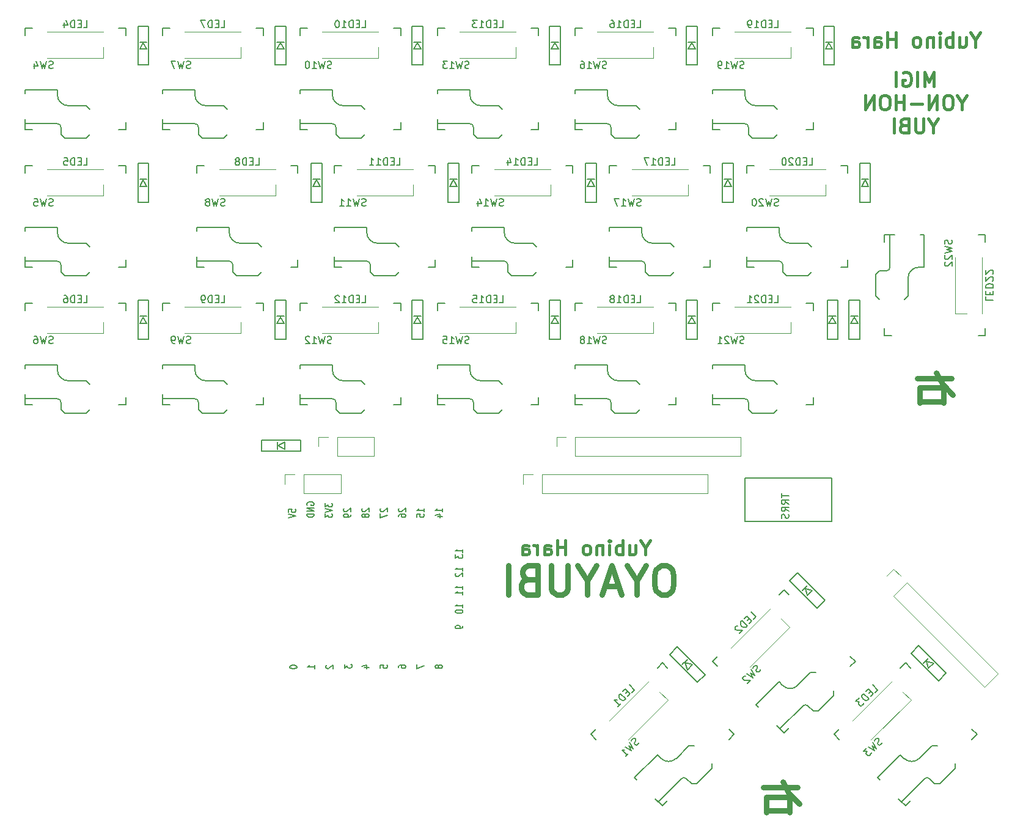
<source format=gbr>
G04 #@! TF.GenerationSoftware,KiCad,Pcbnew,8.0.3*
G04 #@! TF.CreationDate,2024-06-24T22:19:19+09:00*
G04 #@! TF.ProjectId,sepsepkbd,73657073-6570-46b6-9264-2e6b69636164,2.1*
G04 #@! TF.SameCoordinates,Original*
G04 #@! TF.FileFunction,Legend,Bot*
G04 #@! TF.FilePolarity,Positive*
%FSLAX46Y46*%
G04 Gerber Fmt 4.6, Leading zero omitted, Abs format (unit mm)*
G04 Created by KiCad (PCBNEW 8.0.3) date 2024-06-24 22:19:19*
%MOMM*%
%LPD*%
G01*
G04 APERTURE LIST*
%ADD10C,0.800000*%
%ADD11C,0.150000*%
%ADD12C,0.400000*%
%ADD13C,0.120000*%
G04 APERTURE END LIST*
D10*
X150402256Y-68540304D02*
X145640351Y-68540304D01*
X149259399Y-71778400D02*
X146021304Y-71778400D01*
X149259399Y-69683161D02*
X149259399Y-71968876D01*
X149449875Y-69873638D02*
X146021304Y-69873638D01*
X146021304Y-69873638D02*
X146021304Y-71968876D01*
X149259399Y-69492685D02*
X150592732Y-70826019D01*
X148307018Y-67778400D02*
X149449875Y-69873638D01*
X129093892Y-125240304D02*
X124331987Y-125240304D01*
X127951035Y-128478400D02*
X124712940Y-128478400D01*
X127951035Y-126383161D02*
X127951035Y-128668876D01*
X128141511Y-126573638D02*
X124712940Y-126573638D01*
X124712940Y-126573638D02*
X124712940Y-128668876D01*
X127951035Y-126192685D02*
X129284368Y-127526019D01*
X126998654Y-124478400D02*
X128141511Y-126573638D01*
D11*
X49189047Y-20004819D02*
X49665237Y-20004819D01*
X49665237Y-20004819D02*
X49665237Y-19004819D01*
X48855713Y-19481009D02*
X48522380Y-19481009D01*
X48379523Y-20004819D02*
X48855713Y-20004819D01*
X48855713Y-20004819D02*
X48855713Y-19004819D01*
X48855713Y-19004819D02*
X48379523Y-19004819D01*
X47950951Y-20004819D02*
X47950951Y-19004819D01*
X47950951Y-19004819D02*
X47712856Y-19004819D01*
X47712856Y-19004819D02*
X47569999Y-19052438D01*
X47569999Y-19052438D02*
X47474761Y-19147676D01*
X47474761Y-19147676D02*
X47427142Y-19242914D01*
X47427142Y-19242914D02*
X47379523Y-19433390D01*
X47379523Y-19433390D02*
X47379523Y-19576247D01*
X47379523Y-19576247D02*
X47427142Y-19766723D01*
X47427142Y-19766723D02*
X47474761Y-19861961D01*
X47474761Y-19861961D02*
X47569999Y-19957200D01*
X47569999Y-19957200D02*
X47712856Y-20004819D01*
X47712856Y-20004819D02*
X47950951Y-20004819D01*
X47046189Y-19004819D02*
X46379523Y-19004819D01*
X46379523Y-19004819D02*
X46808094Y-20004819D01*
X88297023Y-44652200D02*
X88154166Y-44699819D01*
X88154166Y-44699819D02*
X87916071Y-44699819D01*
X87916071Y-44699819D02*
X87820833Y-44652200D01*
X87820833Y-44652200D02*
X87773214Y-44604580D01*
X87773214Y-44604580D02*
X87725595Y-44509342D01*
X87725595Y-44509342D02*
X87725595Y-44414104D01*
X87725595Y-44414104D02*
X87773214Y-44318866D01*
X87773214Y-44318866D02*
X87820833Y-44271247D01*
X87820833Y-44271247D02*
X87916071Y-44223628D01*
X87916071Y-44223628D02*
X88106547Y-44176009D01*
X88106547Y-44176009D02*
X88201785Y-44128390D01*
X88201785Y-44128390D02*
X88249404Y-44080771D01*
X88249404Y-44080771D02*
X88297023Y-43985533D01*
X88297023Y-43985533D02*
X88297023Y-43890295D01*
X88297023Y-43890295D02*
X88249404Y-43795057D01*
X88249404Y-43795057D02*
X88201785Y-43747438D01*
X88201785Y-43747438D02*
X88106547Y-43699819D01*
X88106547Y-43699819D02*
X87868452Y-43699819D01*
X87868452Y-43699819D02*
X87725595Y-43747438D01*
X87392261Y-43699819D02*
X87154166Y-44699819D01*
X87154166Y-44699819D02*
X86963690Y-43985533D01*
X86963690Y-43985533D02*
X86773214Y-44699819D01*
X86773214Y-44699819D02*
X86535119Y-43699819D01*
X85630357Y-44699819D02*
X86201785Y-44699819D01*
X85916071Y-44699819D02*
X85916071Y-43699819D01*
X85916071Y-43699819D02*
X86011309Y-43842676D01*
X86011309Y-43842676D02*
X86106547Y-43937914D01*
X86106547Y-43937914D02*
X86201785Y-43985533D01*
X84773214Y-44033152D02*
X84773214Y-44699819D01*
X85011309Y-43652200D02*
X85249404Y-44366485D01*
X85249404Y-44366485D02*
X84630357Y-44366485D01*
X68715238Y-20004819D02*
X69191428Y-20004819D01*
X69191428Y-20004819D02*
X69191428Y-19004819D01*
X68381904Y-19481009D02*
X68048571Y-19481009D01*
X67905714Y-20004819D02*
X68381904Y-20004819D01*
X68381904Y-20004819D02*
X68381904Y-19004819D01*
X68381904Y-19004819D02*
X67905714Y-19004819D01*
X67477142Y-20004819D02*
X67477142Y-19004819D01*
X67477142Y-19004819D02*
X67239047Y-19004819D01*
X67239047Y-19004819D02*
X67096190Y-19052438D01*
X67096190Y-19052438D02*
X67000952Y-19147676D01*
X67000952Y-19147676D02*
X66953333Y-19242914D01*
X66953333Y-19242914D02*
X66905714Y-19433390D01*
X66905714Y-19433390D02*
X66905714Y-19576247D01*
X66905714Y-19576247D02*
X66953333Y-19766723D01*
X66953333Y-19766723D02*
X67000952Y-19861961D01*
X67000952Y-19861961D02*
X67096190Y-19957200D01*
X67096190Y-19957200D02*
X67239047Y-20004819D01*
X67239047Y-20004819D02*
X67477142Y-20004819D01*
X65953333Y-20004819D02*
X66524761Y-20004819D01*
X66239047Y-20004819D02*
X66239047Y-19004819D01*
X66239047Y-19004819D02*
X66334285Y-19147676D01*
X66334285Y-19147676D02*
X66429523Y-19242914D01*
X66429523Y-19242914D02*
X66524761Y-19290533D01*
X65334285Y-19004819D02*
X65239047Y-19004819D01*
X65239047Y-19004819D02*
X65143809Y-19052438D01*
X65143809Y-19052438D02*
X65096190Y-19100057D01*
X65096190Y-19100057D02*
X65048571Y-19195295D01*
X65048571Y-19195295D02*
X65000952Y-19385771D01*
X65000952Y-19385771D02*
X65000952Y-19623866D01*
X65000952Y-19623866D02*
X65048571Y-19814342D01*
X65048571Y-19814342D02*
X65096190Y-19909580D01*
X65096190Y-19909580D02*
X65143809Y-19957200D01*
X65143809Y-19957200D02*
X65239047Y-20004819D01*
X65239047Y-20004819D02*
X65334285Y-20004819D01*
X65334285Y-20004819D02*
X65429523Y-19957200D01*
X65429523Y-19957200D02*
X65477142Y-19909580D01*
X65477142Y-19909580D02*
X65524761Y-19814342D01*
X65524761Y-19814342D02*
X65572380Y-19623866D01*
X65572380Y-19623866D02*
X65572380Y-19385771D01*
X65572380Y-19385771D02*
X65524761Y-19195295D01*
X65524761Y-19195295D02*
X65477142Y-19100057D01*
X65477142Y-19100057D02*
X65429523Y-19052438D01*
X65429523Y-19052438D02*
X65334285Y-19004819D01*
X150394700Y-49420476D02*
X150442319Y-49563333D01*
X150442319Y-49563333D02*
X150442319Y-49801428D01*
X150442319Y-49801428D02*
X150394700Y-49896666D01*
X150394700Y-49896666D02*
X150347080Y-49944285D01*
X150347080Y-49944285D02*
X150251842Y-49991904D01*
X150251842Y-49991904D02*
X150156604Y-49991904D01*
X150156604Y-49991904D02*
X150061366Y-49944285D01*
X150061366Y-49944285D02*
X150013747Y-49896666D01*
X150013747Y-49896666D02*
X149966128Y-49801428D01*
X149966128Y-49801428D02*
X149918509Y-49610952D01*
X149918509Y-49610952D02*
X149870890Y-49515714D01*
X149870890Y-49515714D02*
X149823271Y-49468095D01*
X149823271Y-49468095D02*
X149728033Y-49420476D01*
X149728033Y-49420476D02*
X149632795Y-49420476D01*
X149632795Y-49420476D02*
X149537557Y-49468095D01*
X149537557Y-49468095D02*
X149489938Y-49515714D01*
X149489938Y-49515714D02*
X149442319Y-49610952D01*
X149442319Y-49610952D02*
X149442319Y-49849047D01*
X149442319Y-49849047D02*
X149489938Y-49991904D01*
X149442319Y-50325238D02*
X150442319Y-50563333D01*
X150442319Y-50563333D02*
X149728033Y-50753809D01*
X149728033Y-50753809D02*
X150442319Y-50944285D01*
X150442319Y-50944285D02*
X149442319Y-51182381D01*
X149537557Y-51515714D02*
X149489938Y-51563333D01*
X149489938Y-51563333D02*
X149442319Y-51658571D01*
X149442319Y-51658571D02*
X149442319Y-51896666D01*
X149442319Y-51896666D02*
X149489938Y-51991904D01*
X149489938Y-51991904D02*
X149537557Y-52039523D01*
X149537557Y-52039523D02*
X149632795Y-52087142D01*
X149632795Y-52087142D02*
X149728033Y-52087142D01*
X149728033Y-52087142D02*
X149870890Y-52039523D01*
X149870890Y-52039523D02*
X150442319Y-51468095D01*
X150442319Y-51468095D02*
X150442319Y-52087142D01*
X149537557Y-52468095D02*
X149489938Y-52515714D01*
X149489938Y-52515714D02*
X149442319Y-52610952D01*
X149442319Y-52610952D02*
X149442319Y-52849047D01*
X149442319Y-52849047D02*
X149489938Y-52944285D01*
X149489938Y-52944285D02*
X149537557Y-52991904D01*
X149537557Y-52991904D02*
X149632795Y-53039523D01*
X149632795Y-53039523D02*
X149728033Y-53039523D01*
X149728033Y-53039523D02*
X149870890Y-52991904D01*
X149870890Y-52991904D02*
X150442319Y-52420476D01*
X150442319Y-52420476D02*
X150442319Y-53039523D01*
X53951547Y-39054819D02*
X54427737Y-39054819D01*
X54427737Y-39054819D02*
X54427737Y-38054819D01*
X53618213Y-38531009D02*
X53284880Y-38531009D01*
X53142023Y-39054819D02*
X53618213Y-39054819D01*
X53618213Y-39054819D02*
X53618213Y-38054819D01*
X53618213Y-38054819D02*
X53142023Y-38054819D01*
X52713451Y-39054819D02*
X52713451Y-38054819D01*
X52713451Y-38054819D02*
X52475356Y-38054819D01*
X52475356Y-38054819D02*
X52332499Y-38102438D01*
X52332499Y-38102438D02*
X52237261Y-38197676D01*
X52237261Y-38197676D02*
X52189642Y-38292914D01*
X52189642Y-38292914D02*
X52142023Y-38483390D01*
X52142023Y-38483390D02*
X52142023Y-38626247D01*
X52142023Y-38626247D02*
X52189642Y-38816723D01*
X52189642Y-38816723D02*
X52237261Y-38911961D01*
X52237261Y-38911961D02*
X52332499Y-39007200D01*
X52332499Y-39007200D02*
X52475356Y-39054819D01*
X52475356Y-39054819D02*
X52713451Y-39054819D01*
X51570594Y-38483390D02*
X51665832Y-38435771D01*
X51665832Y-38435771D02*
X51713451Y-38388152D01*
X51713451Y-38388152D02*
X51761070Y-38292914D01*
X51761070Y-38292914D02*
X51761070Y-38245295D01*
X51761070Y-38245295D02*
X51713451Y-38150057D01*
X51713451Y-38150057D02*
X51665832Y-38102438D01*
X51665832Y-38102438D02*
X51570594Y-38054819D01*
X51570594Y-38054819D02*
X51380118Y-38054819D01*
X51380118Y-38054819D02*
X51284880Y-38102438D01*
X51284880Y-38102438D02*
X51237261Y-38150057D01*
X51237261Y-38150057D02*
X51189642Y-38245295D01*
X51189642Y-38245295D02*
X51189642Y-38292914D01*
X51189642Y-38292914D02*
X51237261Y-38388152D01*
X51237261Y-38388152D02*
X51284880Y-38435771D01*
X51284880Y-38435771D02*
X51380118Y-38483390D01*
X51380118Y-38483390D02*
X51570594Y-38483390D01*
X51570594Y-38483390D02*
X51665832Y-38531009D01*
X51665832Y-38531009D02*
X51713451Y-38578628D01*
X51713451Y-38578628D02*
X51761070Y-38673866D01*
X51761070Y-38673866D02*
X51761070Y-38864342D01*
X51761070Y-38864342D02*
X51713451Y-38959580D01*
X51713451Y-38959580D02*
X51665832Y-39007200D01*
X51665832Y-39007200D02*
X51570594Y-39054819D01*
X51570594Y-39054819D02*
X51380118Y-39054819D01*
X51380118Y-39054819D02*
X51284880Y-39007200D01*
X51284880Y-39007200D02*
X51237261Y-38959580D01*
X51237261Y-38959580D02*
X51189642Y-38864342D01*
X51189642Y-38864342D02*
X51189642Y-38673866D01*
X51189642Y-38673866D02*
X51237261Y-38578628D01*
X51237261Y-38578628D02*
X51284880Y-38531009D01*
X51284880Y-38531009D02*
X51380118Y-38483390D01*
X87765238Y-20004819D02*
X88241428Y-20004819D01*
X88241428Y-20004819D02*
X88241428Y-19004819D01*
X87431904Y-19481009D02*
X87098571Y-19481009D01*
X86955714Y-20004819D02*
X87431904Y-20004819D01*
X87431904Y-20004819D02*
X87431904Y-19004819D01*
X87431904Y-19004819D02*
X86955714Y-19004819D01*
X86527142Y-20004819D02*
X86527142Y-19004819D01*
X86527142Y-19004819D02*
X86289047Y-19004819D01*
X86289047Y-19004819D02*
X86146190Y-19052438D01*
X86146190Y-19052438D02*
X86050952Y-19147676D01*
X86050952Y-19147676D02*
X86003333Y-19242914D01*
X86003333Y-19242914D02*
X85955714Y-19433390D01*
X85955714Y-19433390D02*
X85955714Y-19576247D01*
X85955714Y-19576247D02*
X86003333Y-19766723D01*
X86003333Y-19766723D02*
X86050952Y-19861961D01*
X86050952Y-19861961D02*
X86146190Y-19957200D01*
X86146190Y-19957200D02*
X86289047Y-20004819D01*
X86289047Y-20004819D02*
X86527142Y-20004819D01*
X85003333Y-20004819D02*
X85574761Y-20004819D01*
X85289047Y-20004819D02*
X85289047Y-19004819D01*
X85289047Y-19004819D02*
X85384285Y-19147676D01*
X85384285Y-19147676D02*
X85479523Y-19242914D01*
X85479523Y-19242914D02*
X85574761Y-19290533D01*
X84669999Y-19004819D02*
X84050952Y-19004819D01*
X84050952Y-19004819D02*
X84384285Y-19385771D01*
X84384285Y-19385771D02*
X84241428Y-19385771D01*
X84241428Y-19385771D02*
X84146190Y-19433390D01*
X84146190Y-19433390D02*
X84098571Y-19481009D01*
X84098571Y-19481009D02*
X84050952Y-19576247D01*
X84050952Y-19576247D02*
X84050952Y-19814342D01*
X84050952Y-19814342D02*
X84098571Y-19909580D01*
X84098571Y-19909580D02*
X84146190Y-19957200D01*
X84146190Y-19957200D02*
X84241428Y-20004819D01*
X84241428Y-20004819D02*
X84527142Y-20004819D01*
X84527142Y-20004819D02*
X84622380Y-19957200D01*
X84622380Y-19957200D02*
X84669999Y-19909580D01*
X107347023Y-44652200D02*
X107204166Y-44699819D01*
X107204166Y-44699819D02*
X106966071Y-44699819D01*
X106966071Y-44699819D02*
X106870833Y-44652200D01*
X106870833Y-44652200D02*
X106823214Y-44604580D01*
X106823214Y-44604580D02*
X106775595Y-44509342D01*
X106775595Y-44509342D02*
X106775595Y-44414104D01*
X106775595Y-44414104D02*
X106823214Y-44318866D01*
X106823214Y-44318866D02*
X106870833Y-44271247D01*
X106870833Y-44271247D02*
X106966071Y-44223628D01*
X106966071Y-44223628D02*
X107156547Y-44176009D01*
X107156547Y-44176009D02*
X107251785Y-44128390D01*
X107251785Y-44128390D02*
X107299404Y-44080771D01*
X107299404Y-44080771D02*
X107347023Y-43985533D01*
X107347023Y-43985533D02*
X107347023Y-43890295D01*
X107347023Y-43890295D02*
X107299404Y-43795057D01*
X107299404Y-43795057D02*
X107251785Y-43747438D01*
X107251785Y-43747438D02*
X107156547Y-43699819D01*
X107156547Y-43699819D02*
X106918452Y-43699819D01*
X106918452Y-43699819D02*
X106775595Y-43747438D01*
X106442261Y-43699819D02*
X106204166Y-44699819D01*
X106204166Y-44699819D02*
X106013690Y-43985533D01*
X106013690Y-43985533D02*
X105823214Y-44699819D01*
X105823214Y-44699819D02*
X105585119Y-43699819D01*
X104680357Y-44699819D02*
X105251785Y-44699819D01*
X104966071Y-44699819D02*
X104966071Y-43699819D01*
X104966071Y-43699819D02*
X105061309Y-43842676D01*
X105061309Y-43842676D02*
X105156547Y-43937914D01*
X105156547Y-43937914D02*
X105251785Y-43985533D01*
X104347023Y-43699819D02*
X103680357Y-43699819D01*
X103680357Y-43699819D02*
X104108928Y-44699819D01*
X64484523Y-63702200D02*
X64341666Y-63749819D01*
X64341666Y-63749819D02*
X64103571Y-63749819D01*
X64103571Y-63749819D02*
X64008333Y-63702200D01*
X64008333Y-63702200D02*
X63960714Y-63654580D01*
X63960714Y-63654580D02*
X63913095Y-63559342D01*
X63913095Y-63559342D02*
X63913095Y-63464104D01*
X63913095Y-63464104D02*
X63960714Y-63368866D01*
X63960714Y-63368866D02*
X64008333Y-63321247D01*
X64008333Y-63321247D02*
X64103571Y-63273628D01*
X64103571Y-63273628D02*
X64294047Y-63226009D01*
X64294047Y-63226009D02*
X64389285Y-63178390D01*
X64389285Y-63178390D02*
X64436904Y-63130771D01*
X64436904Y-63130771D02*
X64484523Y-63035533D01*
X64484523Y-63035533D02*
X64484523Y-62940295D01*
X64484523Y-62940295D02*
X64436904Y-62845057D01*
X64436904Y-62845057D02*
X64389285Y-62797438D01*
X64389285Y-62797438D02*
X64294047Y-62749819D01*
X64294047Y-62749819D02*
X64055952Y-62749819D01*
X64055952Y-62749819D02*
X63913095Y-62797438D01*
X63579761Y-62749819D02*
X63341666Y-63749819D01*
X63341666Y-63749819D02*
X63151190Y-63035533D01*
X63151190Y-63035533D02*
X62960714Y-63749819D01*
X62960714Y-63749819D02*
X62722619Y-62749819D01*
X61817857Y-63749819D02*
X62389285Y-63749819D01*
X62103571Y-63749819D02*
X62103571Y-62749819D01*
X62103571Y-62749819D02*
X62198809Y-62892676D01*
X62198809Y-62892676D02*
X62294047Y-62987914D01*
X62294047Y-62987914D02*
X62389285Y-63035533D01*
X61436904Y-62845057D02*
X61389285Y-62797438D01*
X61389285Y-62797438D02*
X61294047Y-62749819D01*
X61294047Y-62749819D02*
X61055952Y-62749819D01*
X61055952Y-62749819D02*
X60960714Y-62797438D01*
X60960714Y-62797438D02*
X60913095Y-62845057D01*
X60913095Y-62845057D02*
X60865476Y-62940295D01*
X60865476Y-62940295D02*
X60865476Y-63035533D01*
X60865476Y-63035533D02*
X60913095Y-63178390D01*
X60913095Y-63178390D02*
X61484523Y-63749819D01*
X61484523Y-63749819D02*
X60865476Y-63749819D01*
X25908332Y-44652200D02*
X25765475Y-44699819D01*
X25765475Y-44699819D02*
X25527380Y-44699819D01*
X25527380Y-44699819D02*
X25432142Y-44652200D01*
X25432142Y-44652200D02*
X25384523Y-44604580D01*
X25384523Y-44604580D02*
X25336904Y-44509342D01*
X25336904Y-44509342D02*
X25336904Y-44414104D01*
X25336904Y-44414104D02*
X25384523Y-44318866D01*
X25384523Y-44318866D02*
X25432142Y-44271247D01*
X25432142Y-44271247D02*
X25527380Y-44223628D01*
X25527380Y-44223628D02*
X25717856Y-44176009D01*
X25717856Y-44176009D02*
X25813094Y-44128390D01*
X25813094Y-44128390D02*
X25860713Y-44080771D01*
X25860713Y-44080771D02*
X25908332Y-43985533D01*
X25908332Y-43985533D02*
X25908332Y-43890295D01*
X25908332Y-43890295D02*
X25860713Y-43795057D01*
X25860713Y-43795057D02*
X25813094Y-43747438D01*
X25813094Y-43747438D02*
X25717856Y-43699819D01*
X25717856Y-43699819D02*
X25479761Y-43699819D01*
X25479761Y-43699819D02*
X25336904Y-43747438D01*
X25003570Y-43699819D02*
X24765475Y-44699819D01*
X24765475Y-44699819D02*
X24574999Y-43985533D01*
X24574999Y-43985533D02*
X24384523Y-44699819D01*
X24384523Y-44699819D02*
X24146428Y-43699819D01*
X23289285Y-43699819D02*
X23765475Y-43699819D01*
X23765475Y-43699819D02*
X23813094Y-44176009D01*
X23813094Y-44176009D02*
X23765475Y-44128390D01*
X23765475Y-44128390D02*
X23670237Y-44080771D01*
X23670237Y-44080771D02*
X23432142Y-44080771D01*
X23432142Y-44080771D02*
X23336904Y-44128390D01*
X23336904Y-44128390D02*
X23289285Y-44176009D01*
X23289285Y-44176009D02*
X23241666Y-44271247D01*
X23241666Y-44271247D02*
X23241666Y-44509342D01*
X23241666Y-44509342D02*
X23289285Y-44604580D01*
X23289285Y-44604580D02*
X23336904Y-44652200D01*
X23336904Y-44652200D02*
X23432142Y-44699819D01*
X23432142Y-44699819D02*
X23670237Y-44699819D01*
X23670237Y-44699819D02*
X23765475Y-44652200D01*
X23765475Y-44652200D02*
X23813094Y-44604580D01*
X107094270Y-119018964D02*
X107026927Y-119153651D01*
X107026927Y-119153651D02*
X106858568Y-119322009D01*
X106858568Y-119322009D02*
X106757553Y-119355681D01*
X106757553Y-119355681D02*
X106690209Y-119355681D01*
X106690209Y-119355681D02*
X106589194Y-119322009D01*
X106589194Y-119322009D02*
X106521850Y-119254666D01*
X106521850Y-119254666D02*
X106488179Y-119153651D01*
X106488179Y-119153651D02*
X106488179Y-119086307D01*
X106488179Y-119086307D02*
X106521850Y-118985292D01*
X106521850Y-118985292D02*
X106622866Y-118816933D01*
X106622866Y-118816933D02*
X106656537Y-118715918D01*
X106656537Y-118715918D02*
X106656537Y-118648574D01*
X106656537Y-118648574D02*
X106622866Y-118547559D01*
X106622866Y-118547559D02*
X106555522Y-118480216D01*
X106555522Y-118480216D02*
X106454507Y-118446544D01*
X106454507Y-118446544D02*
X106387163Y-118446544D01*
X106387163Y-118446544D02*
X106286148Y-118480216D01*
X106286148Y-118480216D02*
X106117789Y-118648574D01*
X106117789Y-118648574D02*
X106050446Y-118783261D01*
X105781072Y-118985292D02*
X106319820Y-119860758D01*
X106319820Y-119860758D02*
X105680056Y-119490368D01*
X105680056Y-119490368D02*
X106050446Y-120130132D01*
X106050446Y-120130132D02*
X105174980Y-119591384D01*
X105242324Y-120938253D02*
X105646385Y-120534192D01*
X105444354Y-120736223D02*
X104737248Y-120029116D01*
X104737248Y-120029116D02*
X104905606Y-120062788D01*
X104905606Y-120062788D02*
X105040293Y-120062788D01*
X105040293Y-120062788D02*
X105141309Y-120029116D01*
X140770230Y-119018964D02*
X140702887Y-119153651D01*
X140702887Y-119153651D02*
X140534528Y-119322009D01*
X140534528Y-119322009D02*
X140433513Y-119355681D01*
X140433513Y-119355681D02*
X140366169Y-119355681D01*
X140366169Y-119355681D02*
X140265154Y-119322009D01*
X140265154Y-119322009D02*
X140197810Y-119254666D01*
X140197810Y-119254666D02*
X140164139Y-119153651D01*
X140164139Y-119153651D02*
X140164139Y-119086307D01*
X140164139Y-119086307D02*
X140197810Y-118985292D01*
X140197810Y-118985292D02*
X140298826Y-118816933D01*
X140298826Y-118816933D02*
X140332497Y-118715918D01*
X140332497Y-118715918D02*
X140332497Y-118648574D01*
X140332497Y-118648574D02*
X140298826Y-118547559D01*
X140298826Y-118547559D02*
X140231482Y-118480216D01*
X140231482Y-118480216D02*
X140130467Y-118446544D01*
X140130467Y-118446544D02*
X140063123Y-118446544D01*
X140063123Y-118446544D02*
X139962108Y-118480216D01*
X139962108Y-118480216D02*
X139793749Y-118648574D01*
X139793749Y-118648574D02*
X139726406Y-118783261D01*
X139457032Y-118985292D02*
X139995780Y-119860758D01*
X139995780Y-119860758D02*
X139356016Y-119490368D01*
X139356016Y-119490368D02*
X139726406Y-120130132D01*
X139726406Y-120130132D02*
X138850940Y-119591384D01*
X138648910Y-119793414D02*
X138211177Y-120231147D01*
X138211177Y-120231147D02*
X138716253Y-120264818D01*
X138716253Y-120264818D02*
X138615238Y-120365834D01*
X138615238Y-120365834D02*
X138581566Y-120466849D01*
X138581566Y-120466849D02*
X138581566Y-120534192D01*
X138581566Y-120534192D02*
X138615238Y-120635208D01*
X138615238Y-120635208D02*
X138783597Y-120803566D01*
X138783597Y-120803566D02*
X138884612Y-120837238D01*
X138884612Y-120837238D02*
X138951956Y-120837238D01*
X138951956Y-120837238D02*
X139052971Y-120803566D01*
X139052971Y-120803566D02*
X139255001Y-120601536D01*
X139255001Y-120601536D02*
X139288673Y-120500521D01*
X139288673Y-120500521D02*
X139288673Y-120433177D01*
X155177680Y-57270238D02*
X155177680Y-57746428D01*
X155177680Y-57746428D02*
X156177680Y-57746428D01*
X155701490Y-56936904D02*
X155701490Y-56603571D01*
X155177680Y-56460714D02*
X155177680Y-56936904D01*
X155177680Y-56936904D02*
X156177680Y-56936904D01*
X156177680Y-56936904D02*
X156177680Y-56460714D01*
X155177680Y-56032142D02*
X156177680Y-56032142D01*
X156177680Y-56032142D02*
X156177680Y-55794047D01*
X156177680Y-55794047D02*
X156130061Y-55651190D01*
X156130061Y-55651190D02*
X156034823Y-55555952D01*
X156034823Y-55555952D02*
X155939585Y-55508333D01*
X155939585Y-55508333D02*
X155749109Y-55460714D01*
X155749109Y-55460714D02*
X155606252Y-55460714D01*
X155606252Y-55460714D02*
X155415776Y-55508333D01*
X155415776Y-55508333D02*
X155320538Y-55555952D01*
X155320538Y-55555952D02*
X155225300Y-55651190D01*
X155225300Y-55651190D02*
X155177680Y-55794047D01*
X155177680Y-55794047D02*
X155177680Y-56032142D01*
X156082442Y-55079761D02*
X156130061Y-55032142D01*
X156130061Y-55032142D02*
X156177680Y-54936904D01*
X156177680Y-54936904D02*
X156177680Y-54698809D01*
X156177680Y-54698809D02*
X156130061Y-54603571D01*
X156130061Y-54603571D02*
X156082442Y-54555952D01*
X156082442Y-54555952D02*
X155987204Y-54508333D01*
X155987204Y-54508333D02*
X155891966Y-54508333D01*
X155891966Y-54508333D02*
X155749109Y-54555952D01*
X155749109Y-54555952D02*
X155177680Y-55127380D01*
X155177680Y-55127380D02*
X155177680Y-54508333D01*
X156082442Y-54127380D02*
X156130061Y-54079761D01*
X156130061Y-54079761D02*
X156177680Y-53984523D01*
X156177680Y-53984523D02*
X156177680Y-53746428D01*
X156177680Y-53746428D02*
X156130061Y-53651190D01*
X156130061Y-53651190D02*
X156082442Y-53603571D01*
X156082442Y-53603571D02*
X155987204Y-53555952D01*
X155987204Y-53555952D02*
X155891966Y-53555952D01*
X155891966Y-53555952D02*
X155749109Y-53603571D01*
X155749109Y-53603571D02*
X155177680Y-54174999D01*
X155177680Y-54174999D02*
X155177680Y-53555952D01*
X68715238Y-58104819D02*
X69191428Y-58104819D01*
X69191428Y-58104819D02*
X69191428Y-57104819D01*
X68381904Y-57581009D02*
X68048571Y-57581009D01*
X67905714Y-58104819D02*
X68381904Y-58104819D01*
X68381904Y-58104819D02*
X68381904Y-57104819D01*
X68381904Y-57104819D02*
X67905714Y-57104819D01*
X67477142Y-58104819D02*
X67477142Y-57104819D01*
X67477142Y-57104819D02*
X67239047Y-57104819D01*
X67239047Y-57104819D02*
X67096190Y-57152438D01*
X67096190Y-57152438D02*
X67000952Y-57247676D01*
X67000952Y-57247676D02*
X66953333Y-57342914D01*
X66953333Y-57342914D02*
X66905714Y-57533390D01*
X66905714Y-57533390D02*
X66905714Y-57676247D01*
X66905714Y-57676247D02*
X66953333Y-57866723D01*
X66953333Y-57866723D02*
X67000952Y-57961961D01*
X67000952Y-57961961D02*
X67096190Y-58057200D01*
X67096190Y-58057200D02*
X67239047Y-58104819D01*
X67239047Y-58104819D02*
X67477142Y-58104819D01*
X65953333Y-58104819D02*
X66524761Y-58104819D01*
X66239047Y-58104819D02*
X66239047Y-57104819D01*
X66239047Y-57104819D02*
X66334285Y-57247676D01*
X66334285Y-57247676D02*
X66429523Y-57342914D01*
X66429523Y-57342914D02*
X66524761Y-57390533D01*
X65572380Y-57200057D02*
X65524761Y-57152438D01*
X65524761Y-57152438D02*
X65429523Y-57104819D01*
X65429523Y-57104819D02*
X65191428Y-57104819D01*
X65191428Y-57104819D02*
X65096190Y-57152438D01*
X65096190Y-57152438D02*
X65048571Y-57200057D01*
X65048571Y-57200057D02*
X65000952Y-57295295D01*
X65000952Y-57295295D02*
X65000952Y-57390533D01*
X65000952Y-57390533D02*
X65048571Y-57533390D01*
X65048571Y-57533390D02*
X65619999Y-58104819D01*
X65619999Y-58104819D02*
X65000952Y-58104819D01*
X30139047Y-20004819D02*
X30615237Y-20004819D01*
X30615237Y-20004819D02*
X30615237Y-19004819D01*
X29805713Y-19481009D02*
X29472380Y-19481009D01*
X29329523Y-20004819D02*
X29805713Y-20004819D01*
X29805713Y-20004819D02*
X29805713Y-19004819D01*
X29805713Y-19004819D02*
X29329523Y-19004819D01*
X28900951Y-20004819D02*
X28900951Y-19004819D01*
X28900951Y-19004819D02*
X28662856Y-19004819D01*
X28662856Y-19004819D02*
X28519999Y-19052438D01*
X28519999Y-19052438D02*
X28424761Y-19147676D01*
X28424761Y-19147676D02*
X28377142Y-19242914D01*
X28377142Y-19242914D02*
X28329523Y-19433390D01*
X28329523Y-19433390D02*
X28329523Y-19576247D01*
X28329523Y-19576247D02*
X28377142Y-19766723D01*
X28377142Y-19766723D02*
X28424761Y-19861961D01*
X28424761Y-19861961D02*
X28519999Y-19957200D01*
X28519999Y-19957200D02*
X28662856Y-20004819D01*
X28662856Y-20004819D02*
X28900951Y-20004819D01*
X27472380Y-19338152D02*
X27472380Y-20004819D01*
X27710475Y-18957200D02*
X27948570Y-19671485D01*
X27948570Y-19671485D02*
X27329523Y-19671485D01*
X106127891Y-112069452D02*
X106464609Y-111732735D01*
X106464609Y-111732735D02*
X105757502Y-111025628D01*
X105521799Y-111934765D02*
X105286097Y-112170468D01*
X105555471Y-112641872D02*
X105892189Y-112305155D01*
X105892189Y-112305155D02*
X105185082Y-111598048D01*
X105185082Y-111598048D02*
X104848364Y-111934765D01*
X105252425Y-112944918D02*
X104545319Y-112237811D01*
X104545319Y-112237811D02*
X104376960Y-112406170D01*
X104376960Y-112406170D02*
X104309616Y-112540857D01*
X104309616Y-112540857D02*
X104309616Y-112675544D01*
X104309616Y-112675544D02*
X104343288Y-112776559D01*
X104343288Y-112776559D02*
X104444303Y-112944918D01*
X104444303Y-112944918D02*
X104545319Y-113045933D01*
X104545319Y-113045933D02*
X104713677Y-113146948D01*
X104713677Y-113146948D02*
X104814693Y-113180620D01*
X104814693Y-113180620D02*
X104949380Y-113180620D01*
X104949380Y-113180620D02*
X105084067Y-113113277D01*
X105084067Y-113113277D02*
X105252425Y-112944918D01*
X104174929Y-114022414D02*
X104578990Y-113618353D01*
X104376960Y-113820383D02*
X103669853Y-113113277D01*
X103669853Y-113113277D02*
X103838212Y-113146948D01*
X103838212Y-113146948D02*
X103972899Y-113146948D01*
X103972899Y-113146948D02*
X104073914Y-113113277D01*
X126832955Y-84512595D02*
X126832955Y-85084023D01*
X127832955Y-84798309D02*
X126832955Y-84798309D01*
X127832955Y-85988785D02*
X127356764Y-85655452D01*
X127832955Y-85417357D02*
X126832955Y-85417357D01*
X126832955Y-85417357D02*
X126832955Y-85798309D01*
X126832955Y-85798309D02*
X126880574Y-85893547D01*
X126880574Y-85893547D02*
X126928193Y-85941166D01*
X126928193Y-85941166D02*
X127023431Y-85988785D01*
X127023431Y-85988785D02*
X127166288Y-85988785D01*
X127166288Y-85988785D02*
X127261526Y-85941166D01*
X127261526Y-85941166D02*
X127309145Y-85893547D01*
X127309145Y-85893547D02*
X127356764Y-85798309D01*
X127356764Y-85798309D02*
X127356764Y-85417357D01*
X127832955Y-86988785D02*
X127356764Y-86655452D01*
X127832955Y-86417357D02*
X126832955Y-86417357D01*
X126832955Y-86417357D02*
X126832955Y-86798309D01*
X126832955Y-86798309D02*
X126880574Y-86893547D01*
X126880574Y-86893547D02*
X126928193Y-86941166D01*
X126928193Y-86941166D02*
X127023431Y-86988785D01*
X127023431Y-86988785D02*
X127166288Y-86988785D01*
X127166288Y-86988785D02*
X127261526Y-86941166D01*
X127261526Y-86941166D02*
X127309145Y-86893547D01*
X127309145Y-86893547D02*
X127356764Y-86798309D01*
X127356764Y-86798309D02*
X127356764Y-86417357D01*
X127785336Y-87369738D02*
X127832955Y-87512595D01*
X127832955Y-87512595D02*
X127832955Y-87750690D01*
X127832955Y-87750690D02*
X127785336Y-87845928D01*
X127785336Y-87845928D02*
X127737716Y-87893547D01*
X127737716Y-87893547D02*
X127642478Y-87941166D01*
X127642478Y-87941166D02*
X127547240Y-87941166D01*
X127547240Y-87941166D02*
X127452002Y-87893547D01*
X127452002Y-87893547D02*
X127404383Y-87845928D01*
X127404383Y-87845928D02*
X127356764Y-87750690D01*
X127356764Y-87750690D02*
X127309145Y-87560214D01*
X127309145Y-87560214D02*
X127261526Y-87464976D01*
X127261526Y-87464976D02*
X127213907Y-87417357D01*
X127213907Y-87417357D02*
X127118669Y-87369738D01*
X127118669Y-87369738D02*
X127023431Y-87369738D01*
X127023431Y-87369738D02*
X126928193Y-87417357D01*
X126928193Y-87417357D02*
X126880574Y-87464976D01*
X126880574Y-87464976D02*
X126832955Y-87560214D01*
X126832955Y-87560214D02*
X126832955Y-87798309D01*
X126832955Y-87798309D02*
X126880574Y-87941166D01*
X122965872Y-101966663D02*
X123302590Y-101629946D01*
X123302590Y-101629946D02*
X122595483Y-100922839D01*
X122359780Y-101831976D02*
X122124078Y-102067679D01*
X122393452Y-102539083D02*
X122730170Y-102202366D01*
X122730170Y-102202366D02*
X122023063Y-101495259D01*
X122023063Y-101495259D02*
X121686345Y-101831976D01*
X122090406Y-102842129D02*
X121383300Y-102135022D01*
X121383300Y-102135022D02*
X121214941Y-102303381D01*
X121214941Y-102303381D02*
X121147597Y-102438068D01*
X121147597Y-102438068D02*
X121147597Y-102572755D01*
X121147597Y-102572755D02*
X121181269Y-102673770D01*
X121181269Y-102673770D02*
X121282284Y-102842129D01*
X121282284Y-102842129D02*
X121383300Y-102943144D01*
X121383300Y-102943144D02*
X121551658Y-103044159D01*
X121551658Y-103044159D02*
X121652674Y-103077831D01*
X121652674Y-103077831D02*
X121787361Y-103077831D01*
X121787361Y-103077831D02*
X121922048Y-103010488D01*
X121922048Y-103010488D02*
X122090406Y-102842129D01*
X120777208Y-102875801D02*
X120709865Y-102875801D01*
X120709865Y-102875801D02*
X120608849Y-102909472D01*
X120608849Y-102909472D02*
X120440490Y-103077831D01*
X120440490Y-103077831D02*
X120406819Y-103178846D01*
X120406819Y-103178846D02*
X120406819Y-103246190D01*
X120406819Y-103246190D02*
X120440490Y-103347205D01*
X120440490Y-103347205D02*
X120507834Y-103414549D01*
X120507834Y-103414549D02*
X120642521Y-103481892D01*
X120642521Y-103481892D02*
X121450643Y-103481892D01*
X121450643Y-103481892D02*
X121012910Y-103919625D01*
X30139047Y-39054819D02*
X30615237Y-39054819D01*
X30615237Y-39054819D02*
X30615237Y-38054819D01*
X29805713Y-38531009D02*
X29472380Y-38531009D01*
X29329523Y-39054819D02*
X29805713Y-39054819D01*
X29805713Y-39054819D02*
X29805713Y-38054819D01*
X29805713Y-38054819D02*
X29329523Y-38054819D01*
X28900951Y-39054819D02*
X28900951Y-38054819D01*
X28900951Y-38054819D02*
X28662856Y-38054819D01*
X28662856Y-38054819D02*
X28519999Y-38102438D01*
X28519999Y-38102438D02*
X28424761Y-38197676D01*
X28424761Y-38197676D02*
X28377142Y-38292914D01*
X28377142Y-38292914D02*
X28329523Y-38483390D01*
X28329523Y-38483390D02*
X28329523Y-38626247D01*
X28329523Y-38626247D02*
X28377142Y-38816723D01*
X28377142Y-38816723D02*
X28424761Y-38911961D01*
X28424761Y-38911961D02*
X28519999Y-39007200D01*
X28519999Y-39007200D02*
X28662856Y-39054819D01*
X28662856Y-39054819D02*
X28900951Y-39054819D01*
X27424761Y-38054819D02*
X27900951Y-38054819D01*
X27900951Y-38054819D02*
X27948570Y-38531009D01*
X27948570Y-38531009D02*
X27900951Y-38483390D01*
X27900951Y-38483390D02*
X27805713Y-38435771D01*
X27805713Y-38435771D02*
X27567618Y-38435771D01*
X27567618Y-38435771D02*
X27472380Y-38483390D01*
X27472380Y-38483390D02*
X27424761Y-38531009D01*
X27424761Y-38531009D02*
X27377142Y-38626247D01*
X27377142Y-38626247D02*
X27377142Y-38864342D01*
X27377142Y-38864342D02*
X27424761Y-38959580D01*
X27424761Y-38959580D02*
X27472380Y-39007200D01*
X27472380Y-39007200D02*
X27567618Y-39054819D01*
X27567618Y-39054819D02*
X27805713Y-39054819D01*
X27805713Y-39054819D02*
X27900951Y-39007200D01*
X27900951Y-39007200D02*
X27948570Y-38959580D01*
X106815238Y-20004819D02*
X107291428Y-20004819D01*
X107291428Y-20004819D02*
X107291428Y-19004819D01*
X106481904Y-19481009D02*
X106148571Y-19481009D01*
X106005714Y-20004819D02*
X106481904Y-20004819D01*
X106481904Y-20004819D02*
X106481904Y-19004819D01*
X106481904Y-19004819D02*
X106005714Y-19004819D01*
X105577142Y-20004819D02*
X105577142Y-19004819D01*
X105577142Y-19004819D02*
X105339047Y-19004819D01*
X105339047Y-19004819D02*
X105196190Y-19052438D01*
X105196190Y-19052438D02*
X105100952Y-19147676D01*
X105100952Y-19147676D02*
X105053333Y-19242914D01*
X105053333Y-19242914D02*
X105005714Y-19433390D01*
X105005714Y-19433390D02*
X105005714Y-19576247D01*
X105005714Y-19576247D02*
X105053333Y-19766723D01*
X105053333Y-19766723D02*
X105100952Y-19861961D01*
X105100952Y-19861961D02*
X105196190Y-19957200D01*
X105196190Y-19957200D02*
X105339047Y-20004819D01*
X105339047Y-20004819D02*
X105577142Y-20004819D01*
X104053333Y-20004819D02*
X104624761Y-20004819D01*
X104339047Y-20004819D02*
X104339047Y-19004819D01*
X104339047Y-19004819D02*
X104434285Y-19147676D01*
X104434285Y-19147676D02*
X104529523Y-19242914D01*
X104529523Y-19242914D02*
X104624761Y-19290533D01*
X103196190Y-19004819D02*
X103386666Y-19004819D01*
X103386666Y-19004819D02*
X103481904Y-19052438D01*
X103481904Y-19052438D02*
X103529523Y-19100057D01*
X103529523Y-19100057D02*
X103624761Y-19242914D01*
X103624761Y-19242914D02*
X103672380Y-19433390D01*
X103672380Y-19433390D02*
X103672380Y-19814342D01*
X103672380Y-19814342D02*
X103624761Y-19909580D01*
X103624761Y-19909580D02*
X103577142Y-19957200D01*
X103577142Y-19957200D02*
X103481904Y-20004819D01*
X103481904Y-20004819D02*
X103291428Y-20004819D01*
X103291428Y-20004819D02*
X103196190Y-19957200D01*
X103196190Y-19957200D02*
X103148571Y-19909580D01*
X103148571Y-19909580D02*
X103100952Y-19814342D01*
X103100952Y-19814342D02*
X103100952Y-19576247D01*
X103100952Y-19576247D02*
X103148571Y-19481009D01*
X103148571Y-19481009D02*
X103196190Y-19433390D01*
X103196190Y-19433390D02*
X103291428Y-19385771D01*
X103291428Y-19385771D02*
X103481904Y-19385771D01*
X103481904Y-19385771D02*
X103577142Y-19433390D01*
X103577142Y-19433390D02*
X103624761Y-19481009D01*
X103624761Y-19481009D02*
X103672380Y-19576247D01*
X49189047Y-58104819D02*
X49665237Y-58104819D01*
X49665237Y-58104819D02*
X49665237Y-57104819D01*
X48855713Y-57581009D02*
X48522380Y-57581009D01*
X48379523Y-58104819D02*
X48855713Y-58104819D01*
X48855713Y-58104819D02*
X48855713Y-57104819D01*
X48855713Y-57104819D02*
X48379523Y-57104819D01*
X47950951Y-58104819D02*
X47950951Y-57104819D01*
X47950951Y-57104819D02*
X47712856Y-57104819D01*
X47712856Y-57104819D02*
X47569999Y-57152438D01*
X47569999Y-57152438D02*
X47474761Y-57247676D01*
X47474761Y-57247676D02*
X47427142Y-57342914D01*
X47427142Y-57342914D02*
X47379523Y-57533390D01*
X47379523Y-57533390D02*
X47379523Y-57676247D01*
X47379523Y-57676247D02*
X47427142Y-57866723D01*
X47427142Y-57866723D02*
X47474761Y-57961961D01*
X47474761Y-57961961D02*
X47569999Y-58057200D01*
X47569999Y-58057200D02*
X47712856Y-58104819D01*
X47712856Y-58104819D02*
X47950951Y-58104819D01*
X46903332Y-58104819D02*
X46712856Y-58104819D01*
X46712856Y-58104819D02*
X46617618Y-58057200D01*
X46617618Y-58057200D02*
X46569999Y-58009580D01*
X46569999Y-58009580D02*
X46474761Y-57866723D01*
X46474761Y-57866723D02*
X46427142Y-57676247D01*
X46427142Y-57676247D02*
X46427142Y-57295295D01*
X46427142Y-57295295D02*
X46474761Y-57200057D01*
X46474761Y-57200057D02*
X46522380Y-57152438D01*
X46522380Y-57152438D02*
X46617618Y-57104819D01*
X46617618Y-57104819D02*
X46808094Y-57104819D01*
X46808094Y-57104819D02*
X46903332Y-57152438D01*
X46903332Y-57152438D02*
X46950951Y-57200057D01*
X46950951Y-57200057D02*
X46998570Y-57295295D01*
X46998570Y-57295295D02*
X46998570Y-57533390D01*
X46998570Y-57533390D02*
X46950951Y-57628628D01*
X46950951Y-57628628D02*
X46903332Y-57676247D01*
X46903332Y-57676247D02*
X46808094Y-57723866D01*
X46808094Y-57723866D02*
X46617618Y-57723866D01*
X46617618Y-57723866D02*
X46522380Y-57676247D01*
X46522380Y-57676247D02*
X46474761Y-57628628D01*
X46474761Y-57628628D02*
X46427142Y-57533390D01*
X87765238Y-58104819D02*
X88241428Y-58104819D01*
X88241428Y-58104819D02*
X88241428Y-57104819D01*
X87431904Y-57581009D02*
X87098571Y-57581009D01*
X86955714Y-58104819D02*
X87431904Y-58104819D01*
X87431904Y-58104819D02*
X87431904Y-57104819D01*
X87431904Y-57104819D02*
X86955714Y-57104819D01*
X86527142Y-58104819D02*
X86527142Y-57104819D01*
X86527142Y-57104819D02*
X86289047Y-57104819D01*
X86289047Y-57104819D02*
X86146190Y-57152438D01*
X86146190Y-57152438D02*
X86050952Y-57247676D01*
X86050952Y-57247676D02*
X86003333Y-57342914D01*
X86003333Y-57342914D02*
X85955714Y-57533390D01*
X85955714Y-57533390D02*
X85955714Y-57676247D01*
X85955714Y-57676247D02*
X86003333Y-57866723D01*
X86003333Y-57866723D02*
X86050952Y-57961961D01*
X86050952Y-57961961D02*
X86146190Y-58057200D01*
X86146190Y-58057200D02*
X86289047Y-58104819D01*
X86289047Y-58104819D02*
X86527142Y-58104819D01*
X85003333Y-58104819D02*
X85574761Y-58104819D01*
X85289047Y-58104819D02*
X85289047Y-57104819D01*
X85289047Y-57104819D02*
X85384285Y-57247676D01*
X85384285Y-57247676D02*
X85479523Y-57342914D01*
X85479523Y-57342914D02*
X85574761Y-57390533D01*
X84098571Y-57104819D02*
X84574761Y-57104819D01*
X84574761Y-57104819D02*
X84622380Y-57581009D01*
X84622380Y-57581009D02*
X84574761Y-57533390D01*
X84574761Y-57533390D02*
X84479523Y-57485771D01*
X84479523Y-57485771D02*
X84241428Y-57485771D01*
X84241428Y-57485771D02*
X84146190Y-57533390D01*
X84146190Y-57533390D02*
X84098571Y-57581009D01*
X84098571Y-57581009D02*
X84050952Y-57676247D01*
X84050952Y-57676247D02*
X84050952Y-57914342D01*
X84050952Y-57914342D02*
X84098571Y-58009580D01*
X84098571Y-58009580D02*
X84146190Y-58057200D01*
X84146190Y-58057200D02*
X84241428Y-58104819D01*
X84241428Y-58104819D02*
X84479523Y-58104819D01*
X84479523Y-58104819D02*
X84574761Y-58057200D01*
X84574761Y-58057200D02*
X84622380Y-58009580D01*
X126397023Y-44652200D02*
X126254166Y-44699819D01*
X126254166Y-44699819D02*
X126016071Y-44699819D01*
X126016071Y-44699819D02*
X125920833Y-44652200D01*
X125920833Y-44652200D02*
X125873214Y-44604580D01*
X125873214Y-44604580D02*
X125825595Y-44509342D01*
X125825595Y-44509342D02*
X125825595Y-44414104D01*
X125825595Y-44414104D02*
X125873214Y-44318866D01*
X125873214Y-44318866D02*
X125920833Y-44271247D01*
X125920833Y-44271247D02*
X126016071Y-44223628D01*
X126016071Y-44223628D02*
X126206547Y-44176009D01*
X126206547Y-44176009D02*
X126301785Y-44128390D01*
X126301785Y-44128390D02*
X126349404Y-44080771D01*
X126349404Y-44080771D02*
X126397023Y-43985533D01*
X126397023Y-43985533D02*
X126397023Y-43890295D01*
X126397023Y-43890295D02*
X126349404Y-43795057D01*
X126349404Y-43795057D02*
X126301785Y-43747438D01*
X126301785Y-43747438D02*
X126206547Y-43699819D01*
X126206547Y-43699819D02*
X125968452Y-43699819D01*
X125968452Y-43699819D02*
X125825595Y-43747438D01*
X125492261Y-43699819D02*
X125254166Y-44699819D01*
X125254166Y-44699819D02*
X125063690Y-43985533D01*
X125063690Y-43985533D02*
X124873214Y-44699819D01*
X124873214Y-44699819D02*
X124635119Y-43699819D01*
X124301785Y-43795057D02*
X124254166Y-43747438D01*
X124254166Y-43747438D02*
X124158928Y-43699819D01*
X124158928Y-43699819D02*
X123920833Y-43699819D01*
X123920833Y-43699819D02*
X123825595Y-43747438D01*
X123825595Y-43747438D02*
X123777976Y-43795057D01*
X123777976Y-43795057D02*
X123730357Y-43890295D01*
X123730357Y-43890295D02*
X123730357Y-43985533D01*
X123730357Y-43985533D02*
X123777976Y-44128390D01*
X123777976Y-44128390D02*
X124349404Y-44699819D01*
X124349404Y-44699819D02*
X123730357Y-44699819D01*
X123111309Y-43699819D02*
X123016071Y-43699819D01*
X123016071Y-43699819D02*
X122920833Y-43747438D01*
X122920833Y-43747438D02*
X122873214Y-43795057D01*
X122873214Y-43795057D02*
X122825595Y-43890295D01*
X122825595Y-43890295D02*
X122777976Y-44080771D01*
X122777976Y-44080771D02*
X122777976Y-44318866D01*
X122777976Y-44318866D02*
X122825595Y-44509342D01*
X122825595Y-44509342D02*
X122873214Y-44604580D01*
X122873214Y-44604580D02*
X122920833Y-44652200D01*
X122920833Y-44652200D02*
X123016071Y-44699819D01*
X123016071Y-44699819D02*
X123111309Y-44699819D01*
X123111309Y-44699819D02*
X123206547Y-44652200D01*
X123206547Y-44652200D02*
X123254166Y-44604580D01*
X123254166Y-44604580D02*
X123301785Y-44509342D01*
X123301785Y-44509342D02*
X123349404Y-44318866D01*
X123349404Y-44318866D02*
X123349404Y-44080771D01*
X123349404Y-44080771D02*
X123301785Y-43890295D01*
X123301785Y-43890295D02*
X123254166Y-43795057D01*
X123254166Y-43795057D02*
X123206547Y-43747438D01*
X123206547Y-43747438D02*
X123111309Y-43699819D01*
D12*
X153729700Y-21707057D02*
X153729700Y-22659438D01*
X154396366Y-20659438D02*
X153729700Y-21707057D01*
X153729700Y-21707057D02*
X153063033Y-20659438D01*
X151539223Y-21326104D02*
X151539223Y-22659438D01*
X152396366Y-21326104D02*
X152396366Y-22373723D01*
X152396366Y-22373723D02*
X152301128Y-22564200D01*
X152301128Y-22564200D02*
X152110652Y-22659438D01*
X152110652Y-22659438D02*
X151824937Y-22659438D01*
X151824937Y-22659438D02*
X151634461Y-22564200D01*
X151634461Y-22564200D02*
X151539223Y-22468961D01*
X150586842Y-22659438D02*
X150586842Y-20659438D01*
X150586842Y-21421342D02*
X150396366Y-21326104D01*
X150396366Y-21326104D02*
X150015413Y-21326104D01*
X150015413Y-21326104D02*
X149824937Y-21421342D01*
X149824937Y-21421342D02*
X149729699Y-21516580D01*
X149729699Y-21516580D02*
X149634461Y-21707057D01*
X149634461Y-21707057D02*
X149634461Y-22278485D01*
X149634461Y-22278485D02*
X149729699Y-22468961D01*
X149729699Y-22468961D02*
X149824937Y-22564200D01*
X149824937Y-22564200D02*
X150015413Y-22659438D01*
X150015413Y-22659438D02*
X150396366Y-22659438D01*
X150396366Y-22659438D02*
X150586842Y-22564200D01*
X148777318Y-22659438D02*
X148777318Y-21326104D01*
X148777318Y-20659438D02*
X148872556Y-20754676D01*
X148872556Y-20754676D02*
X148777318Y-20849914D01*
X148777318Y-20849914D02*
X148682080Y-20754676D01*
X148682080Y-20754676D02*
X148777318Y-20659438D01*
X148777318Y-20659438D02*
X148777318Y-20849914D01*
X147824937Y-21326104D02*
X147824937Y-22659438D01*
X147824937Y-21516580D02*
X147729699Y-21421342D01*
X147729699Y-21421342D02*
X147539223Y-21326104D01*
X147539223Y-21326104D02*
X147253508Y-21326104D01*
X147253508Y-21326104D02*
X147063032Y-21421342D01*
X147063032Y-21421342D02*
X146967794Y-21611819D01*
X146967794Y-21611819D02*
X146967794Y-22659438D01*
X145729699Y-22659438D02*
X145920175Y-22564200D01*
X145920175Y-22564200D02*
X146015413Y-22468961D01*
X146015413Y-22468961D02*
X146110651Y-22278485D01*
X146110651Y-22278485D02*
X146110651Y-21707057D01*
X146110651Y-21707057D02*
X146015413Y-21516580D01*
X146015413Y-21516580D02*
X145920175Y-21421342D01*
X145920175Y-21421342D02*
X145729699Y-21326104D01*
X145729699Y-21326104D02*
X145443984Y-21326104D01*
X145443984Y-21326104D02*
X145253508Y-21421342D01*
X145253508Y-21421342D02*
X145158270Y-21516580D01*
X145158270Y-21516580D02*
X145063032Y-21707057D01*
X145063032Y-21707057D02*
X145063032Y-22278485D01*
X145063032Y-22278485D02*
X145158270Y-22468961D01*
X145158270Y-22468961D02*
X145253508Y-22564200D01*
X145253508Y-22564200D02*
X145443984Y-22659438D01*
X145443984Y-22659438D02*
X145729699Y-22659438D01*
X142682079Y-22659438D02*
X142682079Y-20659438D01*
X142682079Y-21611819D02*
X141539222Y-21611819D01*
X141539222Y-22659438D02*
X141539222Y-20659438D01*
X139729698Y-22659438D02*
X139729698Y-21611819D01*
X139729698Y-21611819D02*
X139824936Y-21421342D01*
X139824936Y-21421342D02*
X140015412Y-21326104D01*
X140015412Y-21326104D02*
X140396365Y-21326104D01*
X140396365Y-21326104D02*
X140586841Y-21421342D01*
X139729698Y-22564200D02*
X139920174Y-22659438D01*
X139920174Y-22659438D02*
X140396365Y-22659438D01*
X140396365Y-22659438D02*
X140586841Y-22564200D01*
X140586841Y-22564200D02*
X140682079Y-22373723D01*
X140682079Y-22373723D02*
X140682079Y-22183247D01*
X140682079Y-22183247D02*
X140586841Y-21992771D01*
X140586841Y-21992771D02*
X140396365Y-21897533D01*
X140396365Y-21897533D02*
X139920174Y-21897533D01*
X139920174Y-21897533D02*
X139729698Y-21802295D01*
X138777317Y-22659438D02*
X138777317Y-21326104D01*
X138777317Y-21707057D02*
X138682079Y-21516580D01*
X138682079Y-21516580D02*
X138586841Y-21421342D01*
X138586841Y-21421342D02*
X138396365Y-21326104D01*
X138396365Y-21326104D02*
X138205888Y-21326104D01*
X136682079Y-22659438D02*
X136682079Y-21611819D01*
X136682079Y-21611819D02*
X136777317Y-21421342D01*
X136777317Y-21421342D02*
X136967793Y-21326104D01*
X136967793Y-21326104D02*
X137348746Y-21326104D01*
X137348746Y-21326104D02*
X137539222Y-21421342D01*
X136682079Y-22564200D02*
X136872555Y-22659438D01*
X136872555Y-22659438D02*
X137348746Y-22659438D01*
X137348746Y-22659438D02*
X137539222Y-22564200D01*
X137539222Y-22564200D02*
X137634460Y-22373723D01*
X137634460Y-22373723D02*
X137634460Y-22183247D01*
X137634460Y-22183247D02*
X137539222Y-21992771D01*
X137539222Y-21992771D02*
X137348746Y-21897533D01*
X137348746Y-21897533D02*
X136872555Y-21897533D01*
X136872555Y-21897533D02*
X136682079Y-21802295D01*
X147969047Y-28119662D02*
X147969047Y-26119662D01*
X147969047Y-26119662D02*
X147302380Y-27548233D01*
X147302380Y-27548233D02*
X146635714Y-26119662D01*
X146635714Y-26119662D02*
X146635714Y-28119662D01*
X145683333Y-28119662D02*
X145683333Y-26119662D01*
X143683333Y-26214900D02*
X143873809Y-26119662D01*
X143873809Y-26119662D02*
X144159523Y-26119662D01*
X144159523Y-26119662D02*
X144445238Y-26214900D01*
X144445238Y-26214900D02*
X144635714Y-26405376D01*
X144635714Y-26405376D02*
X144730952Y-26595852D01*
X144730952Y-26595852D02*
X144826190Y-26976804D01*
X144826190Y-26976804D02*
X144826190Y-27262519D01*
X144826190Y-27262519D02*
X144730952Y-27643471D01*
X144730952Y-27643471D02*
X144635714Y-27833947D01*
X144635714Y-27833947D02*
X144445238Y-28024424D01*
X144445238Y-28024424D02*
X144159523Y-28119662D01*
X144159523Y-28119662D02*
X143969047Y-28119662D01*
X143969047Y-28119662D02*
X143683333Y-28024424D01*
X143683333Y-28024424D02*
X143588095Y-27929185D01*
X143588095Y-27929185D02*
X143588095Y-27262519D01*
X143588095Y-27262519D02*
X143969047Y-27262519D01*
X142730952Y-28119662D02*
X142730952Y-26119662D01*
X151826190Y-30387169D02*
X151826190Y-31339550D01*
X152492856Y-29339550D02*
X151826190Y-30387169D01*
X151826190Y-30387169D02*
X151159523Y-29339550D01*
X150111904Y-29339550D02*
X149730951Y-29339550D01*
X149730951Y-29339550D02*
X149540475Y-29434788D01*
X149540475Y-29434788D02*
X149349999Y-29625264D01*
X149349999Y-29625264D02*
X149254761Y-30006216D01*
X149254761Y-30006216D02*
X149254761Y-30672883D01*
X149254761Y-30672883D02*
X149349999Y-31053835D01*
X149349999Y-31053835D02*
X149540475Y-31244312D01*
X149540475Y-31244312D02*
X149730951Y-31339550D01*
X149730951Y-31339550D02*
X150111904Y-31339550D01*
X150111904Y-31339550D02*
X150302380Y-31244312D01*
X150302380Y-31244312D02*
X150492856Y-31053835D01*
X150492856Y-31053835D02*
X150588094Y-30672883D01*
X150588094Y-30672883D02*
X150588094Y-30006216D01*
X150588094Y-30006216D02*
X150492856Y-29625264D01*
X150492856Y-29625264D02*
X150302380Y-29434788D01*
X150302380Y-29434788D02*
X150111904Y-29339550D01*
X148397618Y-31339550D02*
X148397618Y-29339550D01*
X148397618Y-29339550D02*
X147254761Y-31339550D01*
X147254761Y-31339550D02*
X147254761Y-29339550D01*
X146302380Y-30577645D02*
X144778571Y-30577645D01*
X143826190Y-31339550D02*
X143826190Y-29339550D01*
X143826190Y-30291931D02*
X142683333Y-30291931D01*
X142683333Y-31339550D02*
X142683333Y-29339550D01*
X141350000Y-29339550D02*
X140969047Y-29339550D01*
X140969047Y-29339550D02*
X140778571Y-29434788D01*
X140778571Y-29434788D02*
X140588095Y-29625264D01*
X140588095Y-29625264D02*
X140492857Y-30006216D01*
X140492857Y-30006216D02*
X140492857Y-30672883D01*
X140492857Y-30672883D02*
X140588095Y-31053835D01*
X140588095Y-31053835D02*
X140778571Y-31244312D01*
X140778571Y-31244312D02*
X140969047Y-31339550D01*
X140969047Y-31339550D02*
X141350000Y-31339550D01*
X141350000Y-31339550D02*
X141540476Y-31244312D01*
X141540476Y-31244312D02*
X141730952Y-31053835D01*
X141730952Y-31053835D02*
X141826190Y-30672883D01*
X141826190Y-30672883D02*
X141826190Y-30006216D01*
X141826190Y-30006216D02*
X141730952Y-29625264D01*
X141730952Y-29625264D02*
X141540476Y-29434788D01*
X141540476Y-29434788D02*
X141350000Y-29339550D01*
X139635714Y-31339550D02*
X139635714Y-29339550D01*
X139635714Y-29339550D02*
X138492857Y-31339550D01*
X138492857Y-31339550D02*
X138492857Y-29339550D01*
X147873809Y-33607057D02*
X147873809Y-34559438D01*
X148540475Y-32559438D02*
X147873809Y-33607057D01*
X147873809Y-33607057D02*
X147207142Y-32559438D01*
X146540475Y-32559438D02*
X146540475Y-34178485D01*
X146540475Y-34178485D02*
X146445237Y-34368961D01*
X146445237Y-34368961D02*
X146349999Y-34464200D01*
X146349999Y-34464200D02*
X146159523Y-34559438D01*
X146159523Y-34559438D02*
X145778570Y-34559438D01*
X145778570Y-34559438D02*
X145588094Y-34464200D01*
X145588094Y-34464200D02*
X145492856Y-34368961D01*
X145492856Y-34368961D02*
X145397618Y-34178485D01*
X145397618Y-34178485D02*
X145397618Y-32559438D01*
X143778570Y-33511819D02*
X143492856Y-33607057D01*
X143492856Y-33607057D02*
X143397618Y-33702295D01*
X143397618Y-33702295D02*
X143302380Y-33892771D01*
X143302380Y-33892771D02*
X143302380Y-34178485D01*
X143302380Y-34178485D02*
X143397618Y-34368961D01*
X143397618Y-34368961D02*
X143492856Y-34464200D01*
X143492856Y-34464200D02*
X143683332Y-34559438D01*
X143683332Y-34559438D02*
X144445237Y-34559438D01*
X144445237Y-34559438D02*
X144445237Y-32559438D01*
X144445237Y-32559438D02*
X143778570Y-32559438D01*
X143778570Y-32559438D02*
X143588094Y-32654676D01*
X143588094Y-32654676D02*
X143492856Y-32749914D01*
X143492856Y-32749914D02*
X143397618Y-32940390D01*
X143397618Y-32940390D02*
X143397618Y-33130866D01*
X143397618Y-33130866D02*
X143492856Y-33321342D01*
X143492856Y-33321342D02*
X143588094Y-33416580D01*
X143588094Y-33416580D02*
X143778570Y-33511819D01*
X143778570Y-33511819D02*
X144445237Y-33511819D01*
X142445237Y-34559438D02*
X142445237Y-32559438D01*
D11*
X83534523Y-63702200D02*
X83391666Y-63749819D01*
X83391666Y-63749819D02*
X83153571Y-63749819D01*
X83153571Y-63749819D02*
X83058333Y-63702200D01*
X83058333Y-63702200D02*
X83010714Y-63654580D01*
X83010714Y-63654580D02*
X82963095Y-63559342D01*
X82963095Y-63559342D02*
X82963095Y-63464104D01*
X82963095Y-63464104D02*
X83010714Y-63368866D01*
X83010714Y-63368866D02*
X83058333Y-63321247D01*
X83058333Y-63321247D02*
X83153571Y-63273628D01*
X83153571Y-63273628D02*
X83344047Y-63226009D01*
X83344047Y-63226009D02*
X83439285Y-63178390D01*
X83439285Y-63178390D02*
X83486904Y-63130771D01*
X83486904Y-63130771D02*
X83534523Y-63035533D01*
X83534523Y-63035533D02*
X83534523Y-62940295D01*
X83534523Y-62940295D02*
X83486904Y-62845057D01*
X83486904Y-62845057D02*
X83439285Y-62797438D01*
X83439285Y-62797438D02*
X83344047Y-62749819D01*
X83344047Y-62749819D02*
X83105952Y-62749819D01*
X83105952Y-62749819D02*
X82963095Y-62797438D01*
X82629761Y-62749819D02*
X82391666Y-63749819D01*
X82391666Y-63749819D02*
X82201190Y-63035533D01*
X82201190Y-63035533D02*
X82010714Y-63749819D01*
X82010714Y-63749819D02*
X81772619Y-62749819D01*
X80867857Y-63749819D02*
X81439285Y-63749819D01*
X81153571Y-63749819D02*
X81153571Y-62749819D01*
X81153571Y-62749819D02*
X81248809Y-62892676D01*
X81248809Y-62892676D02*
X81344047Y-62987914D01*
X81344047Y-62987914D02*
X81439285Y-63035533D01*
X79963095Y-62749819D02*
X80439285Y-62749819D01*
X80439285Y-62749819D02*
X80486904Y-63226009D01*
X80486904Y-63226009D02*
X80439285Y-63178390D01*
X80439285Y-63178390D02*
X80344047Y-63130771D01*
X80344047Y-63130771D02*
X80105952Y-63130771D01*
X80105952Y-63130771D02*
X80010714Y-63178390D01*
X80010714Y-63178390D02*
X79963095Y-63226009D01*
X79963095Y-63226009D02*
X79915476Y-63321247D01*
X79915476Y-63321247D02*
X79915476Y-63559342D01*
X79915476Y-63559342D02*
X79963095Y-63654580D01*
X79963095Y-63654580D02*
X80010714Y-63702200D01*
X80010714Y-63702200D02*
X80105952Y-63749819D01*
X80105952Y-63749819D02*
X80344047Y-63749819D01*
X80344047Y-63749819D02*
X80439285Y-63702200D01*
X80439285Y-63702200D02*
X80486904Y-63654580D01*
X123932250Y-108916176D02*
X123864907Y-109050863D01*
X123864907Y-109050863D02*
X123696548Y-109219221D01*
X123696548Y-109219221D02*
X123595533Y-109252893D01*
X123595533Y-109252893D02*
X123528189Y-109252893D01*
X123528189Y-109252893D02*
X123427174Y-109219221D01*
X123427174Y-109219221D02*
X123359830Y-109151878D01*
X123359830Y-109151878D02*
X123326159Y-109050863D01*
X123326159Y-109050863D02*
X123326159Y-108983519D01*
X123326159Y-108983519D02*
X123359830Y-108882504D01*
X123359830Y-108882504D02*
X123460846Y-108714145D01*
X123460846Y-108714145D02*
X123494517Y-108613130D01*
X123494517Y-108613130D02*
X123494517Y-108545786D01*
X123494517Y-108545786D02*
X123460846Y-108444771D01*
X123460846Y-108444771D02*
X123393502Y-108377428D01*
X123393502Y-108377428D02*
X123292487Y-108343756D01*
X123292487Y-108343756D02*
X123225143Y-108343756D01*
X123225143Y-108343756D02*
X123124128Y-108377428D01*
X123124128Y-108377428D02*
X122955769Y-108545786D01*
X122955769Y-108545786D02*
X122888426Y-108680473D01*
X122619052Y-108882504D02*
X123157800Y-109757970D01*
X123157800Y-109757970D02*
X122518036Y-109387580D01*
X122518036Y-109387580D02*
X122888426Y-110027344D01*
X122888426Y-110027344D02*
X122012960Y-109488596D01*
X121844602Y-109791641D02*
X121777258Y-109791641D01*
X121777258Y-109791641D02*
X121676243Y-109825313D01*
X121676243Y-109825313D02*
X121507884Y-109993672D01*
X121507884Y-109993672D02*
X121474212Y-110094687D01*
X121474212Y-110094687D02*
X121474212Y-110162030D01*
X121474212Y-110162030D02*
X121507884Y-110263046D01*
X121507884Y-110263046D02*
X121575228Y-110330389D01*
X121575228Y-110330389D02*
X121709915Y-110397733D01*
X121709915Y-110397733D02*
X122518037Y-110397733D01*
X122518037Y-110397733D02*
X122080304Y-110835465D01*
X92527738Y-39054819D02*
X93003928Y-39054819D01*
X93003928Y-39054819D02*
X93003928Y-38054819D01*
X92194404Y-38531009D02*
X91861071Y-38531009D01*
X91718214Y-39054819D02*
X92194404Y-39054819D01*
X92194404Y-39054819D02*
X92194404Y-38054819D01*
X92194404Y-38054819D02*
X91718214Y-38054819D01*
X91289642Y-39054819D02*
X91289642Y-38054819D01*
X91289642Y-38054819D02*
X91051547Y-38054819D01*
X91051547Y-38054819D02*
X90908690Y-38102438D01*
X90908690Y-38102438D02*
X90813452Y-38197676D01*
X90813452Y-38197676D02*
X90765833Y-38292914D01*
X90765833Y-38292914D02*
X90718214Y-38483390D01*
X90718214Y-38483390D02*
X90718214Y-38626247D01*
X90718214Y-38626247D02*
X90765833Y-38816723D01*
X90765833Y-38816723D02*
X90813452Y-38911961D01*
X90813452Y-38911961D02*
X90908690Y-39007200D01*
X90908690Y-39007200D02*
X91051547Y-39054819D01*
X91051547Y-39054819D02*
X91289642Y-39054819D01*
X89765833Y-39054819D02*
X90337261Y-39054819D01*
X90051547Y-39054819D02*
X90051547Y-38054819D01*
X90051547Y-38054819D02*
X90146785Y-38197676D01*
X90146785Y-38197676D02*
X90242023Y-38292914D01*
X90242023Y-38292914D02*
X90337261Y-38340533D01*
X88908690Y-38388152D02*
X88908690Y-39054819D01*
X89146785Y-38007200D02*
X89384880Y-38721485D01*
X89384880Y-38721485D02*
X88765833Y-38721485D01*
X106815238Y-58104819D02*
X107291428Y-58104819D01*
X107291428Y-58104819D02*
X107291428Y-57104819D01*
X106481904Y-57581009D02*
X106148571Y-57581009D01*
X106005714Y-58104819D02*
X106481904Y-58104819D01*
X106481904Y-58104819D02*
X106481904Y-57104819D01*
X106481904Y-57104819D02*
X106005714Y-57104819D01*
X105577142Y-58104819D02*
X105577142Y-57104819D01*
X105577142Y-57104819D02*
X105339047Y-57104819D01*
X105339047Y-57104819D02*
X105196190Y-57152438D01*
X105196190Y-57152438D02*
X105100952Y-57247676D01*
X105100952Y-57247676D02*
X105053333Y-57342914D01*
X105053333Y-57342914D02*
X105005714Y-57533390D01*
X105005714Y-57533390D02*
X105005714Y-57676247D01*
X105005714Y-57676247D02*
X105053333Y-57866723D01*
X105053333Y-57866723D02*
X105100952Y-57961961D01*
X105100952Y-57961961D02*
X105196190Y-58057200D01*
X105196190Y-58057200D02*
X105339047Y-58104819D01*
X105339047Y-58104819D02*
X105577142Y-58104819D01*
X104053333Y-58104819D02*
X104624761Y-58104819D01*
X104339047Y-58104819D02*
X104339047Y-57104819D01*
X104339047Y-57104819D02*
X104434285Y-57247676D01*
X104434285Y-57247676D02*
X104529523Y-57342914D01*
X104529523Y-57342914D02*
X104624761Y-57390533D01*
X103481904Y-57533390D02*
X103577142Y-57485771D01*
X103577142Y-57485771D02*
X103624761Y-57438152D01*
X103624761Y-57438152D02*
X103672380Y-57342914D01*
X103672380Y-57342914D02*
X103672380Y-57295295D01*
X103672380Y-57295295D02*
X103624761Y-57200057D01*
X103624761Y-57200057D02*
X103577142Y-57152438D01*
X103577142Y-57152438D02*
X103481904Y-57104819D01*
X103481904Y-57104819D02*
X103291428Y-57104819D01*
X103291428Y-57104819D02*
X103196190Y-57152438D01*
X103196190Y-57152438D02*
X103148571Y-57200057D01*
X103148571Y-57200057D02*
X103100952Y-57295295D01*
X103100952Y-57295295D02*
X103100952Y-57342914D01*
X103100952Y-57342914D02*
X103148571Y-57438152D01*
X103148571Y-57438152D02*
X103196190Y-57485771D01*
X103196190Y-57485771D02*
X103291428Y-57533390D01*
X103291428Y-57533390D02*
X103481904Y-57533390D01*
X103481904Y-57533390D02*
X103577142Y-57581009D01*
X103577142Y-57581009D02*
X103624761Y-57628628D01*
X103624761Y-57628628D02*
X103672380Y-57723866D01*
X103672380Y-57723866D02*
X103672380Y-57914342D01*
X103672380Y-57914342D02*
X103624761Y-58009580D01*
X103624761Y-58009580D02*
X103577142Y-58057200D01*
X103577142Y-58057200D02*
X103481904Y-58104819D01*
X103481904Y-58104819D02*
X103291428Y-58104819D01*
X103291428Y-58104819D02*
X103196190Y-58057200D01*
X103196190Y-58057200D02*
X103148571Y-58009580D01*
X103148571Y-58009580D02*
X103100952Y-57914342D01*
X103100952Y-57914342D02*
X103100952Y-57723866D01*
X103100952Y-57723866D02*
X103148571Y-57628628D01*
X103148571Y-57628628D02*
X103196190Y-57581009D01*
X103196190Y-57581009D02*
X103291428Y-57533390D01*
X69247023Y-44652200D02*
X69104166Y-44699819D01*
X69104166Y-44699819D02*
X68866071Y-44699819D01*
X68866071Y-44699819D02*
X68770833Y-44652200D01*
X68770833Y-44652200D02*
X68723214Y-44604580D01*
X68723214Y-44604580D02*
X68675595Y-44509342D01*
X68675595Y-44509342D02*
X68675595Y-44414104D01*
X68675595Y-44414104D02*
X68723214Y-44318866D01*
X68723214Y-44318866D02*
X68770833Y-44271247D01*
X68770833Y-44271247D02*
X68866071Y-44223628D01*
X68866071Y-44223628D02*
X69056547Y-44176009D01*
X69056547Y-44176009D02*
X69151785Y-44128390D01*
X69151785Y-44128390D02*
X69199404Y-44080771D01*
X69199404Y-44080771D02*
X69247023Y-43985533D01*
X69247023Y-43985533D02*
X69247023Y-43890295D01*
X69247023Y-43890295D02*
X69199404Y-43795057D01*
X69199404Y-43795057D02*
X69151785Y-43747438D01*
X69151785Y-43747438D02*
X69056547Y-43699819D01*
X69056547Y-43699819D02*
X68818452Y-43699819D01*
X68818452Y-43699819D02*
X68675595Y-43747438D01*
X68342261Y-43699819D02*
X68104166Y-44699819D01*
X68104166Y-44699819D02*
X67913690Y-43985533D01*
X67913690Y-43985533D02*
X67723214Y-44699819D01*
X67723214Y-44699819D02*
X67485119Y-43699819D01*
X66580357Y-44699819D02*
X67151785Y-44699819D01*
X66866071Y-44699819D02*
X66866071Y-43699819D01*
X66866071Y-43699819D02*
X66961309Y-43842676D01*
X66961309Y-43842676D02*
X67056547Y-43937914D01*
X67056547Y-43937914D02*
X67151785Y-43985533D01*
X65627976Y-44699819D02*
X66199404Y-44699819D01*
X65913690Y-44699819D02*
X65913690Y-43699819D01*
X65913690Y-43699819D02*
X66008928Y-43842676D01*
X66008928Y-43842676D02*
X66104166Y-43937914D01*
X66104166Y-43937914D02*
X66199404Y-43985533D01*
X125865238Y-20004819D02*
X126341428Y-20004819D01*
X126341428Y-20004819D02*
X126341428Y-19004819D01*
X125531904Y-19481009D02*
X125198571Y-19481009D01*
X125055714Y-20004819D02*
X125531904Y-20004819D01*
X125531904Y-20004819D02*
X125531904Y-19004819D01*
X125531904Y-19004819D02*
X125055714Y-19004819D01*
X124627142Y-20004819D02*
X124627142Y-19004819D01*
X124627142Y-19004819D02*
X124389047Y-19004819D01*
X124389047Y-19004819D02*
X124246190Y-19052438D01*
X124246190Y-19052438D02*
X124150952Y-19147676D01*
X124150952Y-19147676D02*
X124103333Y-19242914D01*
X124103333Y-19242914D02*
X124055714Y-19433390D01*
X124055714Y-19433390D02*
X124055714Y-19576247D01*
X124055714Y-19576247D02*
X124103333Y-19766723D01*
X124103333Y-19766723D02*
X124150952Y-19861961D01*
X124150952Y-19861961D02*
X124246190Y-19957200D01*
X124246190Y-19957200D02*
X124389047Y-20004819D01*
X124389047Y-20004819D02*
X124627142Y-20004819D01*
X123103333Y-20004819D02*
X123674761Y-20004819D01*
X123389047Y-20004819D02*
X123389047Y-19004819D01*
X123389047Y-19004819D02*
X123484285Y-19147676D01*
X123484285Y-19147676D02*
X123579523Y-19242914D01*
X123579523Y-19242914D02*
X123674761Y-19290533D01*
X122627142Y-20004819D02*
X122436666Y-20004819D01*
X122436666Y-20004819D02*
X122341428Y-19957200D01*
X122341428Y-19957200D02*
X122293809Y-19909580D01*
X122293809Y-19909580D02*
X122198571Y-19766723D01*
X122198571Y-19766723D02*
X122150952Y-19576247D01*
X122150952Y-19576247D02*
X122150952Y-19195295D01*
X122150952Y-19195295D02*
X122198571Y-19100057D01*
X122198571Y-19100057D02*
X122246190Y-19052438D01*
X122246190Y-19052438D02*
X122341428Y-19004819D01*
X122341428Y-19004819D02*
X122531904Y-19004819D01*
X122531904Y-19004819D02*
X122627142Y-19052438D01*
X122627142Y-19052438D02*
X122674761Y-19100057D01*
X122674761Y-19100057D02*
X122722380Y-19195295D01*
X122722380Y-19195295D02*
X122722380Y-19433390D01*
X122722380Y-19433390D02*
X122674761Y-19528628D01*
X122674761Y-19528628D02*
X122627142Y-19576247D01*
X122627142Y-19576247D02*
X122531904Y-19623866D01*
X122531904Y-19623866D02*
X122341428Y-19623866D01*
X122341428Y-19623866D02*
X122246190Y-19576247D01*
X122246190Y-19576247D02*
X122198571Y-19528628D01*
X122198571Y-19528628D02*
X122150952Y-19433390D01*
X121634523Y-25602200D02*
X121491666Y-25649819D01*
X121491666Y-25649819D02*
X121253571Y-25649819D01*
X121253571Y-25649819D02*
X121158333Y-25602200D01*
X121158333Y-25602200D02*
X121110714Y-25554580D01*
X121110714Y-25554580D02*
X121063095Y-25459342D01*
X121063095Y-25459342D02*
X121063095Y-25364104D01*
X121063095Y-25364104D02*
X121110714Y-25268866D01*
X121110714Y-25268866D02*
X121158333Y-25221247D01*
X121158333Y-25221247D02*
X121253571Y-25173628D01*
X121253571Y-25173628D02*
X121444047Y-25126009D01*
X121444047Y-25126009D02*
X121539285Y-25078390D01*
X121539285Y-25078390D02*
X121586904Y-25030771D01*
X121586904Y-25030771D02*
X121634523Y-24935533D01*
X121634523Y-24935533D02*
X121634523Y-24840295D01*
X121634523Y-24840295D02*
X121586904Y-24745057D01*
X121586904Y-24745057D02*
X121539285Y-24697438D01*
X121539285Y-24697438D02*
X121444047Y-24649819D01*
X121444047Y-24649819D02*
X121205952Y-24649819D01*
X121205952Y-24649819D02*
X121063095Y-24697438D01*
X120729761Y-24649819D02*
X120491666Y-25649819D01*
X120491666Y-25649819D02*
X120301190Y-24935533D01*
X120301190Y-24935533D02*
X120110714Y-25649819D01*
X120110714Y-25649819D02*
X119872619Y-24649819D01*
X118967857Y-25649819D02*
X119539285Y-25649819D01*
X119253571Y-25649819D02*
X119253571Y-24649819D01*
X119253571Y-24649819D02*
X119348809Y-24792676D01*
X119348809Y-24792676D02*
X119444047Y-24887914D01*
X119444047Y-24887914D02*
X119539285Y-24935533D01*
X118491666Y-25649819D02*
X118301190Y-25649819D01*
X118301190Y-25649819D02*
X118205952Y-25602200D01*
X118205952Y-25602200D02*
X118158333Y-25554580D01*
X118158333Y-25554580D02*
X118063095Y-25411723D01*
X118063095Y-25411723D02*
X118015476Y-25221247D01*
X118015476Y-25221247D02*
X118015476Y-24840295D01*
X118015476Y-24840295D02*
X118063095Y-24745057D01*
X118063095Y-24745057D02*
X118110714Y-24697438D01*
X118110714Y-24697438D02*
X118205952Y-24649819D01*
X118205952Y-24649819D02*
X118396428Y-24649819D01*
X118396428Y-24649819D02*
X118491666Y-24697438D01*
X118491666Y-24697438D02*
X118539285Y-24745057D01*
X118539285Y-24745057D02*
X118586904Y-24840295D01*
X118586904Y-24840295D02*
X118586904Y-25078390D01*
X118586904Y-25078390D02*
X118539285Y-25173628D01*
X118539285Y-25173628D02*
X118491666Y-25221247D01*
X118491666Y-25221247D02*
X118396428Y-25268866D01*
X118396428Y-25268866D02*
X118205952Y-25268866D01*
X118205952Y-25268866D02*
X118110714Y-25221247D01*
X118110714Y-25221247D02*
X118063095Y-25173628D01*
X118063095Y-25173628D02*
X118015476Y-25078390D01*
X63633205Y-85874173D02*
X63633205Y-86369411D01*
X63633205Y-86369411D02*
X64014157Y-86102745D01*
X64014157Y-86102745D02*
X64014157Y-86217030D01*
X64014157Y-86217030D02*
X64061776Y-86293221D01*
X64061776Y-86293221D02*
X64109395Y-86331316D01*
X64109395Y-86331316D02*
X64204633Y-86369411D01*
X64204633Y-86369411D02*
X64442728Y-86369411D01*
X64442728Y-86369411D02*
X64537966Y-86331316D01*
X64537966Y-86331316D02*
X64585586Y-86293221D01*
X64585586Y-86293221D02*
X64633205Y-86217030D01*
X64633205Y-86217030D02*
X64633205Y-85988459D01*
X64633205Y-85988459D02*
X64585586Y-85912268D01*
X64585586Y-85912268D02*
X64537966Y-85874173D01*
X63633205Y-86597983D02*
X64633205Y-86864650D01*
X64633205Y-86864650D02*
X63633205Y-87131316D01*
X63633205Y-87321792D02*
X63633205Y-87817030D01*
X63633205Y-87817030D02*
X64014157Y-87550364D01*
X64014157Y-87550364D02*
X64014157Y-87664649D01*
X64014157Y-87664649D02*
X64061776Y-87740840D01*
X64061776Y-87740840D02*
X64109395Y-87778935D01*
X64109395Y-87778935D02*
X64204633Y-87817030D01*
X64204633Y-87817030D02*
X64442728Y-87817030D01*
X64442728Y-87817030D02*
X64537966Y-87778935D01*
X64537966Y-87778935D02*
X64585586Y-87740840D01*
X64585586Y-87740840D02*
X64633205Y-87664649D01*
X64633205Y-87664649D02*
X64633205Y-87436078D01*
X64633205Y-87436078D02*
X64585586Y-87359887D01*
X64585586Y-87359887D02*
X64537966Y-87321792D01*
X79301776Y-108411540D02*
X79254157Y-108335350D01*
X79254157Y-108335350D02*
X79206538Y-108297255D01*
X79206538Y-108297255D02*
X79111300Y-108259159D01*
X79111300Y-108259159D02*
X79063681Y-108259159D01*
X79063681Y-108259159D02*
X78968443Y-108297255D01*
X78968443Y-108297255D02*
X78920824Y-108335350D01*
X78920824Y-108335350D02*
X78873205Y-108411540D01*
X78873205Y-108411540D02*
X78873205Y-108563921D01*
X78873205Y-108563921D02*
X78920824Y-108640112D01*
X78920824Y-108640112D02*
X78968443Y-108678207D01*
X78968443Y-108678207D02*
X79063681Y-108716302D01*
X79063681Y-108716302D02*
X79111300Y-108716302D01*
X79111300Y-108716302D02*
X79206538Y-108678207D01*
X79206538Y-108678207D02*
X79254157Y-108640112D01*
X79254157Y-108640112D02*
X79301776Y-108563921D01*
X79301776Y-108563921D02*
X79301776Y-108411540D01*
X79301776Y-108411540D02*
X79349395Y-108335350D01*
X79349395Y-108335350D02*
X79397014Y-108297255D01*
X79397014Y-108297255D02*
X79492252Y-108259159D01*
X79492252Y-108259159D02*
X79682728Y-108259159D01*
X79682728Y-108259159D02*
X79777966Y-108297255D01*
X79777966Y-108297255D02*
X79825586Y-108335350D01*
X79825586Y-108335350D02*
X79873205Y-108411540D01*
X79873205Y-108411540D02*
X79873205Y-108563921D01*
X79873205Y-108563921D02*
X79825586Y-108640112D01*
X79825586Y-108640112D02*
X79777966Y-108678207D01*
X79777966Y-108678207D02*
X79682728Y-108716302D01*
X79682728Y-108716302D02*
X79492252Y-108716302D01*
X79492252Y-108716302D02*
X79397014Y-108678207D01*
X79397014Y-108678207D02*
X79349395Y-108640112D01*
X79349395Y-108640112D02*
X79301776Y-108563921D01*
X69046538Y-108640112D02*
X69713205Y-108640112D01*
X68665586Y-108449636D02*
X69379871Y-108259159D01*
X69379871Y-108259159D02*
X69379871Y-108754398D01*
X73888443Y-86597982D02*
X73840824Y-86636078D01*
X73840824Y-86636078D02*
X73793205Y-86712268D01*
X73793205Y-86712268D02*
X73793205Y-86902744D01*
X73793205Y-86902744D02*
X73840824Y-86978935D01*
X73840824Y-86978935D02*
X73888443Y-87017030D01*
X73888443Y-87017030D02*
X73983681Y-87055125D01*
X73983681Y-87055125D02*
X74078919Y-87055125D01*
X74078919Y-87055125D02*
X74221776Y-87017030D01*
X74221776Y-87017030D02*
X74793205Y-86559887D01*
X74793205Y-86559887D02*
X74793205Y-87055125D01*
X73793205Y-87740840D02*
X73793205Y-87588459D01*
X73793205Y-87588459D02*
X73840824Y-87512268D01*
X73840824Y-87512268D02*
X73888443Y-87474173D01*
X73888443Y-87474173D02*
X74031300Y-87397983D01*
X74031300Y-87397983D02*
X74221776Y-87359887D01*
X74221776Y-87359887D02*
X74602728Y-87359887D01*
X74602728Y-87359887D02*
X74697966Y-87397983D01*
X74697966Y-87397983D02*
X74745586Y-87436078D01*
X74745586Y-87436078D02*
X74793205Y-87512268D01*
X74793205Y-87512268D02*
X74793205Y-87664649D01*
X74793205Y-87664649D02*
X74745586Y-87740840D01*
X74745586Y-87740840D02*
X74697966Y-87778935D01*
X74697966Y-87778935D02*
X74602728Y-87817030D01*
X74602728Y-87817030D02*
X74364633Y-87817030D01*
X74364633Y-87817030D02*
X74269395Y-87778935D01*
X74269395Y-87778935D02*
X74221776Y-87740840D01*
X74221776Y-87740840D02*
X74174157Y-87664649D01*
X74174157Y-87664649D02*
X74174157Y-87512268D01*
X74174157Y-87512268D02*
X74221776Y-87436078D01*
X74221776Y-87436078D02*
X74269395Y-87397983D01*
X74269395Y-87397983D02*
X74364633Y-87359887D01*
X77333205Y-87055124D02*
X77333205Y-86597981D01*
X77333205Y-86826553D02*
X76333205Y-86826553D01*
X76333205Y-86826553D02*
X76476062Y-86750362D01*
X76476062Y-86750362D02*
X76571300Y-86674172D01*
X76571300Y-86674172D02*
X76618919Y-86597981D01*
X76333205Y-87778934D02*
X76333205Y-87397982D01*
X76333205Y-87397982D02*
X76809395Y-87359886D01*
X76809395Y-87359886D02*
X76761776Y-87397982D01*
X76761776Y-87397982D02*
X76714157Y-87474172D01*
X76714157Y-87474172D02*
X76714157Y-87664648D01*
X76714157Y-87664648D02*
X76761776Y-87740839D01*
X76761776Y-87740839D02*
X76809395Y-87778934D01*
X76809395Y-87778934D02*
X76904633Y-87817029D01*
X76904633Y-87817029D02*
X77142728Y-87817029D01*
X77142728Y-87817029D02*
X77237966Y-87778934D01*
X77237966Y-87778934D02*
X77285586Y-87740839D01*
X77285586Y-87740839D02*
X77333205Y-87664648D01*
X77333205Y-87664648D02*
X77333205Y-87474172D01*
X77333205Y-87474172D02*
X77285586Y-87397982D01*
X77285586Y-87397982D02*
X77237966Y-87359886D01*
X58553205Y-87093220D02*
X58553205Y-86712268D01*
X58553205Y-86712268D02*
X59029395Y-86674172D01*
X59029395Y-86674172D02*
X58981776Y-86712268D01*
X58981776Y-86712268D02*
X58934157Y-86788458D01*
X58934157Y-86788458D02*
X58934157Y-86978934D01*
X58934157Y-86978934D02*
X58981776Y-87055125D01*
X58981776Y-87055125D02*
X59029395Y-87093220D01*
X59029395Y-87093220D02*
X59124633Y-87131315D01*
X59124633Y-87131315D02*
X59362728Y-87131315D01*
X59362728Y-87131315D02*
X59457966Y-87093220D01*
X59457966Y-87093220D02*
X59505586Y-87055125D01*
X59505586Y-87055125D02*
X59553205Y-86978934D01*
X59553205Y-86978934D02*
X59553205Y-86788458D01*
X59553205Y-86788458D02*
X59505586Y-86712268D01*
X59505586Y-86712268D02*
X59457966Y-86674172D01*
X58553205Y-87359887D02*
X59553205Y-87626554D01*
X59553205Y-87626554D02*
X58553205Y-87893220D01*
X71253205Y-108678207D02*
X71253205Y-108297255D01*
X71253205Y-108297255D02*
X71729395Y-108259159D01*
X71729395Y-108259159D02*
X71681776Y-108297255D01*
X71681776Y-108297255D02*
X71634157Y-108373445D01*
X71634157Y-108373445D02*
X71634157Y-108563921D01*
X71634157Y-108563921D02*
X71681776Y-108640112D01*
X71681776Y-108640112D02*
X71729395Y-108678207D01*
X71729395Y-108678207D02*
X71824633Y-108716302D01*
X71824633Y-108716302D02*
X72062728Y-108716302D01*
X72062728Y-108716302D02*
X72157966Y-108678207D01*
X72157966Y-108678207D02*
X72205586Y-108640112D01*
X72205586Y-108640112D02*
X72253205Y-108563921D01*
X72253205Y-108563921D02*
X72253205Y-108373445D01*
X72253205Y-108373445D02*
X72205586Y-108297255D01*
X72205586Y-108297255D02*
X72157966Y-108259159D01*
X76333205Y-108221064D02*
X76333205Y-108754398D01*
X76333205Y-108754398D02*
X77333205Y-108411540D01*
X82674955Y-100328207D02*
X82674955Y-99871064D01*
X82674955Y-100099636D02*
X81674955Y-100099636D01*
X81674955Y-100099636D02*
X81817812Y-100023445D01*
X81817812Y-100023445D02*
X81913050Y-99947255D01*
X81913050Y-99947255D02*
X81960669Y-99871064D01*
X81674955Y-100823446D02*
X81674955Y-100899636D01*
X81674955Y-100899636D02*
X81722574Y-100975827D01*
X81722574Y-100975827D02*
X81770193Y-101013922D01*
X81770193Y-101013922D02*
X81865431Y-101052017D01*
X81865431Y-101052017D02*
X82055907Y-101090112D01*
X82055907Y-101090112D02*
X82294002Y-101090112D01*
X82294002Y-101090112D02*
X82484478Y-101052017D01*
X82484478Y-101052017D02*
X82579716Y-101013922D01*
X82579716Y-101013922D02*
X82627336Y-100975827D01*
X82627336Y-100975827D02*
X82674955Y-100899636D01*
X82674955Y-100899636D02*
X82674955Y-100823446D01*
X82674955Y-100823446D02*
X82627336Y-100747255D01*
X82627336Y-100747255D02*
X82579716Y-100709160D01*
X82579716Y-100709160D02*
X82484478Y-100671065D01*
X82484478Y-100671065D02*
X82294002Y-100632969D01*
X82294002Y-100632969D02*
X82055907Y-100632969D01*
X82055907Y-100632969D02*
X81865431Y-100671065D01*
X81865431Y-100671065D02*
X81770193Y-100709160D01*
X81770193Y-100709160D02*
X81722574Y-100747255D01*
X81722574Y-100747255D02*
X81674955Y-100823446D01*
X82674955Y-95248207D02*
X82674955Y-94791064D01*
X82674955Y-95019636D02*
X81674955Y-95019636D01*
X81674955Y-95019636D02*
X81817812Y-94943445D01*
X81817812Y-94943445D02*
X81913050Y-94867255D01*
X81913050Y-94867255D02*
X81960669Y-94791064D01*
X81770193Y-95552969D02*
X81722574Y-95591065D01*
X81722574Y-95591065D02*
X81674955Y-95667255D01*
X81674955Y-95667255D02*
X81674955Y-95857731D01*
X81674955Y-95857731D02*
X81722574Y-95933922D01*
X81722574Y-95933922D02*
X81770193Y-95972017D01*
X81770193Y-95972017D02*
X81865431Y-96010112D01*
X81865431Y-96010112D02*
X81960669Y-96010112D01*
X81960669Y-96010112D02*
X82103526Y-95972017D01*
X82103526Y-95972017D02*
X82674955Y-95514874D01*
X82674955Y-95514874D02*
X82674955Y-96010112D01*
X66268443Y-86597981D02*
X66220824Y-86636077D01*
X66220824Y-86636077D02*
X66173205Y-86712267D01*
X66173205Y-86712267D02*
X66173205Y-86902743D01*
X66173205Y-86902743D02*
X66220824Y-86978934D01*
X66220824Y-86978934D02*
X66268443Y-87017029D01*
X66268443Y-87017029D02*
X66363681Y-87055124D01*
X66363681Y-87055124D02*
X66458919Y-87055124D01*
X66458919Y-87055124D02*
X66601776Y-87017029D01*
X66601776Y-87017029D02*
X67173205Y-86559886D01*
X67173205Y-86559886D02*
X67173205Y-87055124D01*
X67173205Y-87436077D02*
X67173205Y-87588458D01*
X67173205Y-87588458D02*
X67125586Y-87664648D01*
X67125586Y-87664648D02*
X67077966Y-87702744D01*
X67077966Y-87702744D02*
X66935109Y-87778934D01*
X66935109Y-87778934D02*
X66744633Y-87817029D01*
X66744633Y-87817029D02*
X66363681Y-87817029D01*
X66363681Y-87817029D02*
X66268443Y-87778934D01*
X66268443Y-87778934D02*
X66220824Y-87740839D01*
X66220824Y-87740839D02*
X66173205Y-87664648D01*
X66173205Y-87664648D02*
X66173205Y-87512267D01*
X66173205Y-87512267D02*
X66220824Y-87436077D01*
X66220824Y-87436077D02*
X66268443Y-87397982D01*
X66268443Y-87397982D02*
X66363681Y-87359886D01*
X66363681Y-87359886D02*
X66601776Y-87359886D01*
X66601776Y-87359886D02*
X66697014Y-87397982D01*
X66697014Y-87397982D02*
X66744633Y-87436077D01*
X66744633Y-87436077D02*
X66792252Y-87512267D01*
X66792252Y-87512267D02*
X66792252Y-87664648D01*
X66792252Y-87664648D02*
X66744633Y-87740839D01*
X66744633Y-87740839D02*
X66697014Y-87778934D01*
X66697014Y-87778934D02*
X66601776Y-87817029D01*
X71348443Y-86597981D02*
X71300824Y-86636077D01*
X71300824Y-86636077D02*
X71253205Y-86712267D01*
X71253205Y-86712267D02*
X71253205Y-86902743D01*
X71253205Y-86902743D02*
X71300824Y-86978934D01*
X71300824Y-86978934D02*
X71348443Y-87017029D01*
X71348443Y-87017029D02*
X71443681Y-87055124D01*
X71443681Y-87055124D02*
X71538919Y-87055124D01*
X71538919Y-87055124D02*
X71681776Y-87017029D01*
X71681776Y-87017029D02*
X72253205Y-86559886D01*
X72253205Y-86559886D02*
X72253205Y-87055124D01*
X71253205Y-87321791D02*
X71253205Y-87855125D01*
X71253205Y-87855125D02*
X72253205Y-87512267D01*
X82674955Y-97788207D02*
X82674955Y-97331064D01*
X82674955Y-97559636D02*
X81674955Y-97559636D01*
X81674955Y-97559636D02*
X81817812Y-97483445D01*
X81817812Y-97483445D02*
X81913050Y-97407255D01*
X81913050Y-97407255D02*
X81960669Y-97331064D01*
X82674955Y-98550112D02*
X82674955Y-98092969D01*
X82674955Y-98321541D02*
X81674955Y-98321541D01*
X81674955Y-98321541D02*
X81817812Y-98245350D01*
X81817812Y-98245350D02*
X81913050Y-98169160D01*
X81913050Y-98169160D02*
X81960669Y-98092969D01*
X61140824Y-86140839D02*
X61093205Y-86064649D01*
X61093205Y-86064649D02*
X61093205Y-85950363D01*
X61093205Y-85950363D02*
X61140824Y-85836077D01*
X61140824Y-85836077D02*
X61236062Y-85759887D01*
X61236062Y-85759887D02*
X61331300Y-85721792D01*
X61331300Y-85721792D02*
X61521776Y-85683696D01*
X61521776Y-85683696D02*
X61664633Y-85683696D01*
X61664633Y-85683696D02*
X61855109Y-85721792D01*
X61855109Y-85721792D02*
X61950347Y-85759887D01*
X61950347Y-85759887D02*
X62045586Y-85836077D01*
X62045586Y-85836077D02*
X62093205Y-85950363D01*
X62093205Y-85950363D02*
X62093205Y-86026554D01*
X62093205Y-86026554D02*
X62045586Y-86140839D01*
X62045586Y-86140839D02*
X61997966Y-86178935D01*
X61997966Y-86178935D02*
X61664633Y-86178935D01*
X61664633Y-86178935D02*
X61664633Y-86026554D01*
X62093205Y-86521792D02*
X61093205Y-86521792D01*
X61093205Y-86521792D02*
X62093205Y-86978935D01*
X62093205Y-86978935D02*
X61093205Y-86978935D01*
X62093205Y-87359887D02*
X61093205Y-87359887D01*
X61093205Y-87359887D02*
X61093205Y-87550363D01*
X61093205Y-87550363D02*
X61140824Y-87664649D01*
X61140824Y-87664649D02*
X61236062Y-87740839D01*
X61236062Y-87740839D02*
X61331300Y-87778934D01*
X61331300Y-87778934D02*
X61521776Y-87817030D01*
X61521776Y-87817030D02*
X61664633Y-87817030D01*
X61664633Y-87817030D02*
X61855109Y-87778934D01*
X61855109Y-87778934D02*
X61950347Y-87740839D01*
X61950347Y-87740839D02*
X62045586Y-87664649D01*
X62045586Y-87664649D02*
X62093205Y-87550363D01*
X62093205Y-87550363D02*
X62093205Y-87359887D01*
X63826693Y-108321064D02*
X63779074Y-108359160D01*
X63779074Y-108359160D02*
X63731455Y-108435350D01*
X63731455Y-108435350D02*
X63731455Y-108625826D01*
X63731455Y-108625826D02*
X63779074Y-108702017D01*
X63779074Y-108702017D02*
X63826693Y-108740112D01*
X63826693Y-108740112D02*
X63921931Y-108778207D01*
X63921931Y-108778207D02*
X64017169Y-108778207D01*
X64017169Y-108778207D02*
X64160026Y-108740112D01*
X64160026Y-108740112D02*
X64731455Y-108282969D01*
X64731455Y-108282969D02*
X64731455Y-108778207D01*
X79873205Y-87055124D02*
X79873205Y-86597981D01*
X79873205Y-86826553D02*
X78873205Y-86826553D01*
X78873205Y-86826553D02*
X79016062Y-86750362D01*
X79016062Y-86750362D02*
X79111300Y-86674172D01*
X79111300Y-86674172D02*
X79158919Y-86597981D01*
X79206538Y-87740839D02*
X79873205Y-87740839D01*
X78825586Y-87550363D02*
X79539871Y-87359886D01*
X79539871Y-87359886D02*
X79539871Y-87855125D01*
X62179704Y-108753207D02*
X62179704Y-108296064D01*
X62179704Y-108524636D02*
X61179704Y-108524636D01*
X61179704Y-108524636D02*
X61322561Y-108448445D01*
X61322561Y-108448445D02*
X61417799Y-108372255D01*
X61417799Y-108372255D02*
X61465418Y-108296064D01*
X82674955Y-102868208D02*
X82674955Y-103020589D01*
X82674955Y-103020589D02*
X82627336Y-103096779D01*
X82627336Y-103096779D02*
X82579716Y-103134875D01*
X82579716Y-103134875D02*
X82436859Y-103211065D01*
X82436859Y-103211065D02*
X82246383Y-103249160D01*
X82246383Y-103249160D02*
X81865431Y-103249160D01*
X81865431Y-103249160D02*
X81770193Y-103211065D01*
X81770193Y-103211065D02*
X81722574Y-103172970D01*
X81722574Y-103172970D02*
X81674955Y-103096779D01*
X81674955Y-103096779D02*
X81674955Y-102944398D01*
X81674955Y-102944398D02*
X81722574Y-102868208D01*
X81722574Y-102868208D02*
X81770193Y-102830113D01*
X81770193Y-102830113D02*
X81865431Y-102792017D01*
X81865431Y-102792017D02*
X82103526Y-102792017D01*
X82103526Y-102792017D02*
X82198764Y-102830113D01*
X82198764Y-102830113D02*
X82246383Y-102868208D01*
X82246383Y-102868208D02*
X82294002Y-102944398D01*
X82294002Y-102944398D02*
X82294002Y-103096779D01*
X82294002Y-103096779D02*
X82246383Y-103172970D01*
X82246383Y-103172970D02*
X82198764Y-103211065D01*
X82198764Y-103211065D02*
X82103526Y-103249160D01*
X66304704Y-108182969D02*
X66304704Y-108678207D01*
X66304704Y-108678207D02*
X66685656Y-108411541D01*
X66685656Y-108411541D02*
X66685656Y-108525826D01*
X66685656Y-108525826D02*
X66733275Y-108602017D01*
X66733275Y-108602017D02*
X66780894Y-108640112D01*
X66780894Y-108640112D02*
X66876132Y-108678207D01*
X66876132Y-108678207D02*
X67114227Y-108678207D01*
X67114227Y-108678207D02*
X67209465Y-108640112D01*
X67209465Y-108640112D02*
X67257085Y-108602017D01*
X67257085Y-108602017D02*
X67304704Y-108525826D01*
X67304704Y-108525826D02*
X67304704Y-108297255D01*
X67304704Y-108297255D02*
X67257085Y-108221064D01*
X67257085Y-108221064D02*
X67209465Y-108182969D01*
X73793205Y-108640112D02*
X73793205Y-108487731D01*
X73793205Y-108487731D02*
X73840824Y-108411540D01*
X73840824Y-108411540D02*
X73888443Y-108373445D01*
X73888443Y-108373445D02*
X74031300Y-108297255D01*
X74031300Y-108297255D02*
X74221776Y-108259159D01*
X74221776Y-108259159D02*
X74602728Y-108259159D01*
X74602728Y-108259159D02*
X74697966Y-108297255D01*
X74697966Y-108297255D02*
X74745586Y-108335350D01*
X74745586Y-108335350D02*
X74793205Y-108411540D01*
X74793205Y-108411540D02*
X74793205Y-108563921D01*
X74793205Y-108563921D02*
X74745586Y-108640112D01*
X74745586Y-108640112D02*
X74697966Y-108678207D01*
X74697966Y-108678207D02*
X74602728Y-108716302D01*
X74602728Y-108716302D02*
X74364633Y-108716302D01*
X74364633Y-108716302D02*
X74269395Y-108678207D01*
X74269395Y-108678207D02*
X74221776Y-108640112D01*
X74221776Y-108640112D02*
X74174157Y-108563921D01*
X74174157Y-108563921D02*
X74174157Y-108411540D01*
X74174157Y-108411540D02*
X74221776Y-108335350D01*
X74221776Y-108335350D02*
X74269395Y-108297255D01*
X74269395Y-108297255D02*
X74364633Y-108259159D01*
X58704704Y-108511541D02*
X58704704Y-108587731D01*
X58704704Y-108587731D02*
X58752323Y-108663922D01*
X58752323Y-108663922D02*
X58799942Y-108702017D01*
X58799942Y-108702017D02*
X58895180Y-108740112D01*
X58895180Y-108740112D02*
X59085656Y-108778207D01*
X59085656Y-108778207D02*
X59323751Y-108778207D01*
X59323751Y-108778207D02*
X59514227Y-108740112D01*
X59514227Y-108740112D02*
X59609465Y-108702017D01*
X59609465Y-108702017D02*
X59657085Y-108663922D01*
X59657085Y-108663922D02*
X59704704Y-108587731D01*
X59704704Y-108587731D02*
X59704704Y-108511541D01*
X59704704Y-108511541D02*
X59657085Y-108435350D01*
X59657085Y-108435350D02*
X59609465Y-108397255D01*
X59609465Y-108397255D02*
X59514227Y-108359160D01*
X59514227Y-108359160D02*
X59323751Y-108321064D01*
X59323751Y-108321064D02*
X59085656Y-108321064D01*
X59085656Y-108321064D02*
X58895180Y-108359160D01*
X58895180Y-108359160D02*
X58799942Y-108397255D01*
X58799942Y-108397255D02*
X58752323Y-108435350D01*
X58752323Y-108435350D02*
X58704704Y-108511541D01*
X68808443Y-86597981D02*
X68760824Y-86636077D01*
X68760824Y-86636077D02*
X68713205Y-86712267D01*
X68713205Y-86712267D02*
X68713205Y-86902743D01*
X68713205Y-86902743D02*
X68760824Y-86978934D01*
X68760824Y-86978934D02*
X68808443Y-87017029D01*
X68808443Y-87017029D02*
X68903681Y-87055124D01*
X68903681Y-87055124D02*
X68998919Y-87055124D01*
X68998919Y-87055124D02*
X69141776Y-87017029D01*
X69141776Y-87017029D02*
X69713205Y-86559886D01*
X69713205Y-86559886D02*
X69713205Y-87055124D01*
X69141776Y-87512267D02*
X69094157Y-87436077D01*
X69094157Y-87436077D02*
X69046538Y-87397982D01*
X69046538Y-87397982D02*
X68951300Y-87359886D01*
X68951300Y-87359886D02*
X68903681Y-87359886D01*
X68903681Y-87359886D02*
X68808443Y-87397982D01*
X68808443Y-87397982D02*
X68760824Y-87436077D01*
X68760824Y-87436077D02*
X68713205Y-87512267D01*
X68713205Y-87512267D02*
X68713205Y-87664648D01*
X68713205Y-87664648D02*
X68760824Y-87740839D01*
X68760824Y-87740839D02*
X68808443Y-87778934D01*
X68808443Y-87778934D02*
X68903681Y-87817029D01*
X68903681Y-87817029D02*
X68951300Y-87817029D01*
X68951300Y-87817029D02*
X69046538Y-87778934D01*
X69046538Y-87778934D02*
X69094157Y-87740839D01*
X69094157Y-87740839D02*
X69141776Y-87664648D01*
X69141776Y-87664648D02*
X69141776Y-87512267D01*
X69141776Y-87512267D02*
X69189395Y-87436077D01*
X69189395Y-87436077D02*
X69237014Y-87397982D01*
X69237014Y-87397982D02*
X69332252Y-87359886D01*
X69332252Y-87359886D02*
X69522728Y-87359886D01*
X69522728Y-87359886D02*
X69617966Y-87397982D01*
X69617966Y-87397982D02*
X69665586Y-87436077D01*
X69665586Y-87436077D02*
X69713205Y-87512267D01*
X69713205Y-87512267D02*
X69713205Y-87664648D01*
X69713205Y-87664648D02*
X69665586Y-87740839D01*
X69665586Y-87740839D02*
X69617966Y-87778934D01*
X69617966Y-87778934D02*
X69522728Y-87817029D01*
X69522728Y-87817029D02*
X69332252Y-87817029D01*
X69332252Y-87817029D02*
X69237014Y-87778934D01*
X69237014Y-87778934D02*
X69189395Y-87740839D01*
X69189395Y-87740839D02*
X69141776Y-87664648D01*
X82674955Y-92708207D02*
X82674955Y-92251064D01*
X82674955Y-92479636D02*
X81674955Y-92479636D01*
X81674955Y-92479636D02*
X81817812Y-92403445D01*
X81817812Y-92403445D02*
X81913050Y-92327255D01*
X81913050Y-92327255D02*
X81960669Y-92251064D01*
X81674955Y-92974874D02*
X81674955Y-93470112D01*
X81674955Y-93470112D02*
X82055907Y-93203446D01*
X82055907Y-93203446D02*
X82055907Y-93317731D01*
X82055907Y-93317731D02*
X82103526Y-93393922D01*
X82103526Y-93393922D02*
X82151145Y-93432017D01*
X82151145Y-93432017D02*
X82246383Y-93470112D01*
X82246383Y-93470112D02*
X82484478Y-93470112D01*
X82484478Y-93470112D02*
X82579716Y-93432017D01*
X82579716Y-93432017D02*
X82627336Y-93393922D01*
X82627336Y-93393922D02*
X82674955Y-93317731D01*
X82674955Y-93317731D02*
X82674955Y-93089160D01*
X82674955Y-93089160D02*
X82627336Y-93012969D01*
X82627336Y-93012969D02*
X82579716Y-92974874D01*
X44958332Y-63702200D02*
X44815475Y-63749819D01*
X44815475Y-63749819D02*
X44577380Y-63749819D01*
X44577380Y-63749819D02*
X44482142Y-63702200D01*
X44482142Y-63702200D02*
X44434523Y-63654580D01*
X44434523Y-63654580D02*
X44386904Y-63559342D01*
X44386904Y-63559342D02*
X44386904Y-63464104D01*
X44386904Y-63464104D02*
X44434523Y-63368866D01*
X44434523Y-63368866D02*
X44482142Y-63321247D01*
X44482142Y-63321247D02*
X44577380Y-63273628D01*
X44577380Y-63273628D02*
X44767856Y-63226009D01*
X44767856Y-63226009D02*
X44863094Y-63178390D01*
X44863094Y-63178390D02*
X44910713Y-63130771D01*
X44910713Y-63130771D02*
X44958332Y-63035533D01*
X44958332Y-63035533D02*
X44958332Y-62940295D01*
X44958332Y-62940295D02*
X44910713Y-62845057D01*
X44910713Y-62845057D02*
X44863094Y-62797438D01*
X44863094Y-62797438D02*
X44767856Y-62749819D01*
X44767856Y-62749819D02*
X44529761Y-62749819D01*
X44529761Y-62749819D02*
X44386904Y-62797438D01*
X44053570Y-62749819D02*
X43815475Y-63749819D01*
X43815475Y-63749819D02*
X43624999Y-63035533D01*
X43624999Y-63035533D02*
X43434523Y-63749819D01*
X43434523Y-63749819D02*
X43196428Y-62749819D01*
X42767856Y-63749819D02*
X42577380Y-63749819D01*
X42577380Y-63749819D02*
X42482142Y-63702200D01*
X42482142Y-63702200D02*
X42434523Y-63654580D01*
X42434523Y-63654580D02*
X42339285Y-63511723D01*
X42339285Y-63511723D02*
X42291666Y-63321247D01*
X42291666Y-63321247D02*
X42291666Y-62940295D01*
X42291666Y-62940295D02*
X42339285Y-62845057D01*
X42339285Y-62845057D02*
X42386904Y-62797438D01*
X42386904Y-62797438D02*
X42482142Y-62749819D01*
X42482142Y-62749819D02*
X42672618Y-62749819D01*
X42672618Y-62749819D02*
X42767856Y-62797438D01*
X42767856Y-62797438D02*
X42815475Y-62845057D01*
X42815475Y-62845057D02*
X42863094Y-62940295D01*
X42863094Y-62940295D02*
X42863094Y-63178390D01*
X42863094Y-63178390D02*
X42815475Y-63273628D01*
X42815475Y-63273628D02*
X42767856Y-63321247D01*
X42767856Y-63321247D02*
X42672618Y-63368866D01*
X42672618Y-63368866D02*
X42482142Y-63368866D01*
X42482142Y-63368866D02*
X42386904Y-63321247D01*
X42386904Y-63321247D02*
X42339285Y-63273628D01*
X42339285Y-63273628D02*
X42291666Y-63178390D01*
X25908332Y-63702200D02*
X25765475Y-63749819D01*
X25765475Y-63749819D02*
X25527380Y-63749819D01*
X25527380Y-63749819D02*
X25432142Y-63702200D01*
X25432142Y-63702200D02*
X25384523Y-63654580D01*
X25384523Y-63654580D02*
X25336904Y-63559342D01*
X25336904Y-63559342D02*
X25336904Y-63464104D01*
X25336904Y-63464104D02*
X25384523Y-63368866D01*
X25384523Y-63368866D02*
X25432142Y-63321247D01*
X25432142Y-63321247D02*
X25527380Y-63273628D01*
X25527380Y-63273628D02*
X25717856Y-63226009D01*
X25717856Y-63226009D02*
X25813094Y-63178390D01*
X25813094Y-63178390D02*
X25860713Y-63130771D01*
X25860713Y-63130771D02*
X25908332Y-63035533D01*
X25908332Y-63035533D02*
X25908332Y-62940295D01*
X25908332Y-62940295D02*
X25860713Y-62845057D01*
X25860713Y-62845057D02*
X25813094Y-62797438D01*
X25813094Y-62797438D02*
X25717856Y-62749819D01*
X25717856Y-62749819D02*
X25479761Y-62749819D01*
X25479761Y-62749819D02*
X25336904Y-62797438D01*
X25003570Y-62749819D02*
X24765475Y-63749819D01*
X24765475Y-63749819D02*
X24574999Y-63035533D01*
X24574999Y-63035533D02*
X24384523Y-63749819D01*
X24384523Y-63749819D02*
X24146428Y-62749819D01*
X23336904Y-62749819D02*
X23527380Y-62749819D01*
X23527380Y-62749819D02*
X23622618Y-62797438D01*
X23622618Y-62797438D02*
X23670237Y-62845057D01*
X23670237Y-62845057D02*
X23765475Y-62987914D01*
X23765475Y-62987914D02*
X23813094Y-63178390D01*
X23813094Y-63178390D02*
X23813094Y-63559342D01*
X23813094Y-63559342D02*
X23765475Y-63654580D01*
X23765475Y-63654580D02*
X23717856Y-63702200D01*
X23717856Y-63702200D02*
X23622618Y-63749819D01*
X23622618Y-63749819D02*
X23432142Y-63749819D01*
X23432142Y-63749819D02*
X23336904Y-63702200D01*
X23336904Y-63702200D02*
X23289285Y-63654580D01*
X23289285Y-63654580D02*
X23241666Y-63559342D01*
X23241666Y-63559342D02*
X23241666Y-63321247D01*
X23241666Y-63321247D02*
X23289285Y-63226009D01*
X23289285Y-63226009D02*
X23336904Y-63178390D01*
X23336904Y-63178390D02*
X23432142Y-63130771D01*
X23432142Y-63130771D02*
X23622618Y-63130771D01*
X23622618Y-63130771D02*
X23717856Y-63178390D01*
X23717856Y-63178390D02*
X23765475Y-63226009D01*
X23765475Y-63226009D02*
X23813094Y-63321247D01*
X44958332Y-25602200D02*
X44815475Y-25649819D01*
X44815475Y-25649819D02*
X44577380Y-25649819D01*
X44577380Y-25649819D02*
X44482142Y-25602200D01*
X44482142Y-25602200D02*
X44434523Y-25554580D01*
X44434523Y-25554580D02*
X44386904Y-25459342D01*
X44386904Y-25459342D02*
X44386904Y-25364104D01*
X44386904Y-25364104D02*
X44434523Y-25268866D01*
X44434523Y-25268866D02*
X44482142Y-25221247D01*
X44482142Y-25221247D02*
X44577380Y-25173628D01*
X44577380Y-25173628D02*
X44767856Y-25126009D01*
X44767856Y-25126009D02*
X44863094Y-25078390D01*
X44863094Y-25078390D02*
X44910713Y-25030771D01*
X44910713Y-25030771D02*
X44958332Y-24935533D01*
X44958332Y-24935533D02*
X44958332Y-24840295D01*
X44958332Y-24840295D02*
X44910713Y-24745057D01*
X44910713Y-24745057D02*
X44863094Y-24697438D01*
X44863094Y-24697438D02*
X44767856Y-24649819D01*
X44767856Y-24649819D02*
X44529761Y-24649819D01*
X44529761Y-24649819D02*
X44386904Y-24697438D01*
X44053570Y-24649819D02*
X43815475Y-25649819D01*
X43815475Y-25649819D02*
X43624999Y-24935533D01*
X43624999Y-24935533D02*
X43434523Y-25649819D01*
X43434523Y-25649819D02*
X43196428Y-24649819D01*
X42910713Y-24649819D02*
X42244047Y-24649819D01*
X42244047Y-24649819D02*
X42672618Y-25649819D01*
X25908332Y-25602200D02*
X25765475Y-25649819D01*
X25765475Y-25649819D02*
X25527380Y-25649819D01*
X25527380Y-25649819D02*
X25432142Y-25602200D01*
X25432142Y-25602200D02*
X25384523Y-25554580D01*
X25384523Y-25554580D02*
X25336904Y-25459342D01*
X25336904Y-25459342D02*
X25336904Y-25364104D01*
X25336904Y-25364104D02*
X25384523Y-25268866D01*
X25384523Y-25268866D02*
X25432142Y-25221247D01*
X25432142Y-25221247D02*
X25527380Y-25173628D01*
X25527380Y-25173628D02*
X25717856Y-25126009D01*
X25717856Y-25126009D02*
X25813094Y-25078390D01*
X25813094Y-25078390D02*
X25860713Y-25030771D01*
X25860713Y-25030771D02*
X25908332Y-24935533D01*
X25908332Y-24935533D02*
X25908332Y-24840295D01*
X25908332Y-24840295D02*
X25860713Y-24745057D01*
X25860713Y-24745057D02*
X25813094Y-24697438D01*
X25813094Y-24697438D02*
X25717856Y-24649819D01*
X25717856Y-24649819D02*
X25479761Y-24649819D01*
X25479761Y-24649819D02*
X25336904Y-24697438D01*
X25003570Y-24649819D02*
X24765475Y-25649819D01*
X24765475Y-25649819D02*
X24574999Y-24935533D01*
X24574999Y-24935533D02*
X24384523Y-25649819D01*
X24384523Y-25649819D02*
X24146428Y-24649819D01*
X23336904Y-24983152D02*
X23336904Y-25649819D01*
X23574999Y-24602200D02*
X23813094Y-25316485D01*
X23813094Y-25316485D02*
X23194047Y-25316485D01*
X102584523Y-25602200D02*
X102441666Y-25649819D01*
X102441666Y-25649819D02*
X102203571Y-25649819D01*
X102203571Y-25649819D02*
X102108333Y-25602200D01*
X102108333Y-25602200D02*
X102060714Y-25554580D01*
X102060714Y-25554580D02*
X102013095Y-25459342D01*
X102013095Y-25459342D02*
X102013095Y-25364104D01*
X102013095Y-25364104D02*
X102060714Y-25268866D01*
X102060714Y-25268866D02*
X102108333Y-25221247D01*
X102108333Y-25221247D02*
X102203571Y-25173628D01*
X102203571Y-25173628D02*
X102394047Y-25126009D01*
X102394047Y-25126009D02*
X102489285Y-25078390D01*
X102489285Y-25078390D02*
X102536904Y-25030771D01*
X102536904Y-25030771D02*
X102584523Y-24935533D01*
X102584523Y-24935533D02*
X102584523Y-24840295D01*
X102584523Y-24840295D02*
X102536904Y-24745057D01*
X102536904Y-24745057D02*
X102489285Y-24697438D01*
X102489285Y-24697438D02*
X102394047Y-24649819D01*
X102394047Y-24649819D02*
X102155952Y-24649819D01*
X102155952Y-24649819D02*
X102013095Y-24697438D01*
X101679761Y-24649819D02*
X101441666Y-25649819D01*
X101441666Y-25649819D02*
X101251190Y-24935533D01*
X101251190Y-24935533D02*
X101060714Y-25649819D01*
X101060714Y-25649819D02*
X100822619Y-24649819D01*
X99917857Y-25649819D02*
X100489285Y-25649819D01*
X100203571Y-25649819D02*
X100203571Y-24649819D01*
X100203571Y-24649819D02*
X100298809Y-24792676D01*
X100298809Y-24792676D02*
X100394047Y-24887914D01*
X100394047Y-24887914D02*
X100489285Y-24935533D01*
X99060714Y-24649819D02*
X99251190Y-24649819D01*
X99251190Y-24649819D02*
X99346428Y-24697438D01*
X99346428Y-24697438D02*
X99394047Y-24745057D01*
X99394047Y-24745057D02*
X99489285Y-24887914D01*
X99489285Y-24887914D02*
X99536904Y-25078390D01*
X99536904Y-25078390D02*
X99536904Y-25459342D01*
X99536904Y-25459342D02*
X99489285Y-25554580D01*
X99489285Y-25554580D02*
X99441666Y-25602200D01*
X99441666Y-25602200D02*
X99346428Y-25649819D01*
X99346428Y-25649819D02*
X99155952Y-25649819D01*
X99155952Y-25649819D02*
X99060714Y-25602200D01*
X99060714Y-25602200D02*
X99013095Y-25554580D01*
X99013095Y-25554580D02*
X98965476Y-25459342D01*
X98965476Y-25459342D02*
X98965476Y-25221247D01*
X98965476Y-25221247D02*
X99013095Y-25126009D01*
X99013095Y-25126009D02*
X99060714Y-25078390D01*
X99060714Y-25078390D02*
X99155952Y-25030771D01*
X99155952Y-25030771D02*
X99346428Y-25030771D01*
X99346428Y-25030771D02*
X99441666Y-25078390D01*
X99441666Y-25078390D02*
X99489285Y-25126009D01*
X99489285Y-25126009D02*
X99536904Y-25221247D01*
X49720832Y-44652200D02*
X49577975Y-44699819D01*
X49577975Y-44699819D02*
X49339880Y-44699819D01*
X49339880Y-44699819D02*
X49244642Y-44652200D01*
X49244642Y-44652200D02*
X49197023Y-44604580D01*
X49197023Y-44604580D02*
X49149404Y-44509342D01*
X49149404Y-44509342D02*
X49149404Y-44414104D01*
X49149404Y-44414104D02*
X49197023Y-44318866D01*
X49197023Y-44318866D02*
X49244642Y-44271247D01*
X49244642Y-44271247D02*
X49339880Y-44223628D01*
X49339880Y-44223628D02*
X49530356Y-44176009D01*
X49530356Y-44176009D02*
X49625594Y-44128390D01*
X49625594Y-44128390D02*
X49673213Y-44080771D01*
X49673213Y-44080771D02*
X49720832Y-43985533D01*
X49720832Y-43985533D02*
X49720832Y-43890295D01*
X49720832Y-43890295D02*
X49673213Y-43795057D01*
X49673213Y-43795057D02*
X49625594Y-43747438D01*
X49625594Y-43747438D02*
X49530356Y-43699819D01*
X49530356Y-43699819D02*
X49292261Y-43699819D01*
X49292261Y-43699819D02*
X49149404Y-43747438D01*
X48816070Y-43699819D02*
X48577975Y-44699819D01*
X48577975Y-44699819D02*
X48387499Y-43985533D01*
X48387499Y-43985533D02*
X48197023Y-44699819D01*
X48197023Y-44699819D02*
X47958928Y-43699819D01*
X47435118Y-44128390D02*
X47530356Y-44080771D01*
X47530356Y-44080771D02*
X47577975Y-44033152D01*
X47577975Y-44033152D02*
X47625594Y-43937914D01*
X47625594Y-43937914D02*
X47625594Y-43890295D01*
X47625594Y-43890295D02*
X47577975Y-43795057D01*
X47577975Y-43795057D02*
X47530356Y-43747438D01*
X47530356Y-43747438D02*
X47435118Y-43699819D01*
X47435118Y-43699819D02*
X47244642Y-43699819D01*
X47244642Y-43699819D02*
X47149404Y-43747438D01*
X47149404Y-43747438D02*
X47101785Y-43795057D01*
X47101785Y-43795057D02*
X47054166Y-43890295D01*
X47054166Y-43890295D02*
X47054166Y-43937914D01*
X47054166Y-43937914D02*
X47101785Y-44033152D01*
X47101785Y-44033152D02*
X47149404Y-44080771D01*
X47149404Y-44080771D02*
X47244642Y-44128390D01*
X47244642Y-44128390D02*
X47435118Y-44128390D01*
X47435118Y-44128390D02*
X47530356Y-44176009D01*
X47530356Y-44176009D02*
X47577975Y-44223628D01*
X47577975Y-44223628D02*
X47625594Y-44318866D01*
X47625594Y-44318866D02*
X47625594Y-44509342D01*
X47625594Y-44509342D02*
X47577975Y-44604580D01*
X47577975Y-44604580D02*
X47530356Y-44652200D01*
X47530356Y-44652200D02*
X47435118Y-44699819D01*
X47435118Y-44699819D02*
X47244642Y-44699819D01*
X47244642Y-44699819D02*
X47149404Y-44652200D01*
X47149404Y-44652200D02*
X47101785Y-44604580D01*
X47101785Y-44604580D02*
X47054166Y-44509342D01*
X47054166Y-44509342D02*
X47054166Y-44318866D01*
X47054166Y-44318866D02*
X47101785Y-44223628D01*
X47101785Y-44223628D02*
X47149404Y-44176009D01*
X47149404Y-44176009D02*
X47244642Y-44128390D01*
X73477738Y-39054819D02*
X73953928Y-39054819D01*
X73953928Y-39054819D02*
X73953928Y-38054819D01*
X73144404Y-38531009D02*
X72811071Y-38531009D01*
X72668214Y-39054819D02*
X73144404Y-39054819D01*
X73144404Y-39054819D02*
X73144404Y-38054819D01*
X73144404Y-38054819D02*
X72668214Y-38054819D01*
X72239642Y-39054819D02*
X72239642Y-38054819D01*
X72239642Y-38054819D02*
X72001547Y-38054819D01*
X72001547Y-38054819D02*
X71858690Y-38102438D01*
X71858690Y-38102438D02*
X71763452Y-38197676D01*
X71763452Y-38197676D02*
X71715833Y-38292914D01*
X71715833Y-38292914D02*
X71668214Y-38483390D01*
X71668214Y-38483390D02*
X71668214Y-38626247D01*
X71668214Y-38626247D02*
X71715833Y-38816723D01*
X71715833Y-38816723D02*
X71763452Y-38911961D01*
X71763452Y-38911961D02*
X71858690Y-39007200D01*
X71858690Y-39007200D02*
X72001547Y-39054819D01*
X72001547Y-39054819D02*
X72239642Y-39054819D01*
X70715833Y-39054819D02*
X71287261Y-39054819D01*
X71001547Y-39054819D02*
X71001547Y-38054819D01*
X71001547Y-38054819D02*
X71096785Y-38197676D01*
X71096785Y-38197676D02*
X71192023Y-38292914D01*
X71192023Y-38292914D02*
X71287261Y-38340533D01*
X69763452Y-39054819D02*
X70334880Y-39054819D01*
X70049166Y-39054819D02*
X70049166Y-38054819D01*
X70049166Y-38054819D02*
X70144404Y-38197676D01*
X70144404Y-38197676D02*
X70239642Y-38292914D01*
X70239642Y-38292914D02*
X70334880Y-38340533D01*
X30139047Y-58104819D02*
X30615237Y-58104819D01*
X30615237Y-58104819D02*
X30615237Y-57104819D01*
X29805713Y-57581009D02*
X29472380Y-57581009D01*
X29329523Y-58104819D02*
X29805713Y-58104819D01*
X29805713Y-58104819D02*
X29805713Y-57104819D01*
X29805713Y-57104819D02*
X29329523Y-57104819D01*
X28900951Y-58104819D02*
X28900951Y-57104819D01*
X28900951Y-57104819D02*
X28662856Y-57104819D01*
X28662856Y-57104819D02*
X28519999Y-57152438D01*
X28519999Y-57152438D02*
X28424761Y-57247676D01*
X28424761Y-57247676D02*
X28377142Y-57342914D01*
X28377142Y-57342914D02*
X28329523Y-57533390D01*
X28329523Y-57533390D02*
X28329523Y-57676247D01*
X28329523Y-57676247D02*
X28377142Y-57866723D01*
X28377142Y-57866723D02*
X28424761Y-57961961D01*
X28424761Y-57961961D02*
X28519999Y-58057200D01*
X28519999Y-58057200D02*
X28662856Y-58104819D01*
X28662856Y-58104819D02*
X28900951Y-58104819D01*
X27472380Y-57104819D02*
X27662856Y-57104819D01*
X27662856Y-57104819D02*
X27758094Y-57152438D01*
X27758094Y-57152438D02*
X27805713Y-57200057D01*
X27805713Y-57200057D02*
X27900951Y-57342914D01*
X27900951Y-57342914D02*
X27948570Y-57533390D01*
X27948570Y-57533390D02*
X27948570Y-57914342D01*
X27948570Y-57914342D02*
X27900951Y-58009580D01*
X27900951Y-58009580D02*
X27853332Y-58057200D01*
X27853332Y-58057200D02*
X27758094Y-58104819D01*
X27758094Y-58104819D02*
X27567618Y-58104819D01*
X27567618Y-58104819D02*
X27472380Y-58057200D01*
X27472380Y-58057200D02*
X27424761Y-58009580D01*
X27424761Y-58009580D02*
X27377142Y-57914342D01*
X27377142Y-57914342D02*
X27377142Y-57676247D01*
X27377142Y-57676247D02*
X27424761Y-57581009D01*
X27424761Y-57581009D02*
X27472380Y-57533390D01*
X27472380Y-57533390D02*
X27567618Y-57485771D01*
X27567618Y-57485771D02*
X27758094Y-57485771D01*
X27758094Y-57485771D02*
X27853332Y-57533390D01*
X27853332Y-57533390D02*
X27900951Y-57581009D01*
X27900951Y-57581009D02*
X27948570Y-57676247D01*
X111577738Y-39054819D02*
X112053928Y-39054819D01*
X112053928Y-39054819D02*
X112053928Y-38054819D01*
X111244404Y-38531009D02*
X110911071Y-38531009D01*
X110768214Y-39054819D02*
X111244404Y-39054819D01*
X111244404Y-39054819D02*
X111244404Y-38054819D01*
X111244404Y-38054819D02*
X110768214Y-38054819D01*
X110339642Y-39054819D02*
X110339642Y-38054819D01*
X110339642Y-38054819D02*
X110101547Y-38054819D01*
X110101547Y-38054819D02*
X109958690Y-38102438D01*
X109958690Y-38102438D02*
X109863452Y-38197676D01*
X109863452Y-38197676D02*
X109815833Y-38292914D01*
X109815833Y-38292914D02*
X109768214Y-38483390D01*
X109768214Y-38483390D02*
X109768214Y-38626247D01*
X109768214Y-38626247D02*
X109815833Y-38816723D01*
X109815833Y-38816723D02*
X109863452Y-38911961D01*
X109863452Y-38911961D02*
X109958690Y-39007200D01*
X109958690Y-39007200D02*
X110101547Y-39054819D01*
X110101547Y-39054819D02*
X110339642Y-39054819D01*
X108815833Y-39054819D02*
X109387261Y-39054819D01*
X109101547Y-39054819D02*
X109101547Y-38054819D01*
X109101547Y-38054819D02*
X109196785Y-38197676D01*
X109196785Y-38197676D02*
X109292023Y-38292914D01*
X109292023Y-38292914D02*
X109387261Y-38340533D01*
X108482499Y-38054819D02*
X107815833Y-38054819D01*
X107815833Y-38054819D02*
X108244404Y-39054819D01*
X130627738Y-39054819D02*
X131103928Y-39054819D01*
X131103928Y-39054819D02*
X131103928Y-38054819D01*
X130294404Y-38531009D02*
X129961071Y-38531009D01*
X129818214Y-39054819D02*
X130294404Y-39054819D01*
X130294404Y-39054819D02*
X130294404Y-38054819D01*
X130294404Y-38054819D02*
X129818214Y-38054819D01*
X129389642Y-39054819D02*
X129389642Y-38054819D01*
X129389642Y-38054819D02*
X129151547Y-38054819D01*
X129151547Y-38054819D02*
X129008690Y-38102438D01*
X129008690Y-38102438D02*
X128913452Y-38197676D01*
X128913452Y-38197676D02*
X128865833Y-38292914D01*
X128865833Y-38292914D02*
X128818214Y-38483390D01*
X128818214Y-38483390D02*
X128818214Y-38626247D01*
X128818214Y-38626247D02*
X128865833Y-38816723D01*
X128865833Y-38816723D02*
X128913452Y-38911961D01*
X128913452Y-38911961D02*
X129008690Y-39007200D01*
X129008690Y-39007200D02*
X129151547Y-39054819D01*
X129151547Y-39054819D02*
X129389642Y-39054819D01*
X128437261Y-38150057D02*
X128389642Y-38102438D01*
X128389642Y-38102438D02*
X128294404Y-38054819D01*
X128294404Y-38054819D02*
X128056309Y-38054819D01*
X128056309Y-38054819D02*
X127961071Y-38102438D01*
X127961071Y-38102438D02*
X127913452Y-38150057D01*
X127913452Y-38150057D02*
X127865833Y-38245295D01*
X127865833Y-38245295D02*
X127865833Y-38340533D01*
X127865833Y-38340533D02*
X127913452Y-38483390D01*
X127913452Y-38483390D02*
X128484880Y-39054819D01*
X128484880Y-39054819D02*
X127865833Y-39054819D01*
X127246785Y-38054819D02*
X127151547Y-38054819D01*
X127151547Y-38054819D02*
X127056309Y-38102438D01*
X127056309Y-38102438D02*
X127008690Y-38150057D01*
X127008690Y-38150057D02*
X126961071Y-38245295D01*
X126961071Y-38245295D02*
X126913452Y-38435771D01*
X126913452Y-38435771D02*
X126913452Y-38673866D01*
X126913452Y-38673866D02*
X126961071Y-38864342D01*
X126961071Y-38864342D02*
X127008690Y-38959580D01*
X127008690Y-38959580D02*
X127056309Y-39007200D01*
X127056309Y-39007200D02*
X127151547Y-39054819D01*
X127151547Y-39054819D02*
X127246785Y-39054819D01*
X127246785Y-39054819D02*
X127342023Y-39007200D01*
X127342023Y-39007200D02*
X127389642Y-38959580D01*
X127389642Y-38959580D02*
X127437261Y-38864342D01*
X127437261Y-38864342D02*
X127484880Y-38673866D01*
X127484880Y-38673866D02*
X127484880Y-38435771D01*
X127484880Y-38435771D02*
X127437261Y-38245295D01*
X127437261Y-38245295D02*
X127389642Y-38150057D01*
X127389642Y-38150057D02*
X127342023Y-38102438D01*
X127342023Y-38102438D02*
X127246785Y-38054819D01*
X83534523Y-25602200D02*
X83391666Y-25649819D01*
X83391666Y-25649819D02*
X83153571Y-25649819D01*
X83153571Y-25649819D02*
X83058333Y-25602200D01*
X83058333Y-25602200D02*
X83010714Y-25554580D01*
X83010714Y-25554580D02*
X82963095Y-25459342D01*
X82963095Y-25459342D02*
X82963095Y-25364104D01*
X82963095Y-25364104D02*
X83010714Y-25268866D01*
X83010714Y-25268866D02*
X83058333Y-25221247D01*
X83058333Y-25221247D02*
X83153571Y-25173628D01*
X83153571Y-25173628D02*
X83344047Y-25126009D01*
X83344047Y-25126009D02*
X83439285Y-25078390D01*
X83439285Y-25078390D02*
X83486904Y-25030771D01*
X83486904Y-25030771D02*
X83534523Y-24935533D01*
X83534523Y-24935533D02*
X83534523Y-24840295D01*
X83534523Y-24840295D02*
X83486904Y-24745057D01*
X83486904Y-24745057D02*
X83439285Y-24697438D01*
X83439285Y-24697438D02*
X83344047Y-24649819D01*
X83344047Y-24649819D02*
X83105952Y-24649819D01*
X83105952Y-24649819D02*
X82963095Y-24697438D01*
X82629761Y-24649819D02*
X82391666Y-25649819D01*
X82391666Y-25649819D02*
X82201190Y-24935533D01*
X82201190Y-24935533D02*
X82010714Y-25649819D01*
X82010714Y-25649819D02*
X81772619Y-24649819D01*
X80867857Y-25649819D02*
X81439285Y-25649819D01*
X81153571Y-25649819D02*
X81153571Y-24649819D01*
X81153571Y-24649819D02*
X81248809Y-24792676D01*
X81248809Y-24792676D02*
X81344047Y-24887914D01*
X81344047Y-24887914D02*
X81439285Y-24935533D01*
X80534523Y-24649819D02*
X79915476Y-24649819D01*
X79915476Y-24649819D02*
X80248809Y-25030771D01*
X80248809Y-25030771D02*
X80105952Y-25030771D01*
X80105952Y-25030771D02*
X80010714Y-25078390D01*
X80010714Y-25078390D02*
X79963095Y-25126009D01*
X79963095Y-25126009D02*
X79915476Y-25221247D01*
X79915476Y-25221247D02*
X79915476Y-25459342D01*
X79915476Y-25459342D02*
X79963095Y-25554580D01*
X79963095Y-25554580D02*
X80010714Y-25602200D01*
X80010714Y-25602200D02*
X80105952Y-25649819D01*
X80105952Y-25649819D02*
X80391666Y-25649819D01*
X80391666Y-25649819D02*
X80486904Y-25602200D01*
X80486904Y-25602200D02*
X80534523Y-25554580D01*
X125865238Y-58104819D02*
X126341428Y-58104819D01*
X126341428Y-58104819D02*
X126341428Y-57104819D01*
X125531904Y-57581009D02*
X125198571Y-57581009D01*
X125055714Y-58104819D02*
X125531904Y-58104819D01*
X125531904Y-58104819D02*
X125531904Y-57104819D01*
X125531904Y-57104819D02*
X125055714Y-57104819D01*
X124627142Y-58104819D02*
X124627142Y-57104819D01*
X124627142Y-57104819D02*
X124389047Y-57104819D01*
X124389047Y-57104819D02*
X124246190Y-57152438D01*
X124246190Y-57152438D02*
X124150952Y-57247676D01*
X124150952Y-57247676D02*
X124103333Y-57342914D01*
X124103333Y-57342914D02*
X124055714Y-57533390D01*
X124055714Y-57533390D02*
X124055714Y-57676247D01*
X124055714Y-57676247D02*
X124103333Y-57866723D01*
X124103333Y-57866723D02*
X124150952Y-57961961D01*
X124150952Y-57961961D02*
X124246190Y-58057200D01*
X124246190Y-58057200D02*
X124389047Y-58104819D01*
X124389047Y-58104819D02*
X124627142Y-58104819D01*
X123674761Y-57200057D02*
X123627142Y-57152438D01*
X123627142Y-57152438D02*
X123531904Y-57104819D01*
X123531904Y-57104819D02*
X123293809Y-57104819D01*
X123293809Y-57104819D02*
X123198571Y-57152438D01*
X123198571Y-57152438D02*
X123150952Y-57200057D01*
X123150952Y-57200057D02*
X123103333Y-57295295D01*
X123103333Y-57295295D02*
X123103333Y-57390533D01*
X123103333Y-57390533D02*
X123150952Y-57533390D01*
X123150952Y-57533390D02*
X123722380Y-58104819D01*
X123722380Y-58104819D02*
X123103333Y-58104819D01*
X122150952Y-58104819D02*
X122722380Y-58104819D01*
X122436666Y-58104819D02*
X122436666Y-57104819D01*
X122436666Y-57104819D02*
X122531904Y-57247676D01*
X122531904Y-57247676D02*
X122627142Y-57342914D01*
X122627142Y-57342914D02*
X122722380Y-57390533D01*
X64484523Y-25602200D02*
X64341666Y-25649819D01*
X64341666Y-25649819D02*
X64103571Y-25649819D01*
X64103571Y-25649819D02*
X64008333Y-25602200D01*
X64008333Y-25602200D02*
X63960714Y-25554580D01*
X63960714Y-25554580D02*
X63913095Y-25459342D01*
X63913095Y-25459342D02*
X63913095Y-25364104D01*
X63913095Y-25364104D02*
X63960714Y-25268866D01*
X63960714Y-25268866D02*
X64008333Y-25221247D01*
X64008333Y-25221247D02*
X64103571Y-25173628D01*
X64103571Y-25173628D02*
X64294047Y-25126009D01*
X64294047Y-25126009D02*
X64389285Y-25078390D01*
X64389285Y-25078390D02*
X64436904Y-25030771D01*
X64436904Y-25030771D02*
X64484523Y-24935533D01*
X64484523Y-24935533D02*
X64484523Y-24840295D01*
X64484523Y-24840295D02*
X64436904Y-24745057D01*
X64436904Y-24745057D02*
X64389285Y-24697438D01*
X64389285Y-24697438D02*
X64294047Y-24649819D01*
X64294047Y-24649819D02*
X64055952Y-24649819D01*
X64055952Y-24649819D02*
X63913095Y-24697438D01*
X63579761Y-24649819D02*
X63341666Y-25649819D01*
X63341666Y-25649819D02*
X63151190Y-24935533D01*
X63151190Y-24935533D02*
X62960714Y-25649819D01*
X62960714Y-25649819D02*
X62722619Y-24649819D01*
X61817857Y-25649819D02*
X62389285Y-25649819D01*
X62103571Y-25649819D02*
X62103571Y-24649819D01*
X62103571Y-24649819D02*
X62198809Y-24792676D01*
X62198809Y-24792676D02*
X62294047Y-24887914D01*
X62294047Y-24887914D02*
X62389285Y-24935533D01*
X61198809Y-24649819D02*
X61103571Y-24649819D01*
X61103571Y-24649819D02*
X61008333Y-24697438D01*
X61008333Y-24697438D02*
X60960714Y-24745057D01*
X60960714Y-24745057D02*
X60913095Y-24840295D01*
X60913095Y-24840295D02*
X60865476Y-25030771D01*
X60865476Y-25030771D02*
X60865476Y-25268866D01*
X60865476Y-25268866D02*
X60913095Y-25459342D01*
X60913095Y-25459342D02*
X60960714Y-25554580D01*
X60960714Y-25554580D02*
X61008333Y-25602200D01*
X61008333Y-25602200D02*
X61103571Y-25649819D01*
X61103571Y-25649819D02*
X61198809Y-25649819D01*
X61198809Y-25649819D02*
X61294047Y-25602200D01*
X61294047Y-25602200D02*
X61341666Y-25554580D01*
X61341666Y-25554580D02*
X61389285Y-25459342D01*
X61389285Y-25459342D02*
X61436904Y-25268866D01*
X61436904Y-25268866D02*
X61436904Y-25030771D01*
X61436904Y-25030771D02*
X61389285Y-24840295D01*
X61389285Y-24840295D02*
X61341666Y-24745057D01*
X61341666Y-24745057D02*
X61294047Y-24697438D01*
X61294047Y-24697438D02*
X61198809Y-24649819D01*
X139803852Y-112069451D02*
X140140570Y-111732734D01*
X140140570Y-111732734D02*
X139433463Y-111025627D01*
X139197760Y-111934764D02*
X138962058Y-112170467D01*
X139231432Y-112641871D02*
X139568150Y-112305154D01*
X139568150Y-112305154D02*
X138861043Y-111598047D01*
X138861043Y-111598047D02*
X138524325Y-111934764D01*
X138928386Y-112944917D02*
X138221280Y-112237810D01*
X138221280Y-112237810D02*
X138052921Y-112406169D01*
X138052921Y-112406169D02*
X137985577Y-112540856D01*
X137985577Y-112540856D02*
X137985577Y-112675543D01*
X137985577Y-112675543D02*
X138019249Y-112776558D01*
X138019249Y-112776558D02*
X138120264Y-112944917D01*
X138120264Y-112944917D02*
X138221280Y-113045932D01*
X138221280Y-113045932D02*
X138389638Y-113146947D01*
X138389638Y-113146947D02*
X138490654Y-113180619D01*
X138490654Y-113180619D02*
X138625341Y-113180619D01*
X138625341Y-113180619D02*
X138760028Y-113113276D01*
X138760028Y-113113276D02*
X138928386Y-112944917D01*
X137581516Y-112877573D02*
X137143783Y-113315306D01*
X137143783Y-113315306D02*
X137648860Y-113348978D01*
X137648860Y-113348978D02*
X137547845Y-113449993D01*
X137547845Y-113449993D02*
X137514173Y-113551008D01*
X137514173Y-113551008D02*
X137514173Y-113618352D01*
X137514173Y-113618352D02*
X137547845Y-113719367D01*
X137547845Y-113719367D02*
X137716203Y-113887726D01*
X137716203Y-113887726D02*
X137817219Y-113921398D01*
X137817219Y-113921398D02*
X137884562Y-113921398D01*
X137884562Y-113921398D02*
X137985577Y-113887726D01*
X137985577Y-113887726D02*
X138187608Y-113685695D01*
X138187608Y-113685695D02*
X138221280Y-113584680D01*
X138221280Y-113584680D02*
X138221280Y-113517337D01*
X102584523Y-63702200D02*
X102441666Y-63749819D01*
X102441666Y-63749819D02*
X102203571Y-63749819D01*
X102203571Y-63749819D02*
X102108333Y-63702200D01*
X102108333Y-63702200D02*
X102060714Y-63654580D01*
X102060714Y-63654580D02*
X102013095Y-63559342D01*
X102013095Y-63559342D02*
X102013095Y-63464104D01*
X102013095Y-63464104D02*
X102060714Y-63368866D01*
X102060714Y-63368866D02*
X102108333Y-63321247D01*
X102108333Y-63321247D02*
X102203571Y-63273628D01*
X102203571Y-63273628D02*
X102394047Y-63226009D01*
X102394047Y-63226009D02*
X102489285Y-63178390D01*
X102489285Y-63178390D02*
X102536904Y-63130771D01*
X102536904Y-63130771D02*
X102584523Y-63035533D01*
X102584523Y-63035533D02*
X102584523Y-62940295D01*
X102584523Y-62940295D02*
X102536904Y-62845057D01*
X102536904Y-62845057D02*
X102489285Y-62797438D01*
X102489285Y-62797438D02*
X102394047Y-62749819D01*
X102394047Y-62749819D02*
X102155952Y-62749819D01*
X102155952Y-62749819D02*
X102013095Y-62797438D01*
X101679761Y-62749819D02*
X101441666Y-63749819D01*
X101441666Y-63749819D02*
X101251190Y-63035533D01*
X101251190Y-63035533D02*
X101060714Y-63749819D01*
X101060714Y-63749819D02*
X100822619Y-62749819D01*
X99917857Y-63749819D02*
X100489285Y-63749819D01*
X100203571Y-63749819D02*
X100203571Y-62749819D01*
X100203571Y-62749819D02*
X100298809Y-62892676D01*
X100298809Y-62892676D02*
X100394047Y-62987914D01*
X100394047Y-62987914D02*
X100489285Y-63035533D01*
X99346428Y-63178390D02*
X99441666Y-63130771D01*
X99441666Y-63130771D02*
X99489285Y-63083152D01*
X99489285Y-63083152D02*
X99536904Y-62987914D01*
X99536904Y-62987914D02*
X99536904Y-62940295D01*
X99536904Y-62940295D02*
X99489285Y-62845057D01*
X99489285Y-62845057D02*
X99441666Y-62797438D01*
X99441666Y-62797438D02*
X99346428Y-62749819D01*
X99346428Y-62749819D02*
X99155952Y-62749819D01*
X99155952Y-62749819D02*
X99060714Y-62797438D01*
X99060714Y-62797438D02*
X99013095Y-62845057D01*
X99013095Y-62845057D02*
X98965476Y-62940295D01*
X98965476Y-62940295D02*
X98965476Y-62987914D01*
X98965476Y-62987914D02*
X99013095Y-63083152D01*
X99013095Y-63083152D02*
X99060714Y-63130771D01*
X99060714Y-63130771D02*
X99155952Y-63178390D01*
X99155952Y-63178390D02*
X99346428Y-63178390D01*
X99346428Y-63178390D02*
X99441666Y-63226009D01*
X99441666Y-63226009D02*
X99489285Y-63273628D01*
X99489285Y-63273628D02*
X99536904Y-63368866D01*
X99536904Y-63368866D02*
X99536904Y-63559342D01*
X99536904Y-63559342D02*
X99489285Y-63654580D01*
X99489285Y-63654580D02*
X99441666Y-63702200D01*
X99441666Y-63702200D02*
X99346428Y-63749819D01*
X99346428Y-63749819D02*
X99155952Y-63749819D01*
X99155952Y-63749819D02*
X99060714Y-63702200D01*
X99060714Y-63702200D02*
X99013095Y-63654580D01*
X99013095Y-63654580D02*
X98965476Y-63559342D01*
X98965476Y-63559342D02*
X98965476Y-63368866D01*
X98965476Y-63368866D02*
X99013095Y-63273628D01*
X99013095Y-63273628D02*
X99060714Y-63226009D01*
X99060714Y-63226009D02*
X99155952Y-63178390D01*
X121634523Y-63702200D02*
X121491666Y-63749819D01*
X121491666Y-63749819D02*
X121253571Y-63749819D01*
X121253571Y-63749819D02*
X121158333Y-63702200D01*
X121158333Y-63702200D02*
X121110714Y-63654580D01*
X121110714Y-63654580D02*
X121063095Y-63559342D01*
X121063095Y-63559342D02*
X121063095Y-63464104D01*
X121063095Y-63464104D02*
X121110714Y-63368866D01*
X121110714Y-63368866D02*
X121158333Y-63321247D01*
X121158333Y-63321247D02*
X121253571Y-63273628D01*
X121253571Y-63273628D02*
X121444047Y-63226009D01*
X121444047Y-63226009D02*
X121539285Y-63178390D01*
X121539285Y-63178390D02*
X121586904Y-63130771D01*
X121586904Y-63130771D02*
X121634523Y-63035533D01*
X121634523Y-63035533D02*
X121634523Y-62940295D01*
X121634523Y-62940295D02*
X121586904Y-62845057D01*
X121586904Y-62845057D02*
X121539285Y-62797438D01*
X121539285Y-62797438D02*
X121444047Y-62749819D01*
X121444047Y-62749819D02*
X121205952Y-62749819D01*
X121205952Y-62749819D02*
X121063095Y-62797438D01*
X120729761Y-62749819D02*
X120491666Y-63749819D01*
X120491666Y-63749819D02*
X120301190Y-63035533D01*
X120301190Y-63035533D02*
X120110714Y-63749819D01*
X120110714Y-63749819D02*
X119872619Y-62749819D01*
X119539285Y-62845057D02*
X119491666Y-62797438D01*
X119491666Y-62797438D02*
X119396428Y-62749819D01*
X119396428Y-62749819D02*
X119158333Y-62749819D01*
X119158333Y-62749819D02*
X119063095Y-62797438D01*
X119063095Y-62797438D02*
X119015476Y-62845057D01*
X119015476Y-62845057D02*
X118967857Y-62940295D01*
X118967857Y-62940295D02*
X118967857Y-63035533D01*
X118967857Y-63035533D02*
X119015476Y-63178390D01*
X119015476Y-63178390D02*
X119586904Y-63749819D01*
X119586904Y-63749819D02*
X118967857Y-63749819D01*
X118015476Y-63749819D02*
X118586904Y-63749819D01*
X118301190Y-63749819D02*
X118301190Y-62749819D01*
X118301190Y-62749819D02*
X118396428Y-62892676D01*
X118396428Y-62892676D02*
X118491666Y-62987914D01*
X118491666Y-62987914D02*
X118586904Y-63035533D01*
D10*
X110951035Y-94518876D02*
X110189130Y-94518876D01*
X110189130Y-94518876D02*
X109808178Y-94709352D01*
X109808178Y-94709352D02*
X109427225Y-95090304D01*
X109427225Y-95090304D02*
X109236749Y-95852209D01*
X109236749Y-95852209D02*
X109236749Y-97185542D01*
X109236749Y-97185542D02*
X109427225Y-97947447D01*
X109427225Y-97947447D02*
X109808178Y-98328400D01*
X109808178Y-98328400D02*
X110189130Y-98518876D01*
X110189130Y-98518876D02*
X110951035Y-98518876D01*
X110951035Y-98518876D02*
X111331987Y-98328400D01*
X111331987Y-98328400D02*
X111712940Y-97947447D01*
X111712940Y-97947447D02*
X111903416Y-97185542D01*
X111903416Y-97185542D02*
X111903416Y-95852209D01*
X111903416Y-95852209D02*
X111712940Y-95090304D01*
X111712940Y-95090304D02*
X111331987Y-94709352D01*
X111331987Y-94709352D02*
X110951035Y-94518876D01*
X106760559Y-96614114D02*
X106760559Y-98518876D01*
X108093892Y-94518876D02*
X106760559Y-96614114D01*
X106760559Y-96614114D02*
X105427225Y-94518876D01*
X104284369Y-97376019D02*
X102379607Y-97376019D01*
X104665321Y-98518876D02*
X103331988Y-94518876D01*
X103331988Y-94518876D02*
X101998654Y-98518876D01*
X99903417Y-96614114D02*
X99903417Y-98518876D01*
X101236750Y-94518876D02*
X99903417Y-96614114D01*
X99903417Y-96614114D02*
X98570083Y-94518876D01*
X97236751Y-94518876D02*
X97236751Y-97756971D01*
X97236751Y-97756971D02*
X97046274Y-98137923D01*
X97046274Y-98137923D02*
X96855798Y-98328400D01*
X96855798Y-98328400D02*
X96474846Y-98518876D01*
X96474846Y-98518876D02*
X95712941Y-98518876D01*
X95712941Y-98518876D02*
X95331989Y-98328400D01*
X95331989Y-98328400D02*
X95141512Y-98137923D01*
X95141512Y-98137923D02*
X94951036Y-97756971D01*
X94951036Y-97756971D02*
X94951036Y-94518876D01*
X91712941Y-96423638D02*
X91141513Y-96614114D01*
X91141513Y-96614114D02*
X90951036Y-96804590D01*
X90951036Y-96804590D02*
X90760560Y-97185542D01*
X90760560Y-97185542D02*
X90760560Y-97756971D01*
X90760560Y-97756971D02*
X90951036Y-98137923D01*
X90951036Y-98137923D02*
X91141513Y-98328400D01*
X91141513Y-98328400D02*
X91522465Y-98518876D01*
X91522465Y-98518876D02*
X93046275Y-98518876D01*
X93046275Y-98518876D02*
X93046275Y-94518876D01*
X93046275Y-94518876D02*
X91712941Y-94518876D01*
X91712941Y-94518876D02*
X91331989Y-94709352D01*
X91331989Y-94709352D02*
X91141513Y-94899828D01*
X91141513Y-94899828D02*
X90951036Y-95280780D01*
X90951036Y-95280780D02*
X90951036Y-95661733D01*
X90951036Y-95661733D02*
X91141513Y-96042685D01*
X91141513Y-96042685D02*
X91331989Y-96233161D01*
X91331989Y-96233161D02*
X91712941Y-96423638D01*
X91712941Y-96423638D02*
X93046275Y-96423638D01*
X89046275Y-98518876D02*
X89046275Y-94518876D01*
D12*
X107971336Y-92032057D02*
X107971336Y-92984438D01*
X108638002Y-90984438D02*
X107971336Y-92032057D01*
X107971336Y-92032057D02*
X107304669Y-90984438D01*
X105780859Y-91651104D02*
X105780859Y-92984438D01*
X106638002Y-91651104D02*
X106638002Y-92698723D01*
X106638002Y-92698723D02*
X106542764Y-92889200D01*
X106542764Y-92889200D02*
X106352288Y-92984438D01*
X106352288Y-92984438D02*
X106066573Y-92984438D01*
X106066573Y-92984438D02*
X105876097Y-92889200D01*
X105876097Y-92889200D02*
X105780859Y-92793961D01*
X104828478Y-92984438D02*
X104828478Y-90984438D01*
X104828478Y-91746342D02*
X104638002Y-91651104D01*
X104638002Y-91651104D02*
X104257049Y-91651104D01*
X104257049Y-91651104D02*
X104066573Y-91746342D01*
X104066573Y-91746342D02*
X103971335Y-91841580D01*
X103971335Y-91841580D02*
X103876097Y-92032057D01*
X103876097Y-92032057D02*
X103876097Y-92603485D01*
X103876097Y-92603485D02*
X103971335Y-92793961D01*
X103971335Y-92793961D02*
X104066573Y-92889200D01*
X104066573Y-92889200D02*
X104257049Y-92984438D01*
X104257049Y-92984438D02*
X104638002Y-92984438D01*
X104638002Y-92984438D02*
X104828478Y-92889200D01*
X103018954Y-92984438D02*
X103018954Y-91651104D01*
X103018954Y-90984438D02*
X103114192Y-91079676D01*
X103114192Y-91079676D02*
X103018954Y-91174914D01*
X103018954Y-91174914D02*
X102923716Y-91079676D01*
X102923716Y-91079676D02*
X103018954Y-90984438D01*
X103018954Y-90984438D02*
X103018954Y-91174914D01*
X102066573Y-91651104D02*
X102066573Y-92984438D01*
X102066573Y-91841580D02*
X101971335Y-91746342D01*
X101971335Y-91746342D02*
X101780859Y-91651104D01*
X101780859Y-91651104D02*
X101495144Y-91651104D01*
X101495144Y-91651104D02*
X101304668Y-91746342D01*
X101304668Y-91746342D02*
X101209430Y-91936819D01*
X101209430Y-91936819D02*
X101209430Y-92984438D01*
X99971335Y-92984438D02*
X100161811Y-92889200D01*
X100161811Y-92889200D02*
X100257049Y-92793961D01*
X100257049Y-92793961D02*
X100352287Y-92603485D01*
X100352287Y-92603485D02*
X100352287Y-92032057D01*
X100352287Y-92032057D02*
X100257049Y-91841580D01*
X100257049Y-91841580D02*
X100161811Y-91746342D01*
X100161811Y-91746342D02*
X99971335Y-91651104D01*
X99971335Y-91651104D02*
X99685620Y-91651104D01*
X99685620Y-91651104D02*
X99495144Y-91746342D01*
X99495144Y-91746342D02*
X99399906Y-91841580D01*
X99399906Y-91841580D02*
X99304668Y-92032057D01*
X99304668Y-92032057D02*
X99304668Y-92603485D01*
X99304668Y-92603485D02*
X99399906Y-92793961D01*
X99399906Y-92793961D02*
X99495144Y-92889200D01*
X99495144Y-92889200D02*
X99685620Y-92984438D01*
X99685620Y-92984438D02*
X99971335Y-92984438D01*
X96923715Y-92984438D02*
X96923715Y-90984438D01*
X96923715Y-91936819D02*
X95780858Y-91936819D01*
X95780858Y-92984438D02*
X95780858Y-90984438D01*
X93971334Y-92984438D02*
X93971334Y-91936819D01*
X93971334Y-91936819D02*
X94066572Y-91746342D01*
X94066572Y-91746342D02*
X94257048Y-91651104D01*
X94257048Y-91651104D02*
X94638001Y-91651104D01*
X94638001Y-91651104D02*
X94828477Y-91746342D01*
X93971334Y-92889200D02*
X94161810Y-92984438D01*
X94161810Y-92984438D02*
X94638001Y-92984438D01*
X94638001Y-92984438D02*
X94828477Y-92889200D01*
X94828477Y-92889200D02*
X94923715Y-92698723D01*
X94923715Y-92698723D02*
X94923715Y-92508247D01*
X94923715Y-92508247D02*
X94828477Y-92317771D01*
X94828477Y-92317771D02*
X94638001Y-92222533D01*
X94638001Y-92222533D02*
X94161810Y-92222533D01*
X94161810Y-92222533D02*
X93971334Y-92127295D01*
X93018953Y-92984438D02*
X93018953Y-91651104D01*
X93018953Y-92032057D02*
X92923715Y-91841580D01*
X92923715Y-91841580D02*
X92828477Y-91746342D01*
X92828477Y-91746342D02*
X92638001Y-91651104D01*
X92638001Y-91651104D02*
X92447524Y-91651104D01*
X90923715Y-92984438D02*
X90923715Y-91936819D01*
X90923715Y-91936819D02*
X91018953Y-91746342D01*
X91018953Y-91746342D02*
X91209429Y-91651104D01*
X91209429Y-91651104D02*
X91590382Y-91651104D01*
X91590382Y-91651104D02*
X91780858Y-91746342D01*
X90923715Y-92889200D02*
X91114191Y-92984438D01*
X91114191Y-92984438D02*
X91590382Y-92984438D01*
X91590382Y-92984438D02*
X91780858Y-92889200D01*
X91780858Y-92889200D02*
X91876096Y-92698723D01*
X91876096Y-92698723D02*
X91876096Y-92508247D01*
X91876096Y-92508247D02*
X91780858Y-92317771D01*
X91780858Y-92317771D02*
X91590382Y-92222533D01*
X91590382Y-92222533D02*
X91114191Y-92222533D01*
X91114191Y-92222533D02*
X90923715Y-92127295D01*
D13*
X98270000Y-79330000D02*
X98270000Y-76670000D01*
X121190000Y-79330000D02*
X98270000Y-79330000D01*
X121190000Y-79330000D02*
X121190000Y-76670000D01*
X95670000Y-78000000D02*
X95670000Y-76670000D01*
X95670000Y-76670000D02*
X97000000Y-76670000D01*
X121190000Y-76670000D02*
X98270000Y-76670000D01*
X65270000Y-79330000D02*
X65270000Y-76670000D01*
X70410000Y-79330000D02*
X65270000Y-79330000D01*
X70410000Y-79330000D02*
X70410000Y-76670000D01*
X62670000Y-78000000D02*
X62670000Y-76670000D01*
X62670000Y-76670000D02*
X64000000Y-76670000D01*
X70410000Y-76670000D02*
X65270000Y-76670000D01*
X142349210Y-98738478D02*
X144230114Y-96857574D01*
X154963995Y-111353263D02*
X142349210Y-98738478D01*
X154963995Y-111353263D02*
X156844899Y-109472359D01*
X141451184Y-95959548D02*
X142391636Y-95019096D01*
X142391636Y-95019096D02*
X143332088Y-95959548D01*
X156844899Y-109472359D02*
X144230114Y-96857574D01*
X60661636Y-84530000D02*
X60661636Y-81870000D01*
X65801636Y-84530000D02*
X60661636Y-84530000D01*
X65801636Y-84530000D02*
X65801636Y-81870000D01*
X58061636Y-83200000D02*
X58061636Y-81870000D01*
X58061636Y-81870000D02*
X59391636Y-81870000D01*
X65801636Y-81870000D02*
X60661636Y-81870000D01*
X93661636Y-84530000D02*
X93661636Y-81870000D01*
X116581636Y-84530000D02*
X93661636Y-84530000D01*
X116581636Y-84530000D02*
X116581636Y-81870000D01*
X91061636Y-83200000D02*
X91061636Y-81870000D01*
X91061636Y-81870000D02*
X92391636Y-81870000D01*
X116581636Y-81870000D02*
X93661636Y-81870000D01*
D11*
X132670000Y-19775000D02*
X132670000Y-25175000D01*
X132670000Y-25175000D02*
X134170000Y-25175000D01*
X132920000Y-22975000D02*
X133420000Y-22075000D01*
X133420000Y-22075000D02*
X133920000Y-22975000D01*
X133920000Y-21975000D02*
X132920000Y-21975000D01*
X133920000Y-22975000D02*
X132920000Y-22975000D01*
X134170000Y-19775000D02*
X132670000Y-19775000D01*
X134170000Y-25175000D02*
X134170000Y-19775000D01*
X99670000Y-38775000D02*
X99670000Y-44175000D01*
X99670000Y-44175000D02*
X101170000Y-44175000D01*
X99920000Y-41975000D02*
X100420000Y-41075000D01*
X100420000Y-41075000D02*
X100920000Y-41975000D01*
X100920000Y-40975000D02*
X99920000Y-40975000D01*
X100920000Y-41975000D02*
X99920000Y-41975000D01*
X101170000Y-38775000D02*
X99670000Y-38775000D01*
X101170000Y-44175000D02*
X101170000Y-38775000D01*
D13*
X44170000Y-24250000D02*
X51970000Y-24250000D01*
X51970000Y-20550000D02*
X44170000Y-20550000D01*
X51970000Y-24250000D02*
X51970000Y-22650000D01*
D11*
X83932500Y-39150000D02*
X84932500Y-39150000D01*
X83932500Y-40150000D02*
X83932500Y-39150000D01*
X83932500Y-47650000D02*
X83932500Y-48150000D01*
X83932500Y-51750000D02*
X83932500Y-52350000D01*
X83932500Y-52350000D02*
X88432500Y-52350000D01*
X83932500Y-53150000D02*
X83932500Y-52150000D01*
X84932500Y-53150000D02*
X83932500Y-53150000D01*
X88432500Y-47650000D02*
X83932500Y-47650000D01*
X88432500Y-48350000D02*
X88432500Y-47650000D01*
X88932500Y-52850000D02*
X88932500Y-53850000D01*
X89432500Y-54350000D02*
X88932500Y-53850000D01*
X92432500Y-49850000D02*
X89932500Y-49850000D01*
X92432500Y-54350000D02*
X89432500Y-54350000D01*
X92932500Y-50350000D02*
X92432500Y-49850000D01*
X92932500Y-53850000D02*
X92432500Y-54350000D01*
X96932500Y-39150000D02*
X97932500Y-39150000D01*
X97932500Y-39150000D02*
X97932500Y-40150000D01*
X97932500Y-52150000D02*
X97932500Y-53150000D01*
X97932500Y-53150000D02*
X96932500Y-53150000D01*
X88432500Y-52350000D02*
G75*
G02*
X88932500Y-52850000I-1J-500001D01*
G01*
X89932500Y-49850000D02*
G75*
G02*
X88432500Y-48350000I1J1500001D01*
G01*
D13*
X63220000Y-24250000D02*
X71020000Y-24250000D01*
X71020000Y-20550000D02*
X63220000Y-20550000D01*
X71020000Y-24250000D02*
X71020000Y-22650000D01*
D11*
X139882500Y-54175000D02*
X140382500Y-53675000D01*
X139882500Y-57175000D02*
X139882500Y-54175000D01*
X140382500Y-57675000D02*
X139882500Y-57175000D01*
X141082500Y-48675000D02*
X142082500Y-48675000D01*
X141082500Y-49675000D02*
X141082500Y-48675000D01*
X141082500Y-62675000D02*
X141082500Y-61675000D01*
X141382500Y-53675000D02*
X140382500Y-53675000D01*
X141882500Y-48675000D02*
X141882500Y-53175000D01*
X142082500Y-62675000D02*
X141082500Y-62675000D01*
X142482500Y-48675000D02*
X141882500Y-48675000D01*
X143882500Y-57675000D02*
X144382500Y-57175000D01*
X144382500Y-57175000D02*
X144382500Y-54675000D01*
X145882500Y-53175000D02*
X146582500Y-53175000D01*
X146582500Y-48675000D02*
X146082500Y-48675000D01*
X146582500Y-53175000D02*
X146582500Y-48675000D01*
X154082500Y-48675000D02*
X155082500Y-48675000D01*
X155082500Y-48675000D02*
X155082500Y-49675000D01*
X155082500Y-61675000D02*
X155082500Y-62675000D01*
X155082500Y-62675000D02*
X154082500Y-62675000D01*
X141882500Y-53175000D02*
G75*
G02*
X141382500Y-53675000I-500001J1D01*
G01*
X144382500Y-54675000D02*
G75*
G02*
X145882500Y-53175000I1500001J-1D01*
G01*
X56670000Y-19775000D02*
X56670000Y-25175000D01*
X56670000Y-25175000D02*
X58170000Y-25175000D01*
X56920000Y-22975000D02*
X57420000Y-22075000D01*
X57420000Y-22075000D02*
X57920000Y-22975000D01*
X57920000Y-21975000D02*
X56920000Y-21975000D01*
X57920000Y-22975000D02*
X56920000Y-22975000D01*
X58170000Y-19775000D02*
X56670000Y-19775000D01*
X58170000Y-25175000D02*
X58170000Y-19775000D01*
D13*
X48932500Y-43300000D02*
X56732500Y-43300000D01*
X56732500Y-39600000D02*
X48932500Y-39600000D01*
X56732500Y-43300000D02*
X56732500Y-41700000D01*
X82270000Y-24250000D02*
X90070000Y-24250000D01*
X90070000Y-20550000D02*
X82270000Y-20550000D01*
X90070000Y-24250000D02*
X90070000Y-22650000D01*
D11*
X102982500Y-39150000D02*
X103982500Y-39150000D01*
X102982500Y-40150000D02*
X102982500Y-39150000D01*
X102982500Y-47650000D02*
X102982500Y-48150000D01*
X102982500Y-51750000D02*
X102982500Y-52350000D01*
X102982500Y-52350000D02*
X107482500Y-52350000D01*
X102982500Y-53150000D02*
X102982500Y-52150000D01*
X103982500Y-53150000D02*
X102982500Y-53150000D01*
X107482500Y-47650000D02*
X102982500Y-47650000D01*
X107482500Y-48350000D02*
X107482500Y-47650000D01*
X107982500Y-52850000D02*
X107982500Y-53850000D01*
X108482500Y-54350000D02*
X107982500Y-53850000D01*
X111482500Y-49850000D02*
X108982500Y-49850000D01*
X111482500Y-54350000D02*
X108482500Y-54350000D01*
X111982500Y-50350000D02*
X111482500Y-49850000D01*
X111982500Y-53850000D02*
X111482500Y-54350000D01*
X115982500Y-39150000D02*
X116982500Y-39150000D01*
X116982500Y-39150000D02*
X116982500Y-40150000D01*
X116982500Y-52150000D02*
X116982500Y-53150000D01*
X116982500Y-53150000D02*
X115982500Y-53150000D01*
X107482500Y-52350000D02*
G75*
G02*
X107982500Y-52850000I-1J-500001D01*
G01*
X108982500Y-49850000D02*
G75*
G02*
X107482500Y-48350000I1J1500001D01*
G01*
X60120000Y-58200000D02*
X61120000Y-58200000D01*
X60120000Y-59200000D02*
X60120000Y-58200000D01*
X60120000Y-66700000D02*
X60120000Y-67200000D01*
X60120000Y-70800000D02*
X60120000Y-71400000D01*
X60120000Y-71400000D02*
X64620000Y-71400000D01*
X60120000Y-72200000D02*
X60120000Y-71200000D01*
X61120000Y-72200000D02*
X60120000Y-72200000D01*
X64620000Y-66700000D02*
X60120000Y-66700000D01*
X64620000Y-67400000D02*
X64620000Y-66700000D01*
X65120000Y-71900000D02*
X65120000Y-72900000D01*
X65620000Y-73400000D02*
X65120000Y-72900000D01*
X68620000Y-68900000D02*
X66120000Y-68900000D01*
X68620000Y-73400000D02*
X65620000Y-73400000D01*
X69120000Y-69400000D02*
X68620000Y-68900000D01*
X69120000Y-72900000D02*
X68620000Y-73400000D01*
X73120000Y-58200000D02*
X74120000Y-58200000D01*
X74120000Y-58200000D02*
X74120000Y-59200000D01*
X74120000Y-71200000D02*
X74120000Y-72200000D01*
X74120000Y-72200000D02*
X73120000Y-72200000D01*
X64620000Y-71400000D02*
G75*
G02*
X65120000Y-71900000I-1J-500001D01*
G01*
X66120000Y-68900000D02*
G75*
G02*
X64620000Y-67400000I1J1500001D01*
G01*
X22020000Y-39150000D02*
X23020000Y-39150000D01*
X22020000Y-40150000D02*
X22020000Y-39150000D01*
X22020000Y-47650000D02*
X22020000Y-48150000D01*
X22020000Y-51750000D02*
X22020000Y-52350000D01*
X22020000Y-52350000D02*
X26520000Y-52350000D01*
X22020000Y-53150000D02*
X22020000Y-52150000D01*
X23020000Y-53150000D02*
X22020000Y-53150000D01*
X26520000Y-47650000D02*
X22020000Y-47650000D01*
X26520000Y-48350000D02*
X26520000Y-47650000D01*
X27020000Y-52850000D02*
X27020000Y-53850000D01*
X27520000Y-54350000D02*
X27020000Y-53850000D01*
X30520000Y-49850000D02*
X28020000Y-49850000D01*
X30520000Y-54350000D02*
X27520000Y-54350000D01*
X31020000Y-50350000D02*
X30520000Y-49850000D01*
X31020000Y-53850000D02*
X30520000Y-54350000D01*
X35020000Y-39150000D02*
X36020000Y-39150000D01*
X36020000Y-39150000D02*
X36020000Y-40150000D01*
X36020000Y-52150000D02*
X36020000Y-53150000D01*
X36020000Y-53150000D02*
X35020000Y-53150000D01*
X26520000Y-52350000D02*
G75*
G02*
X27020000Y-52850000I-1J-500001D01*
G01*
X28020000Y-49850000D02*
G75*
G02*
X26520000Y-48350000I1J1500001D01*
G01*
X75670000Y-19775000D02*
X75670000Y-25175000D01*
X75670000Y-25175000D02*
X77170000Y-25175000D01*
X75920000Y-22975000D02*
X76420000Y-22075000D01*
X76420000Y-22075000D02*
X76920000Y-22975000D01*
X76920000Y-21975000D02*
X75920000Y-21975000D01*
X76920000Y-22975000D02*
X75920000Y-22975000D01*
X77170000Y-19775000D02*
X75670000Y-19775000D01*
X77170000Y-25175000D02*
X77170000Y-19775000D01*
X100454161Y-117877788D02*
X101161268Y-117170681D01*
X101161268Y-118584895D02*
X100454161Y-117877788D01*
X106464569Y-123888196D02*
X106818122Y-124241749D01*
X109363707Y-126787333D02*
X109787971Y-127211598D01*
X109646549Y-108685400D02*
X110353656Y-107978293D01*
X109646549Y-120706215D02*
X106464569Y-123888196D01*
X109787971Y-127211598D02*
X112969951Y-124029617D01*
X110141524Y-121201190D02*
X109646549Y-120706215D01*
X110353656Y-107978293D02*
X111060763Y-108685400D01*
X110353656Y-127777283D02*
X109646549Y-127070176D01*
X111060763Y-127070176D02*
X110353656Y-127777283D01*
X113677058Y-124029617D02*
X114384165Y-124736724D01*
X114030611Y-119433423D02*
X112262844Y-121201190D01*
X114737718Y-119433423D02*
X114030611Y-119433423D01*
X115091271Y-124736724D02*
X114384165Y-124736724D01*
X117212592Y-121908297D02*
X117212592Y-122615403D01*
X117212592Y-122615403D02*
X115091271Y-124736724D01*
X119546044Y-117170681D02*
X120253151Y-117877788D01*
X120253151Y-117877788D02*
X119546044Y-118584895D01*
X112262844Y-121201190D02*
G75*
G02*
X110141524Y-121201190I-1060660J1060662D01*
G01*
X112969951Y-124029617D02*
G75*
G02*
X113677058Y-124029617I353553J-353555D01*
G01*
X134130121Y-117877788D02*
X134837228Y-117170681D01*
X134837228Y-118584895D02*
X134130121Y-117877788D01*
X140140529Y-123888196D02*
X140494082Y-124241749D01*
X143039667Y-126787333D02*
X143463931Y-127211598D01*
X143322509Y-108685400D02*
X144029616Y-107978293D01*
X143322509Y-120706215D02*
X140140529Y-123888196D01*
X143463931Y-127211598D02*
X146645911Y-124029617D01*
X143817484Y-121201190D02*
X143322509Y-120706215D01*
X144029616Y-107978293D02*
X144736723Y-108685400D01*
X144029616Y-127777283D02*
X143322509Y-127070176D01*
X144736723Y-127070176D02*
X144029616Y-127777283D01*
X147353018Y-124029617D02*
X148060125Y-124736724D01*
X147706571Y-119433423D02*
X145938804Y-121201190D01*
X148413678Y-119433423D02*
X147706571Y-119433423D01*
X148767231Y-124736724D02*
X148060125Y-124736724D01*
X150888552Y-121908297D02*
X150888552Y-122615403D01*
X150888552Y-122615403D02*
X148767231Y-124736724D01*
X153222004Y-117170681D02*
X153929111Y-117877788D01*
X153929111Y-117877788D02*
X153222004Y-118584895D01*
X145938804Y-121201190D02*
G75*
G02*
X143817484Y-121201190I-1060660J1060662D01*
G01*
X146645911Y-124029617D02*
G75*
G02*
X147353018Y-124029617I353553J-353555D01*
G01*
X37670000Y-19775000D02*
X37670000Y-25175000D01*
X37670000Y-25175000D02*
X39170000Y-25175000D01*
X37920000Y-22975000D02*
X38420000Y-22075000D01*
X38420000Y-22075000D02*
X38920000Y-22975000D01*
X38920000Y-21975000D02*
X37920000Y-21975000D01*
X38920000Y-22975000D02*
X37920000Y-22975000D01*
X39170000Y-19775000D02*
X37670000Y-19775000D01*
X39170000Y-25175000D02*
X39170000Y-19775000D01*
D13*
X150932500Y-51775000D02*
X150932500Y-59575000D01*
X150932500Y-59575000D02*
X152532500Y-59575000D01*
X154632500Y-59575000D02*
X154632500Y-51775000D01*
D11*
X54800000Y-77150000D02*
X54800000Y-78650000D01*
X54800000Y-78650000D02*
X60200000Y-78650000D01*
X57000000Y-77400000D02*
X57000000Y-78400000D01*
X57100000Y-77900000D02*
X58000000Y-77400000D01*
X58000000Y-77400000D02*
X58000000Y-78400000D01*
X58000000Y-78400000D02*
X57100000Y-77900000D01*
X60200000Y-77150000D02*
X54800000Y-77150000D01*
X60200000Y-78650000D02*
X60200000Y-77150000D01*
D13*
X63220000Y-62350000D02*
X71020000Y-62350000D01*
X71020000Y-58650000D02*
X63220000Y-58650000D01*
X71020000Y-62350000D02*
X71020000Y-60750000D01*
D11*
X56670000Y-57775000D02*
X56670000Y-63175000D01*
X56670000Y-63175000D02*
X58170000Y-63175000D01*
X56920000Y-60975000D02*
X57420000Y-60075000D01*
X57420000Y-60075000D02*
X57920000Y-60975000D01*
X57920000Y-59975000D02*
X56920000Y-59975000D01*
X57920000Y-60975000D02*
X56920000Y-60975000D01*
X58170000Y-57775000D02*
X56670000Y-57775000D01*
X58170000Y-63175000D02*
X58170000Y-57775000D01*
D13*
X25120000Y-24250000D02*
X32920000Y-24250000D01*
X32920000Y-20550000D02*
X25120000Y-20550000D01*
X32920000Y-24250000D02*
X32920000Y-22650000D01*
X105580685Y-118620251D02*
X111096118Y-113104818D01*
X108479823Y-110488523D02*
X102964390Y-116003956D01*
X111096118Y-113104818D02*
X109964747Y-111973447D01*
D11*
X136170000Y-57775000D02*
X136170000Y-63175000D01*
X136170000Y-63175000D02*
X137670000Y-63175000D01*
X136420000Y-60975000D02*
X136920000Y-60075000D01*
X136920000Y-60075000D02*
X137420000Y-60975000D01*
X137420000Y-59975000D02*
X136420000Y-59975000D01*
X137420000Y-60975000D02*
X136420000Y-60975000D01*
X137670000Y-57775000D02*
X136170000Y-57775000D01*
X137670000Y-63175000D02*
X137670000Y-57775000D01*
X121791636Y-82350000D02*
X133791636Y-82350000D01*
X121791636Y-88350000D02*
X121791636Y-82350000D01*
X133791636Y-82350000D02*
X133791636Y-88350000D01*
X133791636Y-88350000D02*
X121791636Y-88350000D01*
X133170000Y-57775000D02*
X133170000Y-63175000D01*
X133170000Y-63175000D02*
X134670000Y-63175000D01*
X133420000Y-60975000D02*
X133920000Y-60075000D01*
X133920000Y-60075000D02*
X134420000Y-60975000D01*
X134420000Y-59975000D02*
X133420000Y-59975000D01*
X134420000Y-60975000D02*
X133420000Y-60975000D01*
X134670000Y-57775000D02*
X133170000Y-57775000D01*
X134670000Y-63175000D02*
X134670000Y-57775000D01*
D13*
X122418666Y-108517462D02*
X127934099Y-103002029D01*
X125317804Y-100385734D02*
X119802371Y-105901167D01*
X127934099Y-103002029D02*
X126802728Y-101870658D01*
D11*
X37670000Y-38775000D02*
X37670000Y-44175000D01*
X37670000Y-44175000D02*
X39170000Y-44175000D01*
X37920000Y-41975000D02*
X38420000Y-41075000D01*
X38420000Y-41075000D02*
X38920000Y-41975000D01*
X38920000Y-40975000D02*
X37920000Y-40975000D01*
X38920000Y-41975000D02*
X37920000Y-41975000D01*
X39170000Y-38775000D02*
X37670000Y-38775000D01*
X39170000Y-44175000D02*
X39170000Y-38775000D01*
D13*
X25120000Y-43300000D02*
X32920000Y-43300000D01*
X32920000Y-39600000D02*
X25120000Y-39600000D01*
X32920000Y-43300000D02*
X32920000Y-41700000D01*
X101320000Y-24250000D02*
X109120000Y-24250000D01*
X109120000Y-20550000D02*
X101320000Y-20550000D01*
X109120000Y-24250000D02*
X109120000Y-22650000D01*
X44170000Y-62350000D02*
X51970000Y-62350000D01*
X51970000Y-58650000D02*
X44170000Y-58650000D01*
X51970000Y-62350000D02*
X51970000Y-60750000D01*
X82270000Y-62350000D02*
X90070000Y-62350000D01*
X90070000Y-58650000D02*
X82270000Y-58650000D01*
X90070000Y-62350000D02*
X90070000Y-60750000D01*
D11*
X122032500Y-39150000D02*
X123032500Y-39150000D01*
X122032500Y-40150000D02*
X122032500Y-39150000D01*
X122032500Y-47650000D02*
X122032500Y-48150000D01*
X122032500Y-51750000D02*
X122032500Y-52350000D01*
X122032500Y-52350000D02*
X126532500Y-52350000D01*
X122032500Y-53150000D02*
X122032500Y-52150000D01*
X123032500Y-53150000D02*
X122032500Y-53150000D01*
X126532500Y-47650000D02*
X122032500Y-47650000D01*
X126532500Y-48350000D02*
X126532500Y-47650000D01*
X127032500Y-52850000D02*
X127032500Y-53850000D01*
X127532500Y-54350000D02*
X127032500Y-53850000D01*
X130532500Y-49850000D02*
X128032500Y-49850000D01*
X130532500Y-54350000D02*
X127532500Y-54350000D01*
X131032500Y-50350000D02*
X130532500Y-49850000D01*
X131032500Y-53850000D02*
X130532500Y-54350000D01*
X135032500Y-39150000D02*
X136032500Y-39150000D01*
X136032500Y-39150000D02*
X136032500Y-40150000D01*
X136032500Y-52150000D02*
X136032500Y-53150000D01*
X136032500Y-53150000D02*
X135032500Y-53150000D01*
X126532500Y-52350000D02*
G75*
G02*
X127032500Y-52850000I-1J-500001D01*
G01*
X128032500Y-49850000D02*
G75*
G02*
X126532500Y-48350000I1J1500001D01*
G01*
X79170000Y-58200000D02*
X80170000Y-58200000D01*
X79170000Y-59200000D02*
X79170000Y-58200000D01*
X79170000Y-66700000D02*
X79170000Y-67200000D01*
X79170000Y-70800000D02*
X79170000Y-71400000D01*
X79170000Y-71400000D02*
X83670000Y-71400000D01*
X79170000Y-72200000D02*
X79170000Y-71200000D01*
X80170000Y-72200000D02*
X79170000Y-72200000D01*
X83670000Y-66700000D02*
X79170000Y-66700000D01*
X83670000Y-67400000D02*
X83670000Y-66700000D01*
X84170000Y-71900000D02*
X84170000Y-72900000D01*
X84670000Y-73400000D02*
X84170000Y-72900000D01*
X87670000Y-68900000D02*
X85170000Y-68900000D01*
X87670000Y-73400000D02*
X84670000Y-73400000D01*
X88170000Y-69400000D02*
X87670000Y-68900000D01*
X88170000Y-72900000D02*
X87670000Y-73400000D01*
X92170000Y-58200000D02*
X93170000Y-58200000D01*
X93170000Y-58200000D02*
X93170000Y-59200000D01*
X93170000Y-71200000D02*
X93170000Y-72200000D01*
X93170000Y-72200000D02*
X92170000Y-72200000D01*
X83670000Y-71400000D02*
G75*
G02*
X84170000Y-71900000I-1J-500001D01*
G01*
X85170000Y-68900000D02*
G75*
G02*
X83670000Y-67400000I1J1500001D01*
G01*
X117292141Y-107775000D02*
X117999248Y-107067893D01*
X117999248Y-108482107D02*
X117292141Y-107775000D01*
X123302549Y-113785408D02*
X123656102Y-114138961D01*
X126201687Y-116684545D02*
X126625951Y-117108810D01*
X126484529Y-98582612D02*
X127191636Y-97875505D01*
X126484529Y-110603427D02*
X123302549Y-113785408D01*
X126625951Y-117108810D02*
X129807931Y-113926829D01*
X126979504Y-111098402D02*
X126484529Y-110603427D01*
X127191636Y-97875505D02*
X127898743Y-98582612D01*
X127191636Y-117674495D02*
X126484529Y-116967388D01*
X127898743Y-116967388D02*
X127191636Y-117674495D01*
X130515038Y-113926829D02*
X131222145Y-114633936D01*
X130868591Y-109330635D02*
X129100824Y-111098402D01*
X131575698Y-109330635D02*
X130868591Y-109330635D01*
X131929251Y-114633936D02*
X131222145Y-114633936D01*
X134050572Y-111805509D02*
X134050572Y-112512615D01*
X134050572Y-112512615D02*
X131929251Y-114633936D01*
X136384024Y-107067893D02*
X137091131Y-107775000D01*
X137091131Y-107775000D02*
X136384024Y-108482107D01*
X129100824Y-111098402D02*
G75*
G02*
X126979504Y-111098402I-1060660J1060662D01*
G01*
X129807931Y-113926829D02*
G75*
G02*
X130515038Y-113926829I353553J-353555D01*
G01*
X113670000Y-19775000D02*
X113670000Y-25175000D01*
X113670000Y-25175000D02*
X115170000Y-25175000D01*
X113920000Y-22975000D02*
X114420000Y-22075000D01*
X114420000Y-22075000D02*
X114920000Y-22975000D01*
X114920000Y-21975000D02*
X113920000Y-21975000D01*
X114920000Y-22975000D02*
X113920000Y-22975000D01*
X115170000Y-19775000D02*
X113670000Y-19775000D01*
X115170000Y-25175000D02*
X115170000Y-19775000D01*
D13*
X87032500Y-43300000D02*
X94832500Y-43300000D01*
X94832500Y-39600000D02*
X87032500Y-39600000D01*
X94832500Y-43300000D02*
X94832500Y-41700000D01*
X101320000Y-62350000D02*
X109120000Y-62350000D01*
X109120000Y-58650000D02*
X101320000Y-58650000D01*
X109120000Y-62350000D02*
X109120000Y-60750000D01*
D11*
X94670000Y-57775000D02*
X94670000Y-63175000D01*
X94670000Y-63175000D02*
X96170000Y-63175000D01*
X94920000Y-60975000D02*
X95420000Y-60075000D01*
X95420000Y-60075000D02*
X95920000Y-60975000D01*
X95920000Y-59975000D02*
X94920000Y-59975000D01*
X95920000Y-60975000D02*
X94920000Y-60975000D01*
X96170000Y-57775000D02*
X94670000Y-57775000D01*
X96170000Y-63175000D02*
X96170000Y-57775000D01*
X64882500Y-39150000D02*
X65882500Y-39150000D01*
X64882500Y-40150000D02*
X64882500Y-39150000D01*
X64882500Y-47650000D02*
X64882500Y-48150000D01*
X64882500Y-51750000D02*
X64882500Y-52350000D01*
X64882500Y-52350000D02*
X69382500Y-52350000D01*
X64882500Y-53150000D02*
X64882500Y-52150000D01*
X65882500Y-53150000D02*
X64882500Y-53150000D01*
X69382500Y-47650000D02*
X64882500Y-47650000D01*
X69382500Y-48350000D02*
X69382500Y-47650000D01*
X69882500Y-52850000D02*
X69882500Y-53850000D01*
X70382500Y-54350000D02*
X69882500Y-53850000D01*
X73382500Y-49850000D02*
X70882500Y-49850000D01*
X73382500Y-54350000D02*
X70382500Y-54350000D01*
X73882500Y-50350000D02*
X73382500Y-49850000D01*
X73882500Y-53850000D02*
X73382500Y-54350000D01*
X77882500Y-39150000D02*
X78882500Y-39150000D01*
X78882500Y-39150000D02*
X78882500Y-40150000D01*
X78882500Y-52150000D02*
X78882500Y-53150000D01*
X78882500Y-53150000D02*
X77882500Y-53150000D01*
X69382500Y-52350000D02*
G75*
G02*
X69882500Y-52850000I-1J-500001D01*
G01*
X70882500Y-49850000D02*
G75*
G02*
X69382500Y-48350000I1J1500001D01*
G01*
D13*
X120370000Y-24250000D02*
X128170000Y-24250000D01*
X128170000Y-20550000D02*
X120370000Y-20550000D01*
X128170000Y-24250000D02*
X128170000Y-22650000D01*
D11*
X117270000Y-20100000D02*
X118270000Y-20100000D01*
X117270000Y-21100000D02*
X117270000Y-20100000D01*
X117270000Y-28600000D02*
X117270000Y-29100000D01*
X117270000Y-32700000D02*
X117270000Y-33300000D01*
X117270000Y-33300000D02*
X121770000Y-33300000D01*
X117270000Y-34100000D02*
X117270000Y-33100000D01*
X118270000Y-34100000D02*
X117270000Y-34100000D01*
X121770000Y-28600000D02*
X117270000Y-28600000D01*
X121770000Y-29300000D02*
X121770000Y-28600000D01*
X122270000Y-33800000D02*
X122270000Y-34800000D01*
X122770000Y-35300000D02*
X122270000Y-34800000D01*
X125770000Y-30800000D02*
X123270000Y-30800000D01*
X125770000Y-35300000D02*
X122770000Y-35300000D01*
X126270000Y-31300000D02*
X125770000Y-30800000D01*
X126270000Y-34800000D02*
X125770000Y-35300000D01*
X130270000Y-20100000D02*
X131270000Y-20100000D01*
X131270000Y-20100000D02*
X131270000Y-21100000D01*
X131270000Y-33100000D02*
X131270000Y-34100000D01*
X131270000Y-34100000D02*
X130270000Y-34100000D01*
X121770000Y-33300000D02*
G75*
G02*
X122270000Y-33800000I-1J-500001D01*
G01*
X123270000Y-30800000D02*
G75*
G02*
X121770000Y-29300000I1J1500001D01*
G01*
X61670000Y-38775000D02*
X61670000Y-44175000D01*
X61670000Y-44175000D02*
X63170000Y-44175000D01*
X61920000Y-41975000D02*
X62420000Y-41075000D01*
X62420000Y-41075000D02*
X62920000Y-41975000D01*
X62920000Y-40975000D02*
X61920000Y-40975000D01*
X62920000Y-41975000D02*
X61920000Y-41975000D01*
X63170000Y-38775000D02*
X61670000Y-38775000D01*
X63170000Y-44175000D02*
X63170000Y-38775000D01*
X75670000Y-57775000D02*
X75670000Y-63175000D01*
X75670000Y-63175000D02*
X77170000Y-63175000D01*
X75920000Y-60975000D02*
X76420000Y-60075000D01*
X76420000Y-60075000D02*
X76920000Y-60975000D01*
X76920000Y-59975000D02*
X75920000Y-59975000D01*
X76920000Y-60975000D02*
X75920000Y-60975000D01*
X77170000Y-57775000D02*
X75670000Y-57775000D01*
X77170000Y-63175000D02*
X77170000Y-57775000D01*
X80670000Y-38775000D02*
X80670000Y-44175000D01*
X80670000Y-44175000D02*
X82170000Y-44175000D01*
X80920000Y-41975000D02*
X81420000Y-41075000D01*
X81420000Y-41075000D02*
X81920000Y-41975000D01*
X81920000Y-40975000D02*
X80920000Y-40975000D01*
X81920000Y-41975000D02*
X80920000Y-41975000D01*
X82170000Y-38775000D02*
X80670000Y-38775000D01*
X82170000Y-44175000D02*
X82170000Y-38775000D01*
X113670000Y-57775000D02*
X113670000Y-63175000D01*
X113670000Y-63175000D02*
X115170000Y-63175000D01*
X113920000Y-60975000D02*
X114420000Y-60075000D01*
X114420000Y-60075000D02*
X114920000Y-60975000D01*
X114920000Y-59975000D02*
X113920000Y-59975000D01*
X114920000Y-60975000D02*
X113920000Y-60975000D01*
X115170000Y-57775000D02*
X113670000Y-57775000D01*
X115170000Y-63175000D02*
X115170000Y-57775000D01*
X41070000Y-58200000D02*
X42070000Y-58200000D01*
X41070000Y-59200000D02*
X41070000Y-58200000D01*
X41070000Y-66700000D02*
X41070000Y-67200000D01*
X41070000Y-70800000D02*
X41070000Y-71400000D01*
X41070000Y-71400000D02*
X45570000Y-71400000D01*
X41070000Y-72200000D02*
X41070000Y-71200000D01*
X42070000Y-72200000D02*
X41070000Y-72200000D01*
X45570000Y-66700000D02*
X41070000Y-66700000D01*
X45570000Y-67400000D02*
X45570000Y-66700000D01*
X46070000Y-71900000D02*
X46070000Y-72900000D01*
X46570000Y-73400000D02*
X46070000Y-72900000D01*
X49570000Y-68900000D02*
X47070000Y-68900000D01*
X49570000Y-73400000D02*
X46570000Y-73400000D01*
X50070000Y-69400000D02*
X49570000Y-68900000D01*
X50070000Y-72900000D02*
X49570000Y-73400000D01*
X54070000Y-58200000D02*
X55070000Y-58200000D01*
X55070000Y-58200000D02*
X55070000Y-59200000D01*
X55070000Y-71200000D02*
X55070000Y-72200000D01*
X55070000Y-72200000D02*
X54070000Y-72200000D01*
X45570000Y-71400000D02*
G75*
G02*
X46070000Y-71900000I-1J-500001D01*
G01*
X47070000Y-68900000D02*
G75*
G02*
X45570000Y-67400000I1J1500001D01*
G01*
X22020000Y-58200000D02*
X23020000Y-58200000D01*
X22020000Y-59200000D02*
X22020000Y-58200000D01*
X22020000Y-66700000D02*
X22020000Y-67200000D01*
X22020000Y-70800000D02*
X22020000Y-71400000D01*
X22020000Y-71400000D02*
X26520000Y-71400000D01*
X22020000Y-72200000D02*
X22020000Y-71200000D01*
X23020000Y-72200000D02*
X22020000Y-72200000D01*
X26520000Y-66700000D02*
X22020000Y-66700000D01*
X26520000Y-67400000D02*
X26520000Y-66700000D01*
X27020000Y-71900000D02*
X27020000Y-72900000D01*
X27520000Y-73400000D02*
X27020000Y-72900000D01*
X30520000Y-68900000D02*
X28020000Y-68900000D01*
X30520000Y-73400000D02*
X27520000Y-73400000D01*
X31020000Y-69400000D02*
X30520000Y-68900000D01*
X31020000Y-72900000D02*
X30520000Y-73400000D01*
X35020000Y-58200000D02*
X36020000Y-58200000D01*
X36020000Y-58200000D02*
X36020000Y-59200000D01*
X36020000Y-71200000D02*
X36020000Y-72200000D01*
X36020000Y-72200000D02*
X35020000Y-72200000D01*
X26520000Y-71400000D02*
G75*
G02*
X27020000Y-71900000I-1J-500001D01*
G01*
X28020000Y-68900000D02*
G75*
G02*
X26520000Y-67400000I1J1500001D01*
G01*
X41070000Y-20100000D02*
X42070000Y-20100000D01*
X41070000Y-21100000D02*
X41070000Y-20100000D01*
X41070000Y-28600000D02*
X41070000Y-29100000D01*
X41070000Y-32700000D02*
X41070000Y-33300000D01*
X41070000Y-33300000D02*
X45570000Y-33300000D01*
X41070000Y-34100000D02*
X41070000Y-33100000D01*
X42070000Y-34100000D02*
X41070000Y-34100000D01*
X45570000Y-28600000D02*
X41070000Y-28600000D01*
X45570000Y-29300000D02*
X45570000Y-28600000D01*
X46070000Y-33800000D02*
X46070000Y-34800000D01*
X46570000Y-35300000D02*
X46070000Y-34800000D01*
X49570000Y-30800000D02*
X47070000Y-30800000D01*
X49570000Y-35300000D02*
X46570000Y-35300000D01*
X50070000Y-31300000D02*
X49570000Y-30800000D01*
X50070000Y-34800000D02*
X49570000Y-35300000D01*
X54070000Y-20100000D02*
X55070000Y-20100000D01*
X55070000Y-20100000D02*
X55070000Y-21100000D01*
X55070000Y-33100000D02*
X55070000Y-34100000D01*
X55070000Y-34100000D02*
X54070000Y-34100000D01*
X45570000Y-33300000D02*
G75*
G02*
X46070000Y-33800000I-1J-500001D01*
G01*
X47070000Y-30800000D02*
G75*
G02*
X45570000Y-29300000I1J1500001D01*
G01*
X94712500Y-19775000D02*
X94712500Y-25175000D01*
X94712500Y-25175000D02*
X96212500Y-25175000D01*
X94962500Y-22975000D02*
X95462500Y-22075000D01*
X95462500Y-22075000D02*
X95962500Y-22975000D01*
X95962500Y-21975000D02*
X94962500Y-21975000D01*
X95962500Y-22975000D02*
X94962500Y-22975000D01*
X96212500Y-19775000D02*
X94712500Y-19775000D01*
X96212500Y-25175000D02*
X96212500Y-19775000D01*
X22020000Y-20100000D02*
X23020000Y-20100000D01*
X22020000Y-21100000D02*
X22020000Y-20100000D01*
X22020000Y-28600000D02*
X22020000Y-29100000D01*
X22020000Y-32700000D02*
X22020000Y-33300000D01*
X22020000Y-33300000D02*
X26520000Y-33300000D01*
X22020000Y-34100000D02*
X22020000Y-33100000D01*
X23020000Y-34100000D02*
X22020000Y-34100000D01*
X26520000Y-28600000D02*
X22020000Y-28600000D01*
X26520000Y-29300000D02*
X26520000Y-28600000D01*
X27020000Y-33800000D02*
X27020000Y-34800000D01*
X27520000Y-35300000D02*
X27020000Y-34800000D01*
X30520000Y-30800000D02*
X28020000Y-30800000D01*
X30520000Y-35300000D02*
X27520000Y-35300000D01*
X31020000Y-31300000D02*
X30520000Y-30800000D01*
X31020000Y-34800000D02*
X30520000Y-35300000D01*
X35020000Y-20100000D02*
X36020000Y-20100000D01*
X36020000Y-20100000D02*
X36020000Y-21100000D01*
X36020000Y-33100000D02*
X36020000Y-34100000D01*
X36020000Y-34100000D02*
X35020000Y-34100000D01*
X26520000Y-33300000D02*
G75*
G02*
X27020000Y-33800000I-1J-500001D01*
G01*
X28020000Y-30800000D02*
G75*
G02*
X26520000Y-29300000I1J1500001D01*
G01*
X98220000Y-20100000D02*
X99220000Y-20100000D01*
X98220000Y-21100000D02*
X98220000Y-20100000D01*
X98220000Y-28600000D02*
X98220000Y-29100000D01*
X98220000Y-32700000D02*
X98220000Y-33300000D01*
X98220000Y-33300000D02*
X102720000Y-33300000D01*
X98220000Y-34100000D02*
X98220000Y-33100000D01*
X99220000Y-34100000D02*
X98220000Y-34100000D01*
X102720000Y-28600000D02*
X98220000Y-28600000D01*
X102720000Y-29300000D02*
X102720000Y-28600000D01*
X103220000Y-33800000D02*
X103220000Y-34800000D01*
X103720000Y-35300000D02*
X103220000Y-34800000D01*
X106720000Y-30800000D02*
X104220000Y-30800000D01*
X106720000Y-35300000D02*
X103720000Y-35300000D01*
X107220000Y-31300000D02*
X106720000Y-30800000D01*
X107220000Y-34800000D02*
X106720000Y-35300000D01*
X111220000Y-20100000D02*
X112220000Y-20100000D01*
X112220000Y-20100000D02*
X112220000Y-21100000D01*
X112220000Y-33100000D02*
X112220000Y-34100000D01*
X112220000Y-34100000D02*
X111220000Y-34100000D01*
X102720000Y-33300000D02*
G75*
G02*
X103220000Y-33800000I-1J-500001D01*
G01*
X104220000Y-30800000D02*
G75*
G02*
X102720000Y-29300000I1J1500001D01*
G01*
X45832500Y-39150000D02*
X46832500Y-39150000D01*
X45832500Y-40150000D02*
X45832500Y-39150000D01*
X45832500Y-47650000D02*
X45832500Y-48150000D01*
X45832500Y-51750000D02*
X45832500Y-52350000D01*
X45832500Y-52350000D02*
X50332500Y-52350000D01*
X45832500Y-53150000D02*
X45832500Y-52150000D01*
X46832500Y-53150000D02*
X45832500Y-53150000D01*
X50332500Y-47650000D02*
X45832500Y-47650000D01*
X50332500Y-48350000D02*
X50332500Y-47650000D01*
X50832500Y-52850000D02*
X50832500Y-53850000D01*
X51332500Y-54350000D02*
X50832500Y-53850000D01*
X54332500Y-49850000D02*
X51832500Y-49850000D01*
X54332500Y-54350000D02*
X51332500Y-54350000D01*
X54832500Y-50350000D02*
X54332500Y-49850000D01*
X54832500Y-53850000D02*
X54332500Y-54350000D01*
X58832500Y-39150000D02*
X59832500Y-39150000D01*
X59832500Y-39150000D02*
X59832500Y-40150000D01*
X59832500Y-52150000D02*
X59832500Y-53150000D01*
X59832500Y-53150000D02*
X58832500Y-53150000D01*
X50332500Y-52350000D02*
G75*
G02*
X50832500Y-52850000I-1J-500001D01*
G01*
X51832500Y-49850000D02*
G75*
G02*
X50332500Y-48350000I1J1500001D01*
G01*
D13*
X67982500Y-43300000D02*
X75782500Y-43300000D01*
X75782500Y-39600000D02*
X67982500Y-39600000D01*
X75782500Y-43300000D02*
X75782500Y-41700000D01*
X25120000Y-62350000D02*
X32920000Y-62350000D01*
X32920000Y-58650000D02*
X25120000Y-58650000D01*
X32920000Y-62350000D02*
X32920000Y-60750000D01*
X106082500Y-43300000D02*
X113882500Y-43300000D01*
X113882500Y-39600000D02*
X106082500Y-39600000D01*
X113882500Y-43300000D02*
X113882500Y-41700000D01*
X125132500Y-43300000D02*
X132932500Y-43300000D01*
X132932500Y-39600000D02*
X125132500Y-39600000D01*
X132932500Y-43300000D02*
X132932500Y-41700000D01*
D11*
X79170000Y-20100000D02*
X80170000Y-20100000D01*
X79170000Y-21100000D02*
X79170000Y-20100000D01*
X79170000Y-28600000D02*
X79170000Y-29100000D01*
X79170000Y-32700000D02*
X79170000Y-33300000D01*
X79170000Y-33300000D02*
X83670000Y-33300000D01*
X79170000Y-34100000D02*
X79170000Y-33100000D01*
X80170000Y-34100000D02*
X79170000Y-34100000D01*
X83670000Y-28600000D02*
X79170000Y-28600000D01*
X83670000Y-29300000D02*
X83670000Y-28600000D01*
X84170000Y-33800000D02*
X84170000Y-34800000D01*
X84670000Y-35300000D02*
X84170000Y-34800000D01*
X87670000Y-30800000D02*
X85170000Y-30800000D01*
X87670000Y-35300000D02*
X84670000Y-35300000D01*
X88170000Y-31300000D02*
X87670000Y-30800000D01*
X88170000Y-34800000D02*
X87670000Y-35300000D01*
X92170000Y-20100000D02*
X93170000Y-20100000D01*
X93170000Y-20100000D02*
X93170000Y-21100000D01*
X93170000Y-33100000D02*
X93170000Y-34100000D01*
X93170000Y-34100000D02*
X92170000Y-34100000D01*
X83670000Y-33300000D02*
G75*
G02*
X84170000Y-33800000I-1J-500001D01*
G01*
X85170000Y-30800000D02*
G75*
G02*
X83670000Y-29300000I1J1500001D01*
G01*
D13*
X120370000Y-62350000D02*
X128170000Y-62350000D01*
X128170000Y-58650000D02*
X120370000Y-58650000D01*
X128170000Y-62350000D02*
X128170000Y-60750000D01*
D11*
X118670000Y-38775000D02*
X118670000Y-44175000D01*
X118670000Y-44175000D02*
X120170000Y-44175000D01*
X118920000Y-41975000D02*
X119420000Y-41075000D01*
X119420000Y-41075000D02*
X119920000Y-41975000D01*
X119920000Y-40975000D02*
X118920000Y-40975000D01*
X119920000Y-41975000D02*
X118920000Y-41975000D01*
X120170000Y-38775000D02*
X118670000Y-38775000D01*
X120170000Y-44175000D02*
X120170000Y-38775000D01*
X37670000Y-57775000D02*
X37670000Y-63175000D01*
X37670000Y-63175000D02*
X39170000Y-63175000D01*
X37920000Y-60975000D02*
X38420000Y-60075000D01*
X38420000Y-60075000D02*
X38920000Y-60975000D01*
X38920000Y-59975000D02*
X37920000Y-59975000D01*
X38920000Y-60975000D02*
X37920000Y-60975000D01*
X39170000Y-57775000D02*
X37670000Y-57775000D01*
X39170000Y-63175000D02*
X39170000Y-57775000D01*
X60120000Y-20100000D02*
X61120000Y-20100000D01*
X60120000Y-21100000D02*
X60120000Y-20100000D01*
X60120000Y-28600000D02*
X60120000Y-29100000D01*
X60120000Y-32700000D02*
X60120000Y-33300000D01*
X60120000Y-33300000D02*
X64620000Y-33300000D01*
X60120000Y-34100000D02*
X60120000Y-33100000D01*
X61120000Y-34100000D02*
X60120000Y-34100000D01*
X64620000Y-28600000D02*
X60120000Y-28600000D01*
X64620000Y-29300000D02*
X64620000Y-28600000D01*
X65120000Y-33800000D02*
X65120000Y-34800000D01*
X65620000Y-35300000D02*
X65120000Y-34800000D01*
X68620000Y-30800000D02*
X66120000Y-30800000D01*
X68620000Y-35300000D02*
X65620000Y-35300000D01*
X69120000Y-31300000D02*
X68620000Y-30800000D01*
X69120000Y-34800000D02*
X68620000Y-35300000D01*
X73120000Y-20100000D02*
X74120000Y-20100000D01*
X74120000Y-20100000D02*
X74120000Y-21100000D01*
X74120000Y-33100000D02*
X74120000Y-34100000D01*
X74120000Y-34100000D02*
X73120000Y-34100000D01*
X64620000Y-33300000D02*
G75*
G02*
X65120000Y-33800000I-1J-500001D01*
G01*
X66120000Y-30800000D02*
G75*
G02*
X64620000Y-29300000I1J1500001D01*
G01*
X137670000Y-38775000D02*
X137670000Y-44175000D01*
X137670000Y-44175000D02*
X139170000Y-44175000D01*
X137920000Y-41975000D02*
X138420000Y-41075000D01*
X138420000Y-41075000D02*
X138920000Y-41975000D01*
X138920000Y-40975000D02*
X137920000Y-40975000D01*
X138920000Y-41975000D02*
X137920000Y-41975000D01*
X139170000Y-38775000D02*
X137670000Y-38775000D01*
X139170000Y-44175000D02*
X139170000Y-38775000D01*
D13*
X139256646Y-118620250D02*
X144772079Y-113104817D01*
X142155784Y-110488522D02*
X136640351Y-116003955D01*
X144772079Y-113104817D02*
X143640708Y-111973446D01*
D11*
X98220000Y-58200000D02*
X99220000Y-58200000D01*
X98220000Y-59200000D02*
X98220000Y-58200000D01*
X98220000Y-66700000D02*
X98220000Y-67200000D01*
X98220000Y-70800000D02*
X98220000Y-71400000D01*
X98220000Y-71400000D02*
X102720000Y-71400000D01*
X98220000Y-72200000D02*
X98220000Y-71200000D01*
X99220000Y-72200000D02*
X98220000Y-72200000D01*
X102720000Y-66700000D02*
X98220000Y-66700000D01*
X102720000Y-67400000D02*
X102720000Y-66700000D01*
X103220000Y-71900000D02*
X103220000Y-72900000D01*
X103720000Y-73400000D02*
X103220000Y-72900000D01*
X106720000Y-68900000D02*
X104220000Y-68900000D01*
X106720000Y-73400000D02*
X103720000Y-73400000D01*
X107220000Y-69400000D02*
X106720000Y-68900000D01*
X107220000Y-72900000D02*
X106720000Y-73400000D01*
X111220000Y-58200000D02*
X112220000Y-58200000D01*
X112220000Y-58200000D02*
X112220000Y-59200000D01*
X112220000Y-71200000D02*
X112220000Y-72200000D01*
X112220000Y-72200000D02*
X111220000Y-72200000D01*
X102720000Y-71400000D02*
G75*
G02*
X103220000Y-71900000I-1J-500001D01*
G01*
X104220000Y-68900000D02*
G75*
G02*
X102720000Y-67400000I1J1500001D01*
G01*
X117270000Y-58200000D02*
X118270000Y-58200000D01*
X117270000Y-59200000D02*
X117270000Y-58200000D01*
X117270000Y-66700000D02*
X117270000Y-67200000D01*
X117270000Y-70800000D02*
X117270000Y-71400000D01*
X117270000Y-71400000D02*
X121770000Y-71400000D01*
X117270000Y-72200000D02*
X117270000Y-71200000D01*
X118270000Y-72200000D02*
X117270000Y-72200000D01*
X121770000Y-66700000D02*
X117270000Y-66700000D01*
X121770000Y-67400000D02*
X121770000Y-66700000D01*
X122270000Y-71900000D02*
X122270000Y-72900000D01*
X122770000Y-73400000D02*
X122270000Y-72900000D01*
X125770000Y-68900000D02*
X123270000Y-68900000D01*
X125770000Y-73400000D02*
X122770000Y-73400000D01*
X126270000Y-69400000D02*
X125770000Y-68900000D01*
X126270000Y-72900000D02*
X125770000Y-73400000D01*
X130270000Y-58200000D02*
X131270000Y-58200000D01*
X131270000Y-58200000D02*
X131270000Y-59200000D01*
X131270000Y-71200000D02*
X131270000Y-72200000D01*
X131270000Y-72200000D02*
X130270000Y-72200000D01*
X121770000Y-71400000D02*
G75*
G02*
X122270000Y-71900000I-1J-500001D01*
G01*
X123270000Y-68900000D02*
G75*
G02*
X121770000Y-67400000I1J1500001D01*
G01*
X127974757Y-96588571D02*
X131793133Y-100406947D01*
X129035417Y-95527911D02*
X127974757Y-96588571D01*
X130131432Y-97684586D02*
X131121382Y-97967429D01*
X130414275Y-97260322D02*
X129707168Y-97967429D01*
X130414275Y-98674536D02*
X130131432Y-97684586D01*
X131121382Y-97967429D02*
X130414275Y-98674536D01*
X132853793Y-99346287D02*
X129035417Y-95527911D01*
X132853793Y-99346287D02*
X131793133Y-100406947D01*
X111357748Y-106841619D02*
X115176124Y-110659995D01*
X112418408Y-105780959D02*
X111357748Y-106841619D01*
X113514423Y-107937634D02*
X114504373Y-108220477D01*
X113797266Y-107513370D02*
X113090159Y-108220477D01*
X113797266Y-108927584D02*
X113514423Y-107937634D01*
X114504373Y-108220477D02*
X113797266Y-108927584D01*
X116236784Y-109599335D02*
X112418408Y-105780959D01*
X116236784Y-109599335D02*
X115176124Y-110659995D01*
X144777382Y-106656003D02*
X148595758Y-110474379D01*
X145838042Y-105595343D02*
X144777382Y-106656003D01*
X146934057Y-107752018D02*
X147924007Y-108034861D01*
X147216900Y-107327754D02*
X146509793Y-108034861D01*
X147216900Y-108741968D02*
X146934057Y-107752018D01*
X147924007Y-108034861D02*
X147216900Y-108741968D01*
X149656418Y-109413719D02*
X145838042Y-105595343D01*
X149656418Y-109413719D02*
X148595758Y-110474379D01*
M02*

</source>
